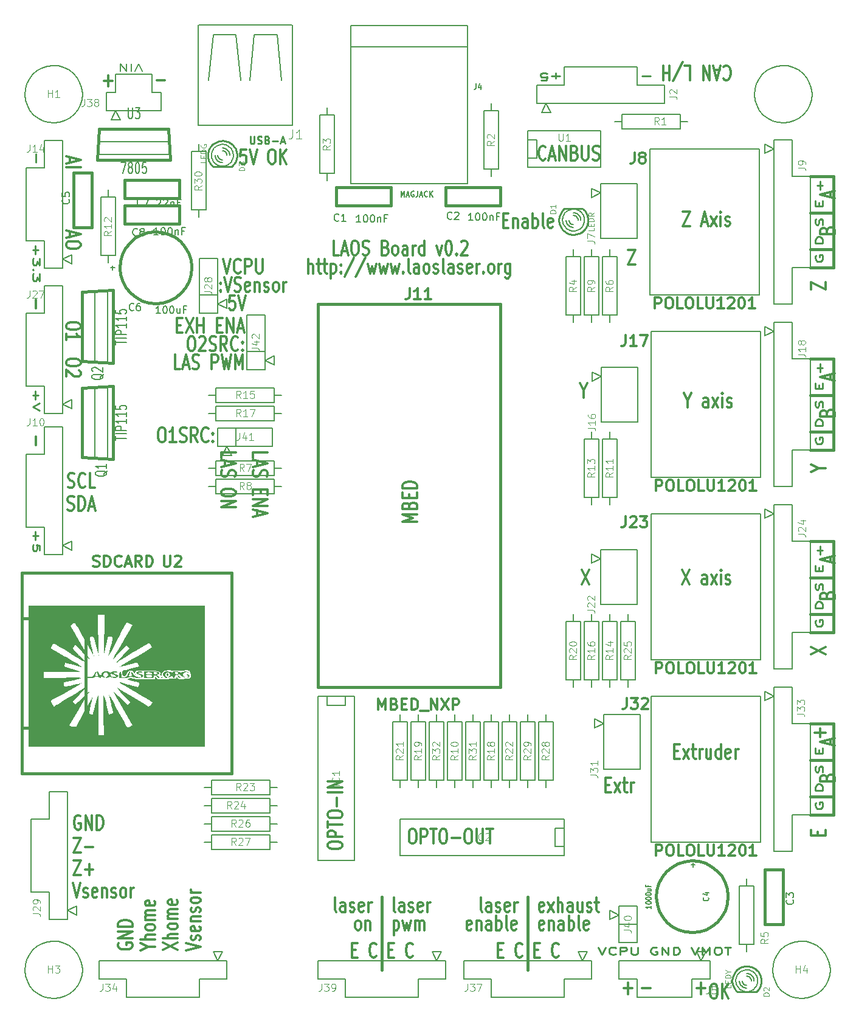
<source format=gto>
G04 (created by PCBNEW-RS274X (2011-10-18 BZR 3179)-testing) date Mon 31 Oct 2011 11:48:22 PM CET*
G01*
G70*
G90*
%MOIN*%
G04 Gerber Fmt 3.4, Leading zero omitted, Abs format*
%FSLAX34Y34*%
G04 APERTURE LIST*
%ADD10C,0.006000*%
%ADD11C,0.012000*%
%ADD12C,0.015000*%
%ADD13C,0.009900*%
%ADD14C,0.010200*%
%ADD15C,0.008100*%
%ADD16C,0.005000*%
%ADD17C,0.007500*%
%ADD18C,0.007000*%
%ADD19C,0.010000*%
%ADD20C,0.000100*%
%ADD21C,0.003900*%
%ADD22C,0.008000*%
%ADD23C,0.003500*%
%ADD24C,0.007900*%
G04 APERTURE END LIST*
G54D10*
G54D11*
X45272Y-65019D02*
X45729Y-65019D01*
X45500Y-65324D02*
X45500Y-64714D01*
X23929Y-27024D02*
X23643Y-27024D01*
X23614Y-27405D01*
X23643Y-27367D01*
X23700Y-27329D01*
X23843Y-27329D01*
X23900Y-27367D01*
X23929Y-27405D01*
X23957Y-27481D01*
X23957Y-27671D01*
X23929Y-27748D01*
X23900Y-27786D01*
X23843Y-27824D01*
X23700Y-27824D01*
X23643Y-27786D01*
X23614Y-27748D01*
X24128Y-27024D02*
X24328Y-27824D01*
X24528Y-27024D01*
X23307Y-25024D02*
X23507Y-25824D01*
X23707Y-25024D01*
X24250Y-25748D02*
X24221Y-25786D01*
X24135Y-25824D01*
X24078Y-25824D01*
X23993Y-25786D01*
X23935Y-25710D01*
X23907Y-25633D01*
X23878Y-25481D01*
X23878Y-25367D01*
X23907Y-25214D01*
X23935Y-25138D01*
X23993Y-25062D01*
X24078Y-25024D01*
X24135Y-25024D01*
X24221Y-25062D01*
X24250Y-25100D01*
X24507Y-25824D02*
X24507Y-25024D01*
X24735Y-25024D01*
X24793Y-25062D01*
X24821Y-25100D01*
X24850Y-25176D01*
X24850Y-25290D01*
X24821Y-25367D01*
X24793Y-25405D01*
X24735Y-25443D01*
X24507Y-25443D01*
X25107Y-25024D02*
X25107Y-25671D01*
X25135Y-25748D01*
X25164Y-25786D01*
X25221Y-25824D01*
X25335Y-25824D01*
X25393Y-25786D01*
X25421Y-25748D01*
X25450Y-25671D01*
X25450Y-25024D01*
X23143Y-26748D02*
X23171Y-26786D01*
X23143Y-26824D01*
X23114Y-26786D01*
X23143Y-26748D01*
X23143Y-26824D01*
X23143Y-26329D02*
X23171Y-26367D01*
X23143Y-26405D01*
X23114Y-26367D01*
X23143Y-26329D01*
X23143Y-26405D01*
X23343Y-26024D02*
X23543Y-26824D01*
X23743Y-26024D01*
X23914Y-26786D02*
X24000Y-26824D01*
X24143Y-26824D01*
X24200Y-26786D01*
X24229Y-26748D01*
X24257Y-26671D01*
X24257Y-26595D01*
X24229Y-26519D01*
X24200Y-26481D01*
X24143Y-26443D01*
X24029Y-26405D01*
X23971Y-26367D01*
X23943Y-26329D01*
X23914Y-26252D01*
X23914Y-26176D01*
X23943Y-26100D01*
X23971Y-26062D01*
X24029Y-26024D01*
X24171Y-26024D01*
X24257Y-26062D01*
X24742Y-26786D02*
X24685Y-26824D01*
X24571Y-26824D01*
X24514Y-26786D01*
X24485Y-26710D01*
X24485Y-26405D01*
X24514Y-26329D01*
X24571Y-26290D01*
X24685Y-26290D01*
X24742Y-26329D01*
X24771Y-26405D01*
X24771Y-26481D01*
X24485Y-26557D01*
X25028Y-26290D02*
X25028Y-26824D01*
X25028Y-26367D02*
X25056Y-26329D01*
X25114Y-26290D01*
X25199Y-26290D01*
X25256Y-26329D01*
X25285Y-26405D01*
X25285Y-26824D01*
X25542Y-26786D02*
X25599Y-26824D01*
X25714Y-26824D01*
X25771Y-26786D01*
X25799Y-26710D01*
X25799Y-26671D01*
X25771Y-26595D01*
X25714Y-26557D01*
X25628Y-26557D01*
X25571Y-26519D01*
X25542Y-26443D01*
X25542Y-26405D01*
X25571Y-26329D01*
X25628Y-26290D01*
X25714Y-26290D01*
X25771Y-26329D01*
X26143Y-26824D02*
X26085Y-26786D01*
X26057Y-26748D01*
X26028Y-26671D01*
X26028Y-26443D01*
X26057Y-26367D01*
X26085Y-26329D01*
X26143Y-26290D01*
X26228Y-26290D01*
X26285Y-26329D01*
X26314Y-26367D01*
X26343Y-26443D01*
X26343Y-26671D01*
X26314Y-26748D01*
X26285Y-26786D01*
X26228Y-26824D01*
X26143Y-26824D01*
X26600Y-26824D02*
X26600Y-26290D01*
X26600Y-26443D02*
X26628Y-26367D01*
X26657Y-26329D01*
X26714Y-26290D01*
X26771Y-26290D01*
X24926Y-35929D02*
X24926Y-35643D01*
X25726Y-35643D01*
X25155Y-36100D02*
X25155Y-36386D01*
X24926Y-36043D02*
X25726Y-36243D01*
X24926Y-36443D01*
X24964Y-36614D02*
X24926Y-36700D01*
X24926Y-36843D01*
X24964Y-36900D01*
X25002Y-36929D01*
X25079Y-36957D01*
X25155Y-36957D01*
X25231Y-36929D01*
X25269Y-36900D01*
X25307Y-36843D01*
X25345Y-36729D01*
X25383Y-36671D01*
X25421Y-36643D01*
X25498Y-36614D01*
X25574Y-36614D01*
X25650Y-36643D01*
X25688Y-36671D01*
X25726Y-36729D01*
X25726Y-36871D01*
X25688Y-36957D01*
X25345Y-37671D02*
X25345Y-37871D01*
X24926Y-37957D02*
X24926Y-37671D01*
X25726Y-37671D01*
X25726Y-37957D01*
X24926Y-38214D02*
X25726Y-38214D01*
X24926Y-38557D01*
X25726Y-38557D01*
X25155Y-38814D02*
X25155Y-39100D01*
X24926Y-38757D02*
X25726Y-38957D01*
X24926Y-39157D01*
X23176Y-35929D02*
X23176Y-35643D01*
X23976Y-35643D01*
X23405Y-36100D02*
X23405Y-36386D01*
X23176Y-36043D02*
X23976Y-36243D01*
X23176Y-36443D01*
X23214Y-36614D02*
X23176Y-36700D01*
X23176Y-36843D01*
X23214Y-36900D01*
X23252Y-36929D01*
X23329Y-36957D01*
X23405Y-36957D01*
X23481Y-36929D01*
X23519Y-36900D01*
X23557Y-36843D01*
X23595Y-36729D01*
X23633Y-36671D01*
X23671Y-36643D01*
X23748Y-36614D01*
X23824Y-36614D01*
X23900Y-36643D01*
X23938Y-36671D01*
X23976Y-36729D01*
X23976Y-36871D01*
X23938Y-36957D01*
X23976Y-37785D02*
X23976Y-37899D01*
X23938Y-37957D01*
X23862Y-38014D01*
X23710Y-38042D01*
X23443Y-38042D01*
X23290Y-38014D01*
X23214Y-37957D01*
X23176Y-37899D01*
X23176Y-37785D01*
X23214Y-37728D01*
X23290Y-37671D01*
X23443Y-37642D01*
X23710Y-37642D01*
X23862Y-37671D01*
X23938Y-37728D01*
X23976Y-37785D01*
X23176Y-38300D02*
X23976Y-38300D01*
X23176Y-38643D01*
X23976Y-38643D01*
X19879Y-34274D02*
X19993Y-34274D01*
X20051Y-34312D01*
X20108Y-34388D01*
X20136Y-34540D01*
X20136Y-34807D01*
X20108Y-34960D01*
X20051Y-35036D01*
X19993Y-35074D01*
X19879Y-35074D01*
X19822Y-35036D01*
X19765Y-34960D01*
X19736Y-34807D01*
X19736Y-34540D01*
X19765Y-34388D01*
X19822Y-34312D01*
X19879Y-34274D01*
X20708Y-35074D02*
X20365Y-35074D01*
X20537Y-35074D02*
X20537Y-34274D01*
X20480Y-34388D01*
X20422Y-34464D01*
X20365Y-34502D01*
X20936Y-35036D02*
X21022Y-35074D01*
X21165Y-35074D01*
X21222Y-35036D01*
X21251Y-34998D01*
X21279Y-34921D01*
X21279Y-34845D01*
X21251Y-34769D01*
X21222Y-34731D01*
X21165Y-34693D01*
X21051Y-34655D01*
X20993Y-34617D01*
X20965Y-34579D01*
X20936Y-34502D01*
X20936Y-34426D01*
X20965Y-34350D01*
X20993Y-34312D01*
X21051Y-34274D01*
X21193Y-34274D01*
X21279Y-34312D01*
X21879Y-35074D02*
X21679Y-34693D01*
X21536Y-35074D02*
X21536Y-34274D01*
X21764Y-34274D01*
X21822Y-34312D01*
X21850Y-34350D01*
X21879Y-34426D01*
X21879Y-34540D01*
X21850Y-34617D01*
X21822Y-34655D01*
X21764Y-34693D01*
X21536Y-34693D01*
X22479Y-34998D02*
X22450Y-35036D01*
X22364Y-35074D01*
X22307Y-35074D01*
X22222Y-35036D01*
X22164Y-34960D01*
X22136Y-34883D01*
X22107Y-34731D01*
X22107Y-34617D01*
X22136Y-34464D01*
X22164Y-34388D01*
X22222Y-34312D01*
X22307Y-34274D01*
X22364Y-34274D01*
X22450Y-34312D01*
X22479Y-34350D01*
X22736Y-34998D02*
X22764Y-35036D01*
X22736Y-35074D01*
X22707Y-35036D01*
X22736Y-34998D01*
X22736Y-35074D01*
X22736Y-34579D02*
X22764Y-34617D01*
X22736Y-34655D01*
X22707Y-34617D01*
X22736Y-34579D01*
X22736Y-34655D01*
X20929Y-31074D02*
X20643Y-31074D01*
X20643Y-30274D01*
X21100Y-30845D02*
X21386Y-30845D01*
X21043Y-31074D02*
X21243Y-30274D01*
X21443Y-31074D01*
X21614Y-31036D02*
X21700Y-31074D01*
X21843Y-31074D01*
X21900Y-31036D01*
X21929Y-30998D01*
X21957Y-30921D01*
X21957Y-30845D01*
X21929Y-30769D01*
X21900Y-30731D01*
X21843Y-30693D01*
X21729Y-30655D01*
X21671Y-30617D01*
X21643Y-30579D01*
X21614Y-30502D01*
X21614Y-30426D01*
X21643Y-30350D01*
X21671Y-30312D01*
X21729Y-30274D01*
X21871Y-30274D01*
X21957Y-30312D01*
X22671Y-31074D02*
X22671Y-30274D01*
X22899Y-30274D01*
X22957Y-30312D01*
X22985Y-30350D01*
X23014Y-30426D01*
X23014Y-30540D01*
X22985Y-30617D01*
X22957Y-30655D01*
X22899Y-30693D01*
X22671Y-30693D01*
X23214Y-30274D02*
X23357Y-31074D01*
X23471Y-30502D01*
X23585Y-31074D01*
X23728Y-30274D01*
X23957Y-31074D02*
X23957Y-30274D01*
X24157Y-30845D01*
X24357Y-30274D01*
X24357Y-31074D01*
X21500Y-29274D02*
X21614Y-29274D01*
X21672Y-29312D01*
X21729Y-29388D01*
X21757Y-29540D01*
X21757Y-29807D01*
X21729Y-29960D01*
X21672Y-30036D01*
X21614Y-30074D01*
X21500Y-30074D01*
X21443Y-30036D01*
X21386Y-29960D01*
X21357Y-29807D01*
X21357Y-29540D01*
X21386Y-29388D01*
X21443Y-29312D01*
X21500Y-29274D01*
X21986Y-29350D02*
X22015Y-29312D01*
X22072Y-29274D01*
X22215Y-29274D01*
X22272Y-29312D01*
X22301Y-29350D01*
X22329Y-29426D01*
X22329Y-29502D01*
X22301Y-29617D01*
X21958Y-30074D01*
X22329Y-30074D01*
X22557Y-30036D02*
X22643Y-30074D01*
X22786Y-30074D01*
X22843Y-30036D01*
X22872Y-29998D01*
X22900Y-29921D01*
X22900Y-29845D01*
X22872Y-29769D01*
X22843Y-29731D01*
X22786Y-29693D01*
X22672Y-29655D01*
X22614Y-29617D01*
X22586Y-29579D01*
X22557Y-29502D01*
X22557Y-29426D01*
X22586Y-29350D01*
X22614Y-29312D01*
X22672Y-29274D01*
X22814Y-29274D01*
X22900Y-29312D01*
X23500Y-30074D02*
X23300Y-29693D01*
X23157Y-30074D02*
X23157Y-29274D01*
X23385Y-29274D01*
X23443Y-29312D01*
X23471Y-29350D01*
X23500Y-29426D01*
X23500Y-29540D01*
X23471Y-29617D01*
X23443Y-29655D01*
X23385Y-29693D01*
X23157Y-29693D01*
X24100Y-29998D02*
X24071Y-30036D01*
X23985Y-30074D01*
X23928Y-30074D01*
X23843Y-30036D01*
X23785Y-29960D01*
X23757Y-29883D01*
X23728Y-29731D01*
X23728Y-29617D01*
X23757Y-29464D01*
X23785Y-29388D01*
X23843Y-29312D01*
X23928Y-29274D01*
X23985Y-29274D01*
X24071Y-29312D01*
X24100Y-29350D01*
X24357Y-29998D02*
X24385Y-30036D01*
X24357Y-30074D01*
X24328Y-30036D01*
X24357Y-29998D01*
X24357Y-30074D01*
X24357Y-29579D02*
X24385Y-29617D01*
X24357Y-29655D01*
X24328Y-29617D01*
X24357Y-29579D01*
X24357Y-29655D01*
X20757Y-28655D02*
X20957Y-28655D01*
X21043Y-29074D02*
X20757Y-29074D01*
X20757Y-28274D01*
X21043Y-28274D01*
X21243Y-28274D02*
X21643Y-29074D01*
X21643Y-28274D02*
X21243Y-29074D01*
X21871Y-29074D02*
X21871Y-28274D01*
X21871Y-28655D02*
X22214Y-28655D01*
X22214Y-29074D02*
X22214Y-28274D01*
X22957Y-28655D02*
X23157Y-28655D01*
X23243Y-29074D02*
X22957Y-29074D01*
X22957Y-28274D01*
X23243Y-28274D01*
X23500Y-29074D02*
X23500Y-28274D01*
X23843Y-29074D01*
X23843Y-28274D01*
X24100Y-28845D02*
X24386Y-28845D01*
X24043Y-29074D02*
X24243Y-28274D01*
X24443Y-29074D01*
X50143Y-64774D02*
X50257Y-64774D01*
X50315Y-64812D01*
X50372Y-64888D01*
X50400Y-65040D01*
X50400Y-65307D01*
X50372Y-65460D01*
X50315Y-65536D01*
X50257Y-65574D01*
X50143Y-65574D01*
X50086Y-65536D01*
X50029Y-65460D01*
X50000Y-65307D01*
X50000Y-65040D01*
X50029Y-64888D01*
X50086Y-64812D01*
X50143Y-64774D01*
X50658Y-65574D02*
X50658Y-64774D01*
X51001Y-65574D02*
X50744Y-65117D01*
X51001Y-64774D02*
X50658Y-65231D01*
X15476Y-30657D02*
X15476Y-30771D01*
X15438Y-30829D01*
X15362Y-30886D01*
X15210Y-30914D01*
X14943Y-30914D01*
X14790Y-30886D01*
X14714Y-30829D01*
X14676Y-30771D01*
X14676Y-30657D01*
X14714Y-30600D01*
X14790Y-30543D01*
X14943Y-30514D01*
X15210Y-30514D01*
X15362Y-30543D01*
X15438Y-30600D01*
X15476Y-30657D01*
X15400Y-31143D02*
X15438Y-31172D01*
X15476Y-31229D01*
X15476Y-31372D01*
X15438Y-31429D01*
X15400Y-31458D01*
X15324Y-31486D01*
X15248Y-31486D01*
X15133Y-31458D01*
X14676Y-31115D01*
X14676Y-31486D01*
X15476Y-28657D02*
X15476Y-28771D01*
X15438Y-28829D01*
X15362Y-28886D01*
X15210Y-28914D01*
X14943Y-28914D01*
X14790Y-28886D01*
X14714Y-28829D01*
X14676Y-28771D01*
X14676Y-28657D01*
X14714Y-28600D01*
X14790Y-28543D01*
X14943Y-28514D01*
X15210Y-28514D01*
X15362Y-28543D01*
X15438Y-28600D01*
X15476Y-28657D01*
X14676Y-29486D02*
X14676Y-29143D01*
X14676Y-29315D02*
X15476Y-29315D01*
X15362Y-29258D01*
X15286Y-29200D01*
X15248Y-29143D01*
G54D12*
X56750Y-25500D02*
X56750Y-24500D01*
X55500Y-25500D02*
X56750Y-25500D01*
X55500Y-34500D02*
X56750Y-34500D01*
X55500Y-54500D02*
X56750Y-54500D01*
X56750Y-55500D02*
X56750Y-54500D01*
X55500Y-55500D02*
X56750Y-55500D01*
X56750Y-44500D02*
X56500Y-44500D01*
X56750Y-45500D02*
X56750Y-44500D01*
X55500Y-45500D02*
X56750Y-45500D01*
X56750Y-35500D02*
X55500Y-35500D01*
X56750Y-34500D02*
X56750Y-35500D01*
X55500Y-52500D02*
X56750Y-52500D01*
X56750Y-50500D02*
X56750Y-54500D01*
X55500Y-50500D02*
X56750Y-50500D01*
X55500Y-42500D02*
X56750Y-42500D01*
X56750Y-44500D02*
X55500Y-44500D01*
X56750Y-40500D02*
X56750Y-44500D01*
X55500Y-40500D02*
X56750Y-40500D01*
X56750Y-32500D02*
X56750Y-32750D01*
X55500Y-32500D02*
X56750Y-32500D01*
X56750Y-30500D02*
X56750Y-34500D01*
X55500Y-30500D02*
X56750Y-30500D01*
X56750Y-20500D02*
X56750Y-20750D01*
X55500Y-20500D02*
X56750Y-20500D01*
X56750Y-24500D02*
X56750Y-20750D01*
X55500Y-24500D02*
X56750Y-24500D01*
X55500Y-22500D02*
X56750Y-22500D01*
G54D11*
X14905Y-19464D02*
X14905Y-19750D01*
X14676Y-19407D02*
X15476Y-19607D01*
X14676Y-19807D01*
X14676Y-20007D02*
X15476Y-20007D01*
X14905Y-23543D02*
X14905Y-23829D01*
X14676Y-23486D02*
X15476Y-23686D01*
X14676Y-23886D01*
X15476Y-24200D02*
X15476Y-24314D01*
X15438Y-24372D01*
X15362Y-24429D01*
X15210Y-24457D01*
X14943Y-24457D01*
X14790Y-24429D01*
X14714Y-24372D01*
X14676Y-24314D01*
X14676Y-24200D01*
X14714Y-24143D01*
X14790Y-24086D01*
X14943Y-24057D01*
X15210Y-24057D01*
X15362Y-24086D01*
X15438Y-24143D01*
X15476Y-24200D01*
G54D13*
X13009Y-19728D02*
X13009Y-19271D01*
X12991Y-24308D02*
X12991Y-24765D01*
X12841Y-24536D02*
X13141Y-24536D01*
X13235Y-24994D02*
X13235Y-25365D01*
X13084Y-25165D01*
X13084Y-25251D01*
X13066Y-25308D01*
X13047Y-25337D01*
X13009Y-25365D01*
X12916Y-25365D01*
X12878Y-25337D01*
X12859Y-25308D01*
X12841Y-25251D01*
X12841Y-25079D01*
X12859Y-25022D01*
X12878Y-24994D01*
X12878Y-25622D02*
X12859Y-25650D01*
X12841Y-25622D01*
X12859Y-25593D01*
X12878Y-25622D01*
X12841Y-25622D01*
X13235Y-25851D02*
X13235Y-26222D01*
X13084Y-26022D01*
X13084Y-26108D01*
X13066Y-26165D01*
X13047Y-26194D01*
X13009Y-26222D01*
X12916Y-26222D01*
X12878Y-26194D01*
X12859Y-26165D01*
X12841Y-26108D01*
X12841Y-25936D01*
X12859Y-25879D01*
X12878Y-25851D01*
G54D11*
X13019Y-27728D02*
X13019Y-27271D01*
X13019Y-35228D02*
X13019Y-34771D01*
X24544Y-19024D02*
X24258Y-19024D01*
X24229Y-19405D01*
X24258Y-19367D01*
X24315Y-19329D01*
X24458Y-19329D01*
X24515Y-19367D01*
X24544Y-19405D01*
X24572Y-19481D01*
X24572Y-19671D01*
X24544Y-19748D01*
X24515Y-19786D01*
X24458Y-19824D01*
X24315Y-19824D01*
X24258Y-19786D01*
X24229Y-19748D01*
X24743Y-19024D02*
X24943Y-19824D01*
X25143Y-19024D01*
X25914Y-19024D02*
X26028Y-19024D01*
X26086Y-19062D01*
X26143Y-19138D01*
X26171Y-19290D01*
X26171Y-19557D01*
X26143Y-19710D01*
X26086Y-19786D01*
X26028Y-19824D01*
X25914Y-19824D01*
X25857Y-19786D01*
X25800Y-19710D01*
X25771Y-19557D01*
X25771Y-19290D01*
X25800Y-19138D01*
X25857Y-19062D01*
X25914Y-19024D01*
X26429Y-19824D02*
X26429Y-19024D01*
X26772Y-19824D02*
X26515Y-19367D01*
X26772Y-19024D02*
X26429Y-19481D01*
X38643Y-22905D02*
X38843Y-22905D01*
X38929Y-23324D02*
X38643Y-23324D01*
X38643Y-22524D01*
X38929Y-22524D01*
X39186Y-22790D02*
X39186Y-23324D01*
X39186Y-22867D02*
X39214Y-22829D01*
X39272Y-22790D01*
X39357Y-22790D01*
X39414Y-22829D01*
X39443Y-22905D01*
X39443Y-23324D01*
X39986Y-23324D02*
X39986Y-22905D01*
X39957Y-22829D01*
X39900Y-22790D01*
X39786Y-22790D01*
X39729Y-22829D01*
X39986Y-23286D02*
X39929Y-23324D01*
X39786Y-23324D01*
X39729Y-23286D01*
X39700Y-23210D01*
X39700Y-23133D01*
X39729Y-23057D01*
X39786Y-23019D01*
X39929Y-23019D01*
X39986Y-22981D01*
X40272Y-23324D02*
X40272Y-22524D01*
X40272Y-22829D02*
X40329Y-22790D01*
X40443Y-22790D01*
X40500Y-22829D01*
X40529Y-22867D01*
X40558Y-22943D01*
X40558Y-23171D01*
X40529Y-23248D01*
X40500Y-23286D01*
X40443Y-23324D01*
X40329Y-23324D01*
X40272Y-23286D01*
X40901Y-23324D02*
X40843Y-23286D01*
X40815Y-23210D01*
X40815Y-22524D01*
X41357Y-23286D02*
X41300Y-23324D01*
X41186Y-23324D01*
X41129Y-23286D01*
X41100Y-23210D01*
X41100Y-22905D01*
X41129Y-22829D01*
X41186Y-22790D01*
X41300Y-22790D01*
X41357Y-22829D01*
X41386Y-22905D01*
X41386Y-22981D01*
X41100Y-23057D01*
X16772Y-15269D02*
X17229Y-15269D01*
X17000Y-15574D02*
X17000Y-14964D01*
X14772Y-38786D02*
X14858Y-38824D01*
X15001Y-38824D01*
X15058Y-38786D01*
X15087Y-38748D01*
X15115Y-38671D01*
X15115Y-38595D01*
X15087Y-38519D01*
X15058Y-38481D01*
X15001Y-38443D01*
X14887Y-38405D01*
X14829Y-38367D01*
X14801Y-38329D01*
X14772Y-38252D01*
X14772Y-38176D01*
X14801Y-38100D01*
X14829Y-38062D01*
X14887Y-38024D01*
X15029Y-38024D01*
X15115Y-38062D01*
X15372Y-38824D02*
X15372Y-38024D01*
X15515Y-38024D01*
X15600Y-38062D01*
X15658Y-38138D01*
X15686Y-38214D01*
X15715Y-38367D01*
X15715Y-38481D01*
X15686Y-38633D01*
X15658Y-38710D01*
X15600Y-38786D01*
X15515Y-38824D01*
X15372Y-38824D01*
X15943Y-38595D02*
X16229Y-38595D01*
X15886Y-38824D02*
X16086Y-38024D01*
X16286Y-38824D01*
X14786Y-37536D02*
X14872Y-37574D01*
X15015Y-37574D01*
X15072Y-37536D01*
X15101Y-37498D01*
X15129Y-37421D01*
X15129Y-37345D01*
X15101Y-37269D01*
X15072Y-37231D01*
X15015Y-37193D01*
X14901Y-37155D01*
X14843Y-37117D01*
X14815Y-37079D01*
X14786Y-37002D01*
X14786Y-36926D01*
X14815Y-36850D01*
X14843Y-36812D01*
X14901Y-36774D01*
X15043Y-36774D01*
X15129Y-36812D01*
X15729Y-37498D02*
X15700Y-37536D01*
X15614Y-37574D01*
X15557Y-37574D01*
X15472Y-37536D01*
X15414Y-37460D01*
X15386Y-37383D01*
X15357Y-37231D01*
X15357Y-37117D01*
X15386Y-36964D01*
X15414Y-36888D01*
X15472Y-36812D01*
X15557Y-36774D01*
X15614Y-36774D01*
X15700Y-36812D01*
X15729Y-36850D01*
X16272Y-37574D02*
X15986Y-37574D01*
X15986Y-36774D01*
G54D12*
X40000Y-64000D02*
X40000Y-60000D01*
X32000Y-64000D02*
X32000Y-60000D01*
G54D11*
X32729Y-60824D02*
X32671Y-60786D01*
X32643Y-60710D01*
X32643Y-60024D01*
X33214Y-60824D02*
X33214Y-60405D01*
X33185Y-60329D01*
X33128Y-60290D01*
X33014Y-60290D01*
X32957Y-60329D01*
X33214Y-60786D02*
X33157Y-60824D01*
X33014Y-60824D01*
X32957Y-60786D01*
X32928Y-60710D01*
X32928Y-60633D01*
X32957Y-60557D01*
X33014Y-60519D01*
X33157Y-60519D01*
X33214Y-60481D01*
X33471Y-60786D02*
X33528Y-60824D01*
X33643Y-60824D01*
X33700Y-60786D01*
X33728Y-60710D01*
X33728Y-60671D01*
X33700Y-60595D01*
X33643Y-60557D01*
X33557Y-60557D01*
X33500Y-60519D01*
X33471Y-60443D01*
X33471Y-60405D01*
X33500Y-60329D01*
X33557Y-60290D01*
X33643Y-60290D01*
X33700Y-60329D01*
X34214Y-60786D02*
X34157Y-60824D01*
X34043Y-60824D01*
X33986Y-60786D01*
X33957Y-60710D01*
X33957Y-60405D01*
X33986Y-60329D01*
X34043Y-60290D01*
X34157Y-60290D01*
X34214Y-60329D01*
X34243Y-60405D01*
X34243Y-60481D01*
X33957Y-60557D01*
X34500Y-60824D02*
X34500Y-60290D01*
X34500Y-60443D02*
X34528Y-60367D01*
X34557Y-60329D01*
X34614Y-60290D01*
X34671Y-60290D01*
X38372Y-62905D02*
X38572Y-62905D01*
X38658Y-63324D02*
X38372Y-63324D01*
X38372Y-62524D01*
X38658Y-62524D01*
X41686Y-63248D02*
X41657Y-63286D01*
X41571Y-63324D01*
X41514Y-63324D01*
X41429Y-63286D01*
X41371Y-63210D01*
X41343Y-63133D01*
X41314Y-62981D01*
X41314Y-62867D01*
X41343Y-62714D01*
X41371Y-62638D01*
X41429Y-62562D01*
X41514Y-62524D01*
X41571Y-62524D01*
X41657Y-62562D01*
X41686Y-62600D01*
X40372Y-62905D02*
X40572Y-62905D01*
X40658Y-63324D02*
X40372Y-63324D01*
X40372Y-62524D01*
X40658Y-62524D01*
X39686Y-63248D02*
X39657Y-63286D01*
X39571Y-63324D01*
X39514Y-63324D01*
X39429Y-63286D01*
X39371Y-63210D01*
X39343Y-63133D01*
X39314Y-62981D01*
X39314Y-62867D01*
X39343Y-62714D01*
X39371Y-62638D01*
X39429Y-62562D01*
X39514Y-62524D01*
X39571Y-62524D01*
X39657Y-62562D01*
X39686Y-62600D01*
X30372Y-62905D02*
X30572Y-62905D01*
X30658Y-63324D02*
X30372Y-63324D01*
X30372Y-62524D01*
X30658Y-62524D01*
X33686Y-63248D02*
X33657Y-63286D01*
X33571Y-63324D01*
X33514Y-63324D01*
X33429Y-63286D01*
X33371Y-63210D01*
X33343Y-63133D01*
X33314Y-62981D01*
X33314Y-62867D01*
X33343Y-62714D01*
X33371Y-62638D01*
X33429Y-62562D01*
X33514Y-62524D01*
X33571Y-62524D01*
X33657Y-62562D01*
X33686Y-62600D01*
X32372Y-62905D02*
X32572Y-62905D01*
X32658Y-63324D02*
X32372Y-63324D01*
X32372Y-62524D01*
X32658Y-62524D01*
X31686Y-63248D02*
X31657Y-63286D01*
X31571Y-63324D01*
X31514Y-63324D01*
X31429Y-63286D01*
X31371Y-63210D01*
X31343Y-63133D01*
X31314Y-62981D01*
X31314Y-62867D01*
X31343Y-62714D01*
X31371Y-62638D01*
X31429Y-62562D01*
X31514Y-62524D01*
X31571Y-62524D01*
X31657Y-62562D01*
X31686Y-62600D01*
G54D13*
X12991Y-39986D02*
X12991Y-40443D01*
X12841Y-40214D02*
X13141Y-40214D01*
X13235Y-41015D02*
X13235Y-40729D01*
X13047Y-40700D01*
X13066Y-40729D01*
X13084Y-40786D01*
X13084Y-40929D01*
X13066Y-40986D01*
X13047Y-41015D01*
X13009Y-41043D01*
X12916Y-41043D01*
X12878Y-41015D01*
X12859Y-40986D01*
X12841Y-40929D01*
X12841Y-40786D01*
X12859Y-40729D01*
X12878Y-40700D01*
G54D14*
X43871Y-62758D02*
X44071Y-63164D01*
X44271Y-62758D01*
X44814Y-63126D02*
X44785Y-63145D01*
X44699Y-63164D01*
X44642Y-63164D01*
X44557Y-63145D01*
X44499Y-63106D01*
X44471Y-63068D01*
X44442Y-62990D01*
X44442Y-62932D01*
X44471Y-62855D01*
X44499Y-62816D01*
X44557Y-62778D01*
X44642Y-62758D01*
X44699Y-62758D01*
X44785Y-62778D01*
X44814Y-62797D01*
X45071Y-63164D02*
X45071Y-62758D01*
X45299Y-62758D01*
X45357Y-62778D01*
X45385Y-62797D01*
X45414Y-62836D01*
X45414Y-62894D01*
X45385Y-62932D01*
X45357Y-62952D01*
X45299Y-62971D01*
X45071Y-62971D01*
X45671Y-62758D02*
X45671Y-63087D01*
X45699Y-63126D01*
X45728Y-63145D01*
X45785Y-63164D01*
X45899Y-63164D01*
X45957Y-63145D01*
X45985Y-63126D01*
X46014Y-63087D01*
X46014Y-62758D01*
X47071Y-62778D02*
X47014Y-62758D01*
X46928Y-62758D01*
X46843Y-62778D01*
X46785Y-62816D01*
X46757Y-62855D01*
X46728Y-62932D01*
X46728Y-62990D01*
X46757Y-63068D01*
X46785Y-63106D01*
X46843Y-63145D01*
X46928Y-63164D01*
X46985Y-63164D01*
X47071Y-63145D01*
X47100Y-63126D01*
X47100Y-62990D01*
X46985Y-62990D01*
X47357Y-63164D02*
X47357Y-62758D01*
X47700Y-63164D01*
X47700Y-62758D01*
X47986Y-63164D02*
X47986Y-62758D01*
X48129Y-62758D01*
X48214Y-62778D01*
X48272Y-62816D01*
X48300Y-62855D01*
X48329Y-62932D01*
X48329Y-62990D01*
X48300Y-63068D01*
X48272Y-63106D01*
X48214Y-63145D01*
X48129Y-63164D01*
X47986Y-63164D01*
X48957Y-62758D02*
X49157Y-63164D01*
X49357Y-62758D01*
X49557Y-63164D02*
X49557Y-62758D01*
X49757Y-63048D01*
X49957Y-62758D01*
X49957Y-63164D01*
X50357Y-62758D02*
X50471Y-62758D01*
X50529Y-62778D01*
X50586Y-62816D01*
X50614Y-62894D01*
X50614Y-63029D01*
X50586Y-63106D01*
X50529Y-63145D01*
X50471Y-63164D01*
X50357Y-63164D01*
X50300Y-63145D01*
X50243Y-63106D01*
X50214Y-63029D01*
X50214Y-62894D01*
X50243Y-62816D01*
X50300Y-62778D01*
X50357Y-62758D01*
X50786Y-62758D02*
X51129Y-62758D01*
X50958Y-63164D02*
X50958Y-62758D01*
G54D11*
X56405Y-53457D02*
X56443Y-53371D01*
X56481Y-53343D01*
X56557Y-53314D01*
X56671Y-53314D01*
X56748Y-53343D01*
X56786Y-53371D01*
X56824Y-53429D01*
X56824Y-53657D01*
X56024Y-53657D01*
X56024Y-53457D01*
X56062Y-53400D01*
X56100Y-53371D01*
X56176Y-53343D01*
X56252Y-53343D01*
X56329Y-53371D01*
X56367Y-53400D01*
X56405Y-53457D01*
X56405Y-53657D01*
X56595Y-51643D02*
X56595Y-51357D01*
X56824Y-51700D02*
X56024Y-51500D01*
X56824Y-51300D01*
X56405Y-43457D02*
X56443Y-43371D01*
X56481Y-43343D01*
X56557Y-43314D01*
X56671Y-43314D01*
X56748Y-43343D01*
X56786Y-43371D01*
X56824Y-43429D01*
X56824Y-43657D01*
X56024Y-43657D01*
X56024Y-43457D01*
X56062Y-43400D01*
X56100Y-43371D01*
X56176Y-43343D01*
X56252Y-43343D01*
X56329Y-43371D01*
X56367Y-43400D01*
X56405Y-43457D01*
X56405Y-43657D01*
X56595Y-41643D02*
X56595Y-41357D01*
X56824Y-41700D02*
X56024Y-41500D01*
X56824Y-41300D01*
X56405Y-33457D02*
X56443Y-33371D01*
X56481Y-33343D01*
X56557Y-33314D01*
X56671Y-33314D01*
X56748Y-33343D01*
X56786Y-33371D01*
X56824Y-33429D01*
X56824Y-33657D01*
X56024Y-33657D01*
X56024Y-33457D01*
X56062Y-33400D01*
X56100Y-33371D01*
X56176Y-33343D01*
X56252Y-33343D01*
X56329Y-33371D01*
X56367Y-33400D01*
X56405Y-33457D01*
X56405Y-33657D01*
X56595Y-31643D02*
X56595Y-31357D01*
X56824Y-31700D02*
X56024Y-31500D01*
X56824Y-31300D01*
X56405Y-23457D02*
X56443Y-23371D01*
X56481Y-23343D01*
X56557Y-23314D01*
X56671Y-23314D01*
X56748Y-23343D01*
X56786Y-23371D01*
X56824Y-23429D01*
X56824Y-23657D01*
X56024Y-23657D01*
X56024Y-23457D01*
X56062Y-23400D01*
X56100Y-23371D01*
X56176Y-23343D01*
X56252Y-23343D01*
X56329Y-23371D01*
X56367Y-23400D01*
X56405Y-23457D01*
X56405Y-23657D01*
X56595Y-21643D02*
X56595Y-21357D01*
X56824Y-21700D02*
X56024Y-21500D01*
X56824Y-21300D01*
X55905Y-56628D02*
X55905Y-56428D01*
X56324Y-56342D02*
X56324Y-56628D01*
X55524Y-56628D01*
X55524Y-56342D01*
X56019Y-51228D02*
X56019Y-50771D01*
X56324Y-51000D02*
X55714Y-51000D01*
G54D13*
X55953Y-52128D02*
X55953Y-51928D01*
X56159Y-51842D02*
X56159Y-52128D01*
X55765Y-52128D01*
X55765Y-51842D01*
X56141Y-53171D02*
X56159Y-53085D01*
X56159Y-52942D01*
X56141Y-52885D01*
X56122Y-52856D01*
X56084Y-52828D01*
X56047Y-52828D01*
X56009Y-52856D01*
X55991Y-52885D01*
X55972Y-52942D01*
X55953Y-53056D01*
X55934Y-53114D01*
X55916Y-53142D01*
X55878Y-53171D01*
X55841Y-53171D01*
X55803Y-53142D01*
X55784Y-53114D01*
X55765Y-53056D01*
X55765Y-52914D01*
X55784Y-52828D01*
X56159Y-54157D02*
X55765Y-54157D01*
X55765Y-54014D01*
X55784Y-53929D01*
X55822Y-53871D01*
X55859Y-53843D01*
X55934Y-53814D01*
X55991Y-53814D01*
X56066Y-53843D01*
X56103Y-53871D01*
X56141Y-53929D01*
X56159Y-54014D01*
X56159Y-54157D01*
X55784Y-54843D02*
X55765Y-54900D01*
X55765Y-54986D01*
X55784Y-55071D01*
X55822Y-55129D01*
X55859Y-55157D01*
X55934Y-55186D01*
X55991Y-55186D01*
X56066Y-55157D01*
X56103Y-55129D01*
X56141Y-55071D01*
X56159Y-54986D01*
X56159Y-54929D01*
X56141Y-54843D01*
X56122Y-54814D01*
X55991Y-54814D01*
X55991Y-54929D01*
X55784Y-44843D02*
X55765Y-44900D01*
X55765Y-44986D01*
X55784Y-45071D01*
X55822Y-45129D01*
X55859Y-45157D01*
X55934Y-45186D01*
X55991Y-45186D01*
X56066Y-45157D01*
X56103Y-45129D01*
X56141Y-45071D01*
X56159Y-44986D01*
X56159Y-44929D01*
X56141Y-44843D01*
X56122Y-44814D01*
X55991Y-44814D01*
X55991Y-44929D01*
X56159Y-44157D02*
X55765Y-44157D01*
X55765Y-44014D01*
X55784Y-43929D01*
X55822Y-43871D01*
X55859Y-43843D01*
X55934Y-43814D01*
X55991Y-43814D01*
X56066Y-43843D01*
X56103Y-43871D01*
X56141Y-43929D01*
X56159Y-44014D01*
X56159Y-44157D01*
X56141Y-43171D02*
X56159Y-43085D01*
X56159Y-42942D01*
X56141Y-42885D01*
X56122Y-42856D01*
X56084Y-42828D01*
X56047Y-42828D01*
X56009Y-42856D01*
X55991Y-42885D01*
X55972Y-42942D01*
X55953Y-43056D01*
X55934Y-43114D01*
X55916Y-43142D01*
X55878Y-43171D01*
X55841Y-43171D01*
X55803Y-43142D01*
X55784Y-43114D01*
X55765Y-43056D01*
X55765Y-42914D01*
X55784Y-42828D01*
X55953Y-42128D02*
X55953Y-41928D01*
X56159Y-41842D02*
X56159Y-42128D01*
X55765Y-42128D01*
X55765Y-41842D01*
X56009Y-41228D02*
X56009Y-40771D01*
X56159Y-41000D02*
X55859Y-41000D01*
G54D11*
X55524Y-46699D02*
X56324Y-46299D01*
X55524Y-46299D02*
X56324Y-46699D01*
X55943Y-36500D02*
X56324Y-36500D01*
X55524Y-36700D02*
X55943Y-36500D01*
X55524Y-36300D01*
G54D13*
X56009Y-31228D02*
X56009Y-30771D01*
X56159Y-31000D02*
X55859Y-31000D01*
X55953Y-32128D02*
X55953Y-31928D01*
X56159Y-31842D02*
X56159Y-32128D01*
X55765Y-32128D01*
X55765Y-31842D01*
X56141Y-33171D02*
X56159Y-33085D01*
X56159Y-32942D01*
X56141Y-32885D01*
X56122Y-32856D01*
X56084Y-32828D01*
X56047Y-32828D01*
X56009Y-32856D01*
X55991Y-32885D01*
X55972Y-32942D01*
X55953Y-33056D01*
X55934Y-33114D01*
X55916Y-33142D01*
X55878Y-33171D01*
X55841Y-33171D01*
X55803Y-33142D01*
X55784Y-33114D01*
X55765Y-33056D01*
X55765Y-32914D01*
X55784Y-32828D01*
X56159Y-34157D02*
X55765Y-34157D01*
X55765Y-34014D01*
X55784Y-33929D01*
X55822Y-33871D01*
X55859Y-33843D01*
X55934Y-33814D01*
X55991Y-33814D01*
X56066Y-33843D01*
X56103Y-33871D01*
X56141Y-33929D01*
X56159Y-34014D01*
X56159Y-34157D01*
X55784Y-34843D02*
X55765Y-34900D01*
X55765Y-34986D01*
X55784Y-35071D01*
X55822Y-35129D01*
X55859Y-35157D01*
X55934Y-35186D01*
X55991Y-35186D01*
X56066Y-35157D01*
X56103Y-35129D01*
X56141Y-35071D01*
X56159Y-34986D01*
X56159Y-34929D01*
X56141Y-34843D01*
X56122Y-34814D01*
X55991Y-34814D01*
X55991Y-34929D01*
X55784Y-24843D02*
X55765Y-24900D01*
X55765Y-24986D01*
X55784Y-25071D01*
X55822Y-25129D01*
X55859Y-25157D01*
X55934Y-25186D01*
X55991Y-25186D01*
X56066Y-25157D01*
X56103Y-25129D01*
X56141Y-25071D01*
X56159Y-24986D01*
X56159Y-24929D01*
X56141Y-24843D01*
X56122Y-24814D01*
X55991Y-24814D01*
X55991Y-24929D01*
X56159Y-24157D02*
X55765Y-24157D01*
X55765Y-24014D01*
X55784Y-23929D01*
X55822Y-23871D01*
X55859Y-23843D01*
X55934Y-23814D01*
X55991Y-23814D01*
X56066Y-23843D01*
X56103Y-23871D01*
X56141Y-23929D01*
X56159Y-24014D01*
X56159Y-24157D01*
X56141Y-23171D02*
X56159Y-23085D01*
X56159Y-22942D01*
X56141Y-22885D01*
X56122Y-22856D01*
X56084Y-22828D01*
X56047Y-22828D01*
X56009Y-22856D01*
X55991Y-22885D01*
X55972Y-22942D01*
X55953Y-23056D01*
X55934Y-23114D01*
X55916Y-23142D01*
X55878Y-23171D01*
X55841Y-23171D01*
X55803Y-23142D01*
X55784Y-23114D01*
X55765Y-23056D01*
X55765Y-22914D01*
X55784Y-22828D01*
X55953Y-22128D02*
X55953Y-21928D01*
X56159Y-21842D02*
X56159Y-22128D01*
X55765Y-22128D01*
X55765Y-21842D01*
G54D14*
X56010Y-21228D02*
X56010Y-20771D01*
X56164Y-21000D02*
X55855Y-21000D01*
G54D11*
X55524Y-26699D02*
X55524Y-26299D01*
X56324Y-26699D01*
X56324Y-26299D01*
X50736Y-14502D02*
X50765Y-14464D01*
X50851Y-14426D01*
X50908Y-14426D01*
X50993Y-14464D01*
X51051Y-14540D01*
X51079Y-14617D01*
X51108Y-14769D01*
X51108Y-14883D01*
X51079Y-15036D01*
X51051Y-15112D01*
X50993Y-15188D01*
X50908Y-15226D01*
X50851Y-15226D01*
X50765Y-15188D01*
X50736Y-15150D01*
X50508Y-14655D02*
X50222Y-14655D01*
X50565Y-14426D02*
X50365Y-15226D01*
X50165Y-14426D01*
X49965Y-14426D02*
X49965Y-15226D01*
X49622Y-14426D01*
X49622Y-15226D01*
X48593Y-14426D02*
X48879Y-14426D01*
X48879Y-15226D01*
X47965Y-15264D02*
X48479Y-14236D01*
X47764Y-14426D02*
X47764Y-15226D01*
X47764Y-14845D02*
X47421Y-14845D01*
X47421Y-14426D02*
X47421Y-15226D01*
G54D13*
X46728Y-14991D02*
X46271Y-14991D01*
X41764Y-14991D02*
X41307Y-14991D01*
X41536Y-14841D02*
X41536Y-15141D01*
X40735Y-15235D02*
X41021Y-15235D01*
X41050Y-15047D01*
X41021Y-15066D01*
X40964Y-15084D01*
X40821Y-15084D01*
X40764Y-15066D01*
X40735Y-15047D01*
X40707Y-15009D01*
X40707Y-14916D01*
X40735Y-14878D01*
X40764Y-14859D01*
X40821Y-14841D01*
X40964Y-14841D01*
X41021Y-14859D01*
X41050Y-14878D01*
X12991Y-32265D02*
X12991Y-32722D01*
X12841Y-32493D02*
X13141Y-32493D01*
X13235Y-32922D02*
X12841Y-33122D01*
X13235Y-33322D01*
G54D11*
X20100Y-15231D02*
X19643Y-15231D01*
G54D15*
X18872Y-14742D02*
X18672Y-14336D01*
X18472Y-14742D01*
X18272Y-14336D02*
X18272Y-14742D01*
X17986Y-14336D02*
X17986Y-14742D01*
X17643Y-14336D01*
X17643Y-14742D01*
G54D11*
X46272Y-65019D02*
X46729Y-65019D01*
X49272Y-65019D02*
X49729Y-65019D01*
X49500Y-65324D02*
X49500Y-64714D01*
X29024Y-57229D02*
X29024Y-57115D01*
X29062Y-57057D01*
X29138Y-57000D01*
X29290Y-56972D01*
X29557Y-56972D01*
X29710Y-57000D01*
X29786Y-57057D01*
X29824Y-57115D01*
X29824Y-57229D01*
X29786Y-57286D01*
X29710Y-57343D01*
X29557Y-57372D01*
X29290Y-57372D01*
X29138Y-57343D01*
X29062Y-57286D01*
X29024Y-57229D01*
X29824Y-56714D02*
X29024Y-56714D01*
X29024Y-56486D01*
X29062Y-56428D01*
X29100Y-56400D01*
X29176Y-56371D01*
X29290Y-56371D01*
X29367Y-56400D01*
X29405Y-56428D01*
X29443Y-56486D01*
X29443Y-56714D01*
X29024Y-56200D02*
X29024Y-55857D01*
X29824Y-56028D02*
X29024Y-56028D01*
X29024Y-55543D02*
X29024Y-55429D01*
X29062Y-55371D01*
X29138Y-55314D01*
X29290Y-55286D01*
X29557Y-55286D01*
X29710Y-55314D01*
X29786Y-55371D01*
X29824Y-55429D01*
X29824Y-55543D01*
X29786Y-55600D01*
X29710Y-55657D01*
X29557Y-55686D01*
X29290Y-55686D01*
X29138Y-55657D01*
X29062Y-55600D01*
X29024Y-55543D01*
X29519Y-55028D02*
X29519Y-54571D01*
X29824Y-54285D02*
X29024Y-54285D01*
X29824Y-53999D02*
X29024Y-53999D01*
X29824Y-53656D01*
X29024Y-53656D01*
X33621Y-56274D02*
X33735Y-56274D01*
X33793Y-56312D01*
X33850Y-56388D01*
X33878Y-56540D01*
X33878Y-56807D01*
X33850Y-56960D01*
X33793Y-57036D01*
X33735Y-57074D01*
X33621Y-57074D01*
X33564Y-57036D01*
X33507Y-56960D01*
X33478Y-56807D01*
X33478Y-56540D01*
X33507Y-56388D01*
X33564Y-56312D01*
X33621Y-56274D01*
X34136Y-57074D02*
X34136Y-56274D01*
X34364Y-56274D01*
X34422Y-56312D01*
X34450Y-56350D01*
X34479Y-56426D01*
X34479Y-56540D01*
X34450Y-56617D01*
X34422Y-56655D01*
X34364Y-56693D01*
X34136Y-56693D01*
X34650Y-56274D02*
X34993Y-56274D01*
X34822Y-57074D02*
X34822Y-56274D01*
X35307Y-56274D02*
X35421Y-56274D01*
X35479Y-56312D01*
X35536Y-56388D01*
X35564Y-56540D01*
X35564Y-56807D01*
X35536Y-56960D01*
X35479Y-57036D01*
X35421Y-57074D01*
X35307Y-57074D01*
X35250Y-57036D01*
X35193Y-56960D01*
X35164Y-56807D01*
X35164Y-56540D01*
X35193Y-56388D01*
X35250Y-56312D01*
X35307Y-56274D01*
X35822Y-56769D02*
X36279Y-56769D01*
X36679Y-56274D02*
X36793Y-56274D01*
X36851Y-56312D01*
X36908Y-56388D01*
X36936Y-56540D01*
X36936Y-56807D01*
X36908Y-56960D01*
X36851Y-57036D01*
X36793Y-57074D01*
X36679Y-57074D01*
X36622Y-57036D01*
X36565Y-56960D01*
X36536Y-56807D01*
X36536Y-56540D01*
X36565Y-56388D01*
X36622Y-56312D01*
X36679Y-56274D01*
X37194Y-56274D02*
X37194Y-56921D01*
X37222Y-56998D01*
X37251Y-57036D01*
X37308Y-57074D01*
X37422Y-57074D01*
X37480Y-57036D01*
X37508Y-56998D01*
X37537Y-56921D01*
X37537Y-56274D01*
X37737Y-56274D02*
X38080Y-56274D01*
X37909Y-57074D02*
X37909Y-56274D01*
X33924Y-39421D02*
X33124Y-39421D01*
X33695Y-39221D01*
X33124Y-39021D01*
X33924Y-39021D01*
X33505Y-38535D02*
X33543Y-38449D01*
X33581Y-38421D01*
X33657Y-38392D01*
X33771Y-38392D01*
X33848Y-38421D01*
X33886Y-38449D01*
X33924Y-38507D01*
X33924Y-38735D01*
X33124Y-38735D01*
X33124Y-38535D01*
X33162Y-38478D01*
X33200Y-38449D01*
X33276Y-38421D01*
X33352Y-38421D01*
X33429Y-38449D01*
X33467Y-38478D01*
X33505Y-38535D01*
X33505Y-38735D01*
X33505Y-38135D02*
X33505Y-37935D01*
X33924Y-37849D02*
X33924Y-38135D01*
X33124Y-38135D01*
X33124Y-37849D01*
X33924Y-37592D02*
X33124Y-37592D01*
X33124Y-37449D01*
X33162Y-37364D01*
X33238Y-37306D01*
X33314Y-37278D01*
X33467Y-37249D01*
X33581Y-37249D01*
X33733Y-37278D01*
X33810Y-37306D01*
X33886Y-37364D01*
X33924Y-37449D01*
X33924Y-37592D01*
X44272Y-53855D02*
X44472Y-53855D01*
X44558Y-54274D02*
X44272Y-54274D01*
X44272Y-53474D01*
X44558Y-53474D01*
X44758Y-54274D02*
X45072Y-53740D01*
X44758Y-53740D02*
X45072Y-54274D01*
X45215Y-53740D02*
X45444Y-53740D01*
X45301Y-53474D02*
X45301Y-54160D01*
X45329Y-54236D01*
X45387Y-54274D01*
X45444Y-54274D01*
X45644Y-54274D02*
X45644Y-53740D01*
X45644Y-53893D02*
X45672Y-53817D01*
X45701Y-53779D01*
X45758Y-53740D01*
X45815Y-53740D01*
X45501Y-24524D02*
X45901Y-24524D01*
X45501Y-25324D01*
X45901Y-25324D01*
X43050Y-32243D02*
X43050Y-32624D01*
X42850Y-31824D02*
X43050Y-32243D01*
X43250Y-31824D01*
X42951Y-42074D02*
X43351Y-42874D01*
X43351Y-42074D02*
X42951Y-42874D01*
X48036Y-52005D02*
X48236Y-52005D01*
X48322Y-52424D02*
X48036Y-52424D01*
X48036Y-51624D01*
X48322Y-51624D01*
X48522Y-52424D02*
X48836Y-51890D01*
X48522Y-51890D02*
X48836Y-52424D01*
X48979Y-51890D02*
X49208Y-51890D01*
X49065Y-51624D02*
X49065Y-52310D01*
X49093Y-52386D01*
X49151Y-52424D01*
X49208Y-52424D01*
X49408Y-52424D02*
X49408Y-51890D01*
X49408Y-52043D02*
X49436Y-51967D01*
X49465Y-51929D01*
X49522Y-51890D01*
X49579Y-51890D01*
X50036Y-51890D02*
X50036Y-52424D01*
X49779Y-51890D02*
X49779Y-52310D01*
X49807Y-52386D01*
X49865Y-52424D01*
X49950Y-52424D01*
X50007Y-52386D01*
X50036Y-52348D01*
X50579Y-52424D02*
X50579Y-51624D01*
X50579Y-52386D02*
X50522Y-52424D01*
X50408Y-52424D01*
X50350Y-52386D01*
X50322Y-52348D01*
X50293Y-52271D01*
X50293Y-52043D01*
X50322Y-51967D01*
X50350Y-51929D01*
X50408Y-51890D01*
X50522Y-51890D01*
X50579Y-51929D01*
X51093Y-52386D02*
X51036Y-52424D01*
X50922Y-52424D01*
X50865Y-52386D01*
X50836Y-52310D01*
X50836Y-52005D01*
X50865Y-51929D01*
X50922Y-51890D01*
X51036Y-51890D01*
X51093Y-51929D01*
X51122Y-52005D01*
X51122Y-52081D01*
X50836Y-52157D01*
X51379Y-52424D02*
X51379Y-51890D01*
X51379Y-52043D02*
X51407Y-51967D01*
X51436Y-51929D01*
X51493Y-51890D01*
X51550Y-51890D01*
X48486Y-22424D02*
X48886Y-22424D01*
X48486Y-23224D01*
X48886Y-23224D01*
X49542Y-22995D02*
X49828Y-22995D01*
X49485Y-23224D02*
X49685Y-22424D01*
X49885Y-23224D01*
X50028Y-23224D02*
X50342Y-22690D01*
X50028Y-22690D02*
X50342Y-23224D01*
X50571Y-23224D02*
X50571Y-22690D01*
X50571Y-22424D02*
X50542Y-22462D01*
X50571Y-22500D01*
X50599Y-22462D01*
X50571Y-22424D01*
X50571Y-22500D01*
X50828Y-23186D02*
X50885Y-23224D01*
X51000Y-23224D01*
X51057Y-23186D01*
X51085Y-23110D01*
X51085Y-23071D01*
X51057Y-22995D01*
X51000Y-22957D01*
X50914Y-22957D01*
X50857Y-22919D01*
X50828Y-22843D01*
X50828Y-22805D01*
X50857Y-22729D01*
X50914Y-22690D01*
X51000Y-22690D01*
X51057Y-22729D01*
X48472Y-42074D02*
X48872Y-42874D01*
X48872Y-42074D02*
X48472Y-42874D01*
X49814Y-42874D02*
X49814Y-42455D01*
X49785Y-42379D01*
X49728Y-42340D01*
X49614Y-42340D01*
X49557Y-42379D01*
X49814Y-42836D02*
X49757Y-42874D01*
X49614Y-42874D01*
X49557Y-42836D01*
X49528Y-42760D01*
X49528Y-42683D01*
X49557Y-42607D01*
X49614Y-42569D01*
X49757Y-42569D01*
X49814Y-42531D01*
X50043Y-42874D02*
X50357Y-42340D01*
X50043Y-42340D02*
X50357Y-42874D01*
X50586Y-42874D02*
X50586Y-42340D01*
X50586Y-42074D02*
X50557Y-42112D01*
X50586Y-42150D01*
X50614Y-42112D01*
X50586Y-42074D01*
X50586Y-42150D01*
X50843Y-42836D02*
X50900Y-42874D01*
X51015Y-42874D01*
X51072Y-42836D01*
X51100Y-42760D01*
X51100Y-42721D01*
X51072Y-42645D01*
X51015Y-42607D01*
X50929Y-42607D01*
X50872Y-42569D01*
X50843Y-42493D01*
X50843Y-42455D01*
X50872Y-42379D01*
X50929Y-42340D01*
X51015Y-42340D01*
X51072Y-42379D01*
X48771Y-32793D02*
X48771Y-33174D01*
X48571Y-32374D02*
X48771Y-32793D01*
X48971Y-32374D01*
X49885Y-33174D02*
X49885Y-32755D01*
X49856Y-32679D01*
X49799Y-32640D01*
X49685Y-32640D01*
X49628Y-32679D01*
X49885Y-33136D02*
X49828Y-33174D01*
X49685Y-33174D01*
X49628Y-33136D01*
X49599Y-33060D01*
X49599Y-32983D01*
X49628Y-32907D01*
X49685Y-32869D01*
X49828Y-32869D01*
X49885Y-32831D01*
X50114Y-33174D02*
X50428Y-32640D01*
X50114Y-32640D02*
X50428Y-33174D01*
X50657Y-33174D02*
X50657Y-32640D01*
X50657Y-32374D02*
X50628Y-32412D01*
X50657Y-32450D01*
X50685Y-32412D01*
X50657Y-32374D01*
X50657Y-32450D01*
X50914Y-33136D02*
X50971Y-33174D01*
X51086Y-33174D01*
X51143Y-33136D01*
X51171Y-33060D01*
X51171Y-33021D01*
X51143Y-32945D01*
X51086Y-32907D01*
X51000Y-32907D01*
X50943Y-32869D01*
X50914Y-32793D01*
X50914Y-32755D01*
X50943Y-32679D01*
X51000Y-32640D01*
X51086Y-32640D01*
X51143Y-32679D01*
X40871Y-60786D02*
X40814Y-60824D01*
X40700Y-60824D01*
X40643Y-60786D01*
X40614Y-60710D01*
X40614Y-60405D01*
X40643Y-60329D01*
X40700Y-60290D01*
X40814Y-60290D01*
X40871Y-60329D01*
X40900Y-60405D01*
X40900Y-60481D01*
X40614Y-60557D01*
X41100Y-60824D02*
X41414Y-60290D01*
X41100Y-60290D02*
X41414Y-60824D01*
X41643Y-60824D02*
X41643Y-60024D01*
X41900Y-60824D02*
X41900Y-60405D01*
X41871Y-60329D01*
X41814Y-60290D01*
X41729Y-60290D01*
X41671Y-60329D01*
X41643Y-60367D01*
X42443Y-60824D02*
X42443Y-60405D01*
X42414Y-60329D01*
X42357Y-60290D01*
X42243Y-60290D01*
X42186Y-60329D01*
X42443Y-60786D02*
X42386Y-60824D01*
X42243Y-60824D01*
X42186Y-60786D01*
X42157Y-60710D01*
X42157Y-60633D01*
X42186Y-60557D01*
X42243Y-60519D01*
X42386Y-60519D01*
X42443Y-60481D01*
X42986Y-60290D02*
X42986Y-60824D01*
X42729Y-60290D02*
X42729Y-60710D01*
X42757Y-60786D01*
X42815Y-60824D01*
X42900Y-60824D01*
X42957Y-60786D01*
X42986Y-60748D01*
X43243Y-60786D02*
X43300Y-60824D01*
X43415Y-60824D01*
X43472Y-60786D01*
X43500Y-60710D01*
X43500Y-60671D01*
X43472Y-60595D01*
X43415Y-60557D01*
X43329Y-60557D01*
X43272Y-60519D01*
X43243Y-60443D01*
X43243Y-60405D01*
X43272Y-60329D01*
X43329Y-60290D01*
X43415Y-60290D01*
X43472Y-60329D01*
X43672Y-60290D02*
X43901Y-60290D01*
X43758Y-60024D02*
X43758Y-60710D01*
X43786Y-60786D01*
X43844Y-60824D01*
X43901Y-60824D01*
X40871Y-61786D02*
X40814Y-61824D01*
X40700Y-61824D01*
X40643Y-61786D01*
X40614Y-61710D01*
X40614Y-61405D01*
X40643Y-61329D01*
X40700Y-61290D01*
X40814Y-61290D01*
X40871Y-61329D01*
X40900Y-61405D01*
X40900Y-61481D01*
X40614Y-61557D01*
X41157Y-61290D02*
X41157Y-61824D01*
X41157Y-61367D02*
X41185Y-61329D01*
X41243Y-61290D01*
X41328Y-61290D01*
X41385Y-61329D01*
X41414Y-61405D01*
X41414Y-61824D01*
X41957Y-61824D02*
X41957Y-61405D01*
X41928Y-61329D01*
X41871Y-61290D01*
X41757Y-61290D01*
X41700Y-61329D01*
X41957Y-61786D02*
X41900Y-61824D01*
X41757Y-61824D01*
X41700Y-61786D01*
X41671Y-61710D01*
X41671Y-61633D01*
X41700Y-61557D01*
X41757Y-61519D01*
X41900Y-61519D01*
X41957Y-61481D01*
X42243Y-61824D02*
X42243Y-61024D01*
X42243Y-61329D02*
X42300Y-61290D01*
X42414Y-61290D01*
X42471Y-61329D01*
X42500Y-61367D01*
X42529Y-61443D01*
X42529Y-61671D01*
X42500Y-61748D01*
X42471Y-61786D01*
X42414Y-61824D01*
X42300Y-61824D01*
X42243Y-61786D01*
X42872Y-61824D02*
X42814Y-61786D01*
X42786Y-61710D01*
X42786Y-61024D01*
X43328Y-61786D02*
X43271Y-61824D01*
X43157Y-61824D01*
X43100Y-61786D01*
X43071Y-61710D01*
X43071Y-61405D01*
X43100Y-61329D01*
X43157Y-61290D01*
X43271Y-61290D01*
X43328Y-61329D01*
X43357Y-61405D01*
X43357Y-61481D01*
X43071Y-61557D01*
X37501Y-60824D02*
X37443Y-60786D01*
X37415Y-60710D01*
X37415Y-60024D01*
X37986Y-60824D02*
X37986Y-60405D01*
X37957Y-60329D01*
X37900Y-60290D01*
X37786Y-60290D01*
X37729Y-60329D01*
X37986Y-60786D02*
X37929Y-60824D01*
X37786Y-60824D01*
X37729Y-60786D01*
X37700Y-60710D01*
X37700Y-60633D01*
X37729Y-60557D01*
X37786Y-60519D01*
X37929Y-60519D01*
X37986Y-60481D01*
X38243Y-60786D02*
X38300Y-60824D01*
X38415Y-60824D01*
X38472Y-60786D01*
X38500Y-60710D01*
X38500Y-60671D01*
X38472Y-60595D01*
X38415Y-60557D01*
X38329Y-60557D01*
X38272Y-60519D01*
X38243Y-60443D01*
X38243Y-60405D01*
X38272Y-60329D01*
X38329Y-60290D01*
X38415Y-60290D01*
X38472Y-60329D01*
X38986Y-60786D02*
X38929Y-60824D01*
X38815Y-60824D01*
X38758Y-60786D01*
X38729Y-60710D01*
X38729Y-60405D01*
X38758Y-60329D01*
X38815Y-60290D01*
X38929Y-60290D01*
X38986Y-60329D01*
X39015Y-60405D01*
X39015Y-60481D01*
X38729Y-60557D01*
X39272Y-60824D02*
X39272Y-60290D01*
X39272Y-60443D02*
X39300Y-60367D01*
X39329Y-60329D01*
X39386Y-60290D01*
X39443Y-60290D01*
X36900Y-61786D02*
X36843Y-61824D01*
X36729Y-61824D01*
X36672Y-61786D01*
X36643Y-61710D01*
X36643Y-61405D01*
X36672Y-61329D01*
X36729Y-61290D01*
X36843Y-61290D01*
X36900Y-61329D01*
X36929Y-61405D01*
X36929Y-61481D01*
X36643Y-61557D01*
X37186Y-61290D02*
X37186Y-61824D01*
X37186Y-61367D02*
X37214Y-61329D01*
X37272Y-61290D01*
X37357Y-61290D01*
X37414Y-61329D01*
X37443Y-61405D01*
X37443Y-61824D01*
X37986Y-61824D02*
X37986Y-61405D01*
X37957Y-61329D01*
X37900Y-61290D01*
X37786Y-61290D01*
X37729Y-61329D01*
X37986Y-61786D02*
X37929Y-61824D01*
X37786Y-61824D01*
X37729Y-61786D01*
X37700Y-61710D01*
X37700Y-61633D01*
X37729Y-61557D01*
X37786Y-61519D01*
X37929Y-61519D01*
X37986Y-61481D01*
X38272Y-61824D02*
X38272Y-61024D01*
X38272Y-61329D02*
X38329Y-61290D01*
X38443Y-61290D01*
X38500Y-61329D01*
X38529Y-61367D01*
X38558Y-61443D01*
X38558Y-61671D01*
X38529Y-61748D01*
X38500Y-61786D01*
X38443Y-61824D01*
X38329Y-61824D01*
X38272Y-61786D01*
X38901Y-61824D02*
X38843Y-61786D01*
X38815Y-61710D01*
X38815Y-61024D01*
X39357Y-61786D02*
X39300Y-61824D01*
X39186Y-61824D01*
X39129Y-61786D01*
X39100Y-61710D01*
X39100Y-61405D01*
X39129Y-61329D01*
X39186Y-61290D01*
X39300Y-61290D01*
X39357Y-61329D01*
X39386Y-61405D01*
X39386Y-61481D01*
X39100Y-61557D01*
X29501Y-60824D02*
X29443Y-60786D01*
X29415Y-60710D01*
X29415Y-60024D01*
X29986Y-60824D02*
X29986Y-60405D01*
X29957Y-60329D01*
X29900Y-60290D01*
X29786Y-60290D01*
X29729Y-60329D01*
X29986Y-60786D02*
X29929Y-60824D01*
X29786Y-60824D01*
X29729Y-60786D01*
X29700Y-60710D01*
X29700Y-60633D01*
X29729Y-60557D01*
X29786Y-60519D01*
X29929Y-60519D01*
X29986Y-60481D01*
X30243Y-60786D02*
X30300Y-60824D01*
X30415Y-60824D01*
X30472Y-60786D01*
X30500Y-60710D01*
X30500Y-60671D01*
X30472Y-60595D01*
X30415Y-60557D01*
X30329Y-60557D01*
X30272Y-60519D01*
X30243Y-60443D01*
X30243Y-60405D01*
X30272Y-60329D01*
X30329Y-60290D01*
X30415Y-60290D01*
X30472Y-60329D01*
X30986Y-60786D02*
X30929Y-60824D01*
X30815Y-60824D01*
X30758Y-60786D01*
X30729Y-60710D01*
X30729Y-60405D01*
X30758Y-60329D01*
X30815Y-60290D01*
X30929Y-60290D01*
X30986Y-60329D01*
X31015Y-60405D01*
X31015Y-60481D01*
X30729Y-60557D01*
X31272Y-60824D02*
X31272Y-60290D01*
X31272Y-60443D02*
X31300Y-60367D01*
X31329Y-60329D01*
X31386Y-60290D01*
X31443Y-60290D01*
X30643Y-61824D02*
X30585Y-61786D01*
X30557Y-61748D01*
X30528Y-61671D01*
X30528Y-61443D01*
X30557Y-61367D01*
X30585Y-61329D01*
X30643Y-61290D01*
X30728Y-61290D01*
X30785Y-61329D01*
X30814Y-61367D01*
X30843Y-61443D01*
X30843Y-61671D01*
X30814Y-61748D01*
X30785Y-61786D01*
X30728Y-61824D01*
X30643Y-61824D01*
X31100Y-61290D02*
X31100Y-61824D01*
X31100Y-61367D02*
X31128Y-61329D01*
X31186Y-61290D01*
X31271Y-61290D01*
X31328Y-61329D01*
X31357Y-61405D01*
X31357Y-61824D01*
X32643Y-61290D02*
X32643Y-62090D01*
X32643Y-61329D02*
X32700Y-61290D01*
X32814Y-61290D01*
X32871Y-61329D01*
X32900Y-61367D01*
X32929Y-61443D01*
X32929Y-61671D01*
X32900Y-61748D01*
X32871Y-61786D01*
X32814Y-61824D01*
X32700Y-61824D01*
X32643Y-61786D01*
X33129Y-61290D02*
X33243Y-61824D01*
X33357Y-61443D01*
X33472Y-61824D01*
X33586Y-61290D01*
X33815Y-61824D02*
X33815Y-61290D01*
X33815Y-61367D02*
X33843Y-61329D01*
X33901Y-61290D01*
X33986Y-61290D01*
X34043Y-61329D01*
X34072Y-61405D01*
X34072Y-61824D01*
X34072Y-61405D02*
X34101Y-61329D01*
X34158Y-61290D01*
X34243Y-61290D01*
X34301Y-61329D01*
X34329Y-61405D01*
X34329Y-61824D01*
X15457Y-55562D02*
X15400Y-55524D01*
X15314Y-55524D01*
X15229Y-55562D01*
X15171Y-55638D01*
X15143Y-55714D01*
X15114Y-55867D01*
X15114Y-55981D01*
X15143Y-56133D01*
X15171Y-56210D01*
X15229Y-56286D01*
X15314Y-56324D01*
X15371Y-56324D01*
X15457Y-56286D01*
X15486Y-56248D01*
X15486Y-55981D01*
X15371Y-55981D01*
X15743Y-56324D02*
X15743Y-55524D01*
X16086Y-56324D01*
X16086Y-55524D01*
X16372Y-56324D02*
X16372Y-55524D01*
X16515Y-55524D01*
X16600Y-55562D01*
X16658Y-55638D01*
X16686Y-55714D01*
X16715Y-55867D01*
X16715Y-55981D01*
X16686Y-56133D01*
X16658Y-56210D01*
X16600Y-56286D01*
X16515Y-56324D01*
X16372Y-56324D01*
X15086Y-56764D02*
X15486Y-56764D01*
X15086Y-57564D01*
X15486Y-57564D01*
X15714Y-57259D02*
X16171Y-57259D01*
X15086Y-58004D02*
X15486Y-58004D01*
X15086Y-58804D01*
X15486Y-58804D01*
X15714Y-58499D02*
X16171Y-58499D01*
X15942Y-58804D02*
X15942Y-58194D01*
X15057Y-59244D02*
X15257Y-60044D01*
X15457Y-59244D01*
X15628Y-60006D02*
X15685Y-60044D01*
X15800Y-60044D01*
X15857Y-60006D01*
X15885Y-59930D01*
X15885Y-59891D01*
X15857Y-59815D01*
X15800Y-59777D01*
X15714Y-59777D01*
X15657Y-59739D01*
X15628Y-59663D01*
X15628Y-59625D01*
X15657Y-59549D01*
X15714Y-59510D01*
X15800Y-59510D01*
X15857Y-59549D01*
X16371Y-60006D02*
X16314Y-60044D01*
X16200Y-60044D01*
X16143Y-60006D01*
X16114Y-59930D01*
X16114Y-59625D01*
X16143Y-59549D01*
X16200Y-59510D01*
X16314Y-59510D01*
X16371Y-59549D01*
X16400Y-59625D01*
X16400Y-59701D01*
X16114Y-59777D01*
X16657Y-59510D02*
X16657Y-60044D01*
X16657Y-59587D02*
X16685Y-59549D01*
X16743Y-59510D01*
X16828Y-59510D01*
X16885Y-59549D01*
X16914Y-59625D01*
X16914Y-60044D01*
X17171Y-60006D02*
X17228Y-60044D01*
X17343Y-60044D01*
X17400Y-60006D01*
X17428Y-59930D01*
X17428Y-59891D01*
X17400Y-59815D01*
X17343Y-59777D01*
X17257Y-59777D01*
X17200Y-59739D01*
X17171Y-59663D01*
X17171Y-59625D01*
X17200Y-59549D01*
X17257Y-59510D01*
X17343Y-59510D01*
X17400Y-59549D01*
X17772Y-60044D02*
X17714Y-60006D01*
X17686Y-59968D01*
X17657Y-59891D01*
X17657Y-59663D01*
X17686Y-59587D01*
X17714Y-59549D01*
X17772Y-59510D01*
X17857Y-59510D01*
X17914Y-59549D01*
X17943Y-59587D01*
X17972Y-59663D01*
X17972Y-59891D01*
X17943Y-59968D01*
X17914Y-60006D01*
X17857Y-60044D01*
X17772Y-60044D01*
X18229Y-60044D02*
X18229Y-59510D01*
X18229Y-59663D02*
X18257Y-59587D01*
X18286Y-59549D01*
X18343Y-59510D01*
X18400Y-59510D01*
X17562Y-62543D02*
X17524Y-62600D01*
X17524Y-62686D01*
X17562Y-62771D01*
X17638Y-62829D01*
X17714Y-62857D01*
X17867Y-62886D01*
X17981Y-62886D01*
X18133Y-62857D01*
X18210Y-62829D01*
X18286Y-62771D01*
X18324Y-62686D01*
X18324Y-62629D01*
X18286Y-62543D01*
X18248Y-62514D01*
X17981Y-62514D01*
X17981Y-62629D01*
X18324Y-62257D02*
X17524Y-62257D01*
X18324Y-61914D01*
X17524Y-61914D01*
X18324Y-61628D02*
X17524Y-61628D01*
X17524Y-61485D01*
X17562Y-61400D01*
X17638Y-61342D01*
X17714Y-61314D01*
X17867Y-61285D01*
X17981Y-61285D01*
X18133Y-61314D01*
X18210Y-61342D01*
X18286Y-61400D01*
X18324Y-61485D01*
X18324Y-61628D01*
X19183Y-62743D02*
X19564Y-62743D01*
X18764Y-62943D02*
X19183Y-62743D01*
X18764Y-62543D01*
X19564Y-62343D02*
X18764Y-62343D01*
X19564Y-62086D02*
X19145Y-62086D01*
X19069Y-62115D01*
X19030Y-62172D01*
X19030Y-62257D01*
X19069Y-62315D01*
X19107Y-62343D01*
X19564Y-61714D02*
X19526Y-61772D01*
X19488Y-61800D01*
X19411Y-61829D01*
X19183Y-61829D01*
X19107Y-61800D01*
X19069Y-61772D01*
X19030Y-61714D01*
X19030Y-61629D01*
X19069Y-61572D01*
X19107Y-61543D01*
X19183Y-61514D01*
X19411Y-61514D01*
X19488Y-61543D01*
X19526Y-61572D01*
X19564Y-61629D01*
X19564Y-61714D01*
X19564Y-61257D02*
X19030Y-61257D01*
X19107Y-61257D02*
X19069Y-61229D01*
X19030Y-61171D01*
X19030Y-61086D01*
X19069Y-61029D01*
X19145Y-61000D01*
X19564Y-61000D01*
X19145Y-61000D02*
X19069Y-60971D01*
X19030Y-60914D01*
X19030Y-60829D01*
X19069Y-60771D01*
X19145Y-60743D01*
X19564Y-60743D01*
X19526Y-60229D02*
X19564Y-60286D01*
X19564Y-60400D01*
X19526Y-60457D01*
X19450Y-60486D01*
X19145Y-60486D01*
X19069Y-60457D01*
X19030Y-60400D01*
X19030Y-60286D01*
X19069Y-60229D01*
X19145Y-60200D01*
X19221Y-60200D01*
X19297Y-60486D01*
X20004Y-62914D02*
X20804Y-62514D01*
X20004Y-62514D02*
X20804Y-62914D01*
X20804Y-62286D02*
X20004Y-62286D01*
X20804Y-62029D02*
X20385Y-62029D01*
X20309Y-62058D01*
X20270Y-62115D01*
X20270Y-62200D01*
X20309Y-62258D01*
X20347Y-62286D01*
X20804Y-61657D02*
X20766Y-61715D01*
X20728Y-61743D01*
X20651Y-61772D01*
X20423Y-61772D01*
X20347Y-61743D01*
X20309Y-61715D01*
X20270Y-61657D01*
X20270Y-61572D01*
X20309Y-61515D01*
X20347Y-61486D01*
X20423Y-61457D01*
X20651Y-61457D01*
X20728Y-61486D01*
X20766Y-61515D01*
X20804Y-61572D01*
X20804Y-61657D01*
X20804Y-61200D02*
X20270Y-61200D01*
X20347Y-61200D02*
X20309Y-61172D01*
X20270Y-61114D01*
X20270Y-61029D01*
X20309Y-60972D01*
X20385Y-60943D01*
X20804Y-60943D01*
X20385Y-60943D02*
X20309Y-60914D01*
X20270Y-60857D01*
X20270Y-60772D01*
X20309Y-60714D01*
X20385Y-60686D01*
X20804Y-60686D01*
X20766Y-60172D02*
X20804Y-60229D01*
X20804Y-60343D01*
X20766Y-60400D01*
X20690Y-60429D01*
X20385Y-60429D01*
X20309Y-60400D01*
X20270Y-60343D01*
X20270Y-60229D01*
X20309Y-60172D01*
X20385Y-60143D01*
X20461Y-60143D01*
X20537Y-60429D01*
X21244Y-62943D02*
X22044Y-62743D01*
X21244Y-62543D01*
X22006Y-62372D02*
X22044Y-62315D01*
X22044Y-62200D01*
X22006Y-62143D01*
X21930Y-62115D01*
X21891Y-62115D01*
X21815Y-62143D01*
X21777Y-62200D01*
X21777Y-62286D01*
X21739Y-62343D01*
X21663Y-62372D01*
X21625Y-62372D01*
X21549Y-62343D01*
X21510Y-62286D01*
X21510Y-62200D01*
X21549Y-62143D01*
X22006Y-61629D02*
X22044Y-61686D01*
X22044Y-61800D01*
X22006Y-61857D01*
X21930Y-61886D01*
X21625Y-61886D01*
X21549Y-61857D01*
X21510Y-61800D01*
X21510Y-61686D01*
X21549Y-61629D01*
X21625Y-61600D01*
X21701Y-61600D01*
X21777Y-61886D01*
X21510Y-61343D02*
X22044Y-61343D01*
X21587Y-61343D02*
X21549Y-61315D01*
X21510Y-61257D01*
X21510Y-61172D01*
X21549Y-61115D01*
X21625Y-61086D01*
X22044Y-61086D01*
X22006Y-60829D02*
X22044Y-60772D01*
X22044Y-60657D01*
X22006Y-60600D01*
X21930Y-60572D01*
X21891Y-60572D01*
X21815Y-60600D01*
X21777Y-60657D01*
X21777Y-60743D01*
X21739Y-60800D01*
X21663Y-60829D01*
X21625Y-60829D01*
X21549Y-60800D01*
X21510Y-60743D01*
X21510Y-60657D01*
X21549Y-60600D01*
X22044Y-60228D02*
X22006Y-60286D01*
X21968Y-60314D01*
X21891Y-60343D01*
X21663Y-60343D01*
X21587Y-60314D01*
X21549Y-60286D01*
X21510Y-60228D01*
X21510Y-60143D01*
X21549Y-60086D01*
X21587Y-60057D01*
X21663Y-60028D01*
X21891Y-60028D01*
X21968Y-60057D01*
X22006Y-60086D01*
X22044Y-60143D01*
X22044Y-60228D01*
X22044Y-59771D02*
X21510Y-59771D01*
X21663Y-59771D02*
X21587Y-59743D01*
X21549Y-59714D01*
X21510Y-59657D01*
X21510Y-59600D01*
X40965Y-19548D02*
X40936Y-19586D01*
X40850Y-19624D01*
X40793Y-19624D01*
X40708Y-19586D01*
X40650Y-19510D01*
X40622Y-19433D01*
X40593Y-19281D01*
X40593Y-19167D01*
X40622Y-19014D01*
X40650Y-18938D01*
X40708Y-18862D01*
X40793Y-18824D01*
X40850Y-18824D01*
X40936Y-18862D01*
X40965Y-18900D01*
X41193Y-19395D02*
X41479Y-19395D01*
X41136Y-19624D02*
X41336Y-18824D01*
X41536Y-19624D01*
X41736Y-19624D02*
X41736Y-18824D01*
X42079Y-19624D01*
X42079Y-18824D01*
X42565Y-19205D02*
X42651Y-19243D01*
X42679Y-19281D01*
X42708Y-19357D01*
X42708Y-19471D01*
X42679Y-19548D01*
X42651Y-19586D01*
X42593Y-19624D01*
X42365Y-19624D01*
X42365Y-18824D01*
X42565Y-18824D01*
X42622Y-18862D01*
X42651Y-18900D01*
X42679Y-18976D01*
X42679Y-19052D01*
X42651Y-19129D01*
X42622Y-19167D01*
X42565Y-19205D01*
X42365Y-19205D01*
X42965Y-18824D02*
X42965Y-19471D01*
X42993Y-19548D01*
X43022Y-19586D01*
X43079Y-19624D01*
X43193Y-19624D01*
X43251Y-19586D01*
X43279Y-19548D01*
X43308Y-19471D01*
X43308Y-18824D01*
X43565Y-19586D02*
X43651Y-19624D01*
X43794Y-19624D01*
X43851Y-19586D01*
X43880Y-19548D01*
X43908Y-19471D01*
X43908Y-19395D01*
X43880Y-19319D01*
X43851Y-19281D01*
X43794Y-19243D01*
X43680Y-19205D01*
X43622Y-19167D01*
X43594Y-19129D01*
X43565Y-19052D01*
X43565Y-18976D01*
X43594Y-18900D01*
X43622Y-18862D01*
X43680Y-18824D01*
X43822Y-18824D01*
X43908Y-18862D01*
X29630Y-24824D02*
X29344Y-24824D01*
X29344Y-24024D01*
X29801Y-24595D02*
X30087Y-24595D01*
X29744Y-24824D02*
X29944Y-24024D01*
X30144Y-24824D01*
X30458Y-24024D02*
X30572Y-24024D01*
X30630Y-24062D01*
X30687Y-24138D01*
X30715Y-24290D01*
X30715Y-24557D01*
X30687Y-24710D01*
X30630Y-24786D01*
X30572Y-24824D01*
X30458Y-24824D01*
X30401Y-24786D01*
X30344Y-24710D01*
X30315Y-24557D01*
X30315Y-24290D01*
X30344Y-24138D01*
X30401Y-24062D01*
X30458Y-24024D01*
X30944Y-24786D02*
X31030Y-24824D01*
X31173Y-24824D01*
X31230Y-24786D01*
X31259Y-24748D01*
X31287Y-24671D01*
X31287Y-24595D01*
X31259Y-24519D01*
X31230Y-24481D01*
X31173Y-24443D01*
X31059Y-24405D01*
X31001Y-24367D01*
X30973Y-24329D01*
X30944Y-24252D01*
X30944Y-24176D01*
X30973Y-24100D01*
X31001Y-24062D01*
X31059Y-24024D01*
X31201Y-24024D01*
X31287Y-24062D01*
X32201Y-24405D02*
X32287Y-24443D01*
X32315Y-24481D01*
X32344Y-24557D01*
X32344Y-24671D01*
X32315Y-24748D01*
X32287Y-24786D01*
X32229Y-24824D01*
X32001Y-24824D01*
X32001Y-24024D01*
X32201Y-24024D01*
X32258Y-24062D01*
X32287Y-24100D01*
X32315Y-24176D01*
X32315Y-24252D01*
X32287Y-24329D01*
X32258Y-24367D01*
X32201Y-24405D01*
X32001Y-24405D01*
X32687Y-24824D02*
X32629Y-24786D01*
X32601Y-24748D01*
X32572Y-24671D01*
X32572Y-24443D01*
X32601Y-24367D01*
X32629Y-24329D01*
X32687Y-24290D01*
X32772Y-24290D01*
X32829Y-24329D01*
X32858Y-24367D01*
X32887Y-24443D01*
X32887Y-24671D01*
X32858Y-24748D01*
X32829Y-24786D01*
X32772Y-24824D01*
X32687Y-24824D01*
X33401Y-24824D02*
X33401Y-24405D01*
X33372Y-24329D01*
X33315Y-24290D01*
X33201Y-24290D01*
X33144Y-24329D01*
X33401Y-24786D02*
X33344Y-24824D01*
X33201Y-24824D01*
X33144Y-24786D01*
X33115Y-24710D01*
X33115Y-24633D01*
X33144Y-24557D01*
X33201Y-24519D01*
X33344Y-24519D01*
X33401Y-24481D01*
X33687Y-24824D02*
X33687Y-24290D01*
X33687Y-24443D02*
X33715Y-24367D01*
X33744Y-24329D01*
X33801Y-24290D01*
X33858Y-24290D01*
X34315Y-24824D02*
X34315Y-24024D01*
X34315Y-24786D02*
X34258Y-24824D01*
X34144Y-24824D01*
X34086Y-24786D01*
X34058Y-24748D01*
X34029Y-24671D01*
X34029Y-24443D01*
X34058Y-24367D01*
X34086Y-24329D01*
X34144Y-24290D01*
X34258Y-24290D01*
X34315Y-24329D01*
X35001Y-24290D02*
X35144Y-24824D01*
X35286Y-24290D01*
X35629Y-24024D02*
X35686Y-24024D01*
X35743Y-24062D01*
X35772Y-24100D01*
X35801Y-24176D01*
X35829Y-24329D01*
X35829Y-24519D01*
X35801Y-24671D01*
X35772Y-24748D01*
X35743Y-24786D01*
X35686Y-24824D01*
X35629Y-24824D01*
X35572Y-24786D01*
X35543Y-24748D01*
X35515Y-24671D01*
X35486Y-24519D01*
X35486Y-24329D01*
X35515Y-24176D01*
X35543Y-24100D01*
X35572Y-24062D01*
X35629Y-24024D01*
X36086Y-24748D02*
X36114Y-24786D01*
X36086Y-24824D01*
X36057Y-24786D01*
X36086Y-24748D01*
X36086Y-24824D01*
X36343Y-24100D02*
X36372Y-24062D01*
X36429Y-24024D01*
X36572Y-24024D01*
X36629Y-24062D01*
X36658Y-24100D01*
X36686Y-24176D01*
X36686Y-24252D01*
X36658Y-24367D01*
X36315Y-24824D01*
X36686Y-24824D01*
X27970Y-25824D02*
X27970Y-25024D01*
X28227Y-25824D02*
X28227Y-25405D01*
X28198Y-25329D01*
X28141Y-25290D01*
X28056Y-25290D01*
X27998Y-25329D01*
X27970Y-25367D01*
X28427Y-25290D02*
X28656Y-25290D01*
X28513Y-25024D02*
X28513Y-25710D01*
X28541Y-25786D01*
X28599Y-25824D01*
X28656Y-25824D01*
X28770Y-25290D02*
X28999Y-25290D01*
X28856Y-25024D02*
X28856Y-25710D01*
X28884Y-25786D01*
X28942Y-25824D01*
X28999Y-25824D01*
X29199Y-25290D02*
X29199Y-26090D01*
X29199Y-25329D02*
X29256Y-25290D01*
X29370Y-25290D01*
X29427Y-25329D01*
X29456Y-25367D01*
X29485Y-25443D01*
X29485Y-25671D01*
X29456Y-25748D01*
X29427Y-25786D01*
X29370Y-25824D01*
X29256Y-25824D01*
X29199Y-25786D01*
X29742Y-25748D02*
X29770Y-25786D01*
X29742Y-25824D01*
X29713Y-25786D01*
X29742Y-25748D01*
X29742Y-25824D01*
X29742Y-25329D02*
X29770Y-25367D01*
X29742Y-25405D01*
X29713Y-25367D01*
X29742Y-25329D01*
X29742Y-25405D01*
X30456Y-24986D02*
X29942Y-26014D01*
X31085Y-24986D02*
X30571Y-26014D01*
X31229Y-25290D02*
X31343Y-25824D01*
X31457Y-25443D01*
X31572Y-25824D01*
X31686Y-25290D01*
X31858Y-25290D02*
X31972Y-25824D01*
X32086Y-25443D01*
X32201Y-25824D01*
X32315Y-25290D01*
X32487Y-25290D02*
X32601Y-25824D01*
X32715Y-25443D01*
X32830Y-25824D01*
X32944Y-25290D01*
X33173Y-25748D02*
X33201Y-25786D01*
X33173Y-25824D01*
X33144Y-25786D01*
X33173Y-25748D01*
X33173Y-25824D01*
X33545Y-25824D02*
X33487Y-25786D01*
X33459Y-25710D01*
X33459Y-25024D01*
X34030Y-25824D02*
X34030Y-25405D01*
X34001Y-25329D01*
X33944Y-25290D01*
X33830Y-25290D01*
X33773Y-25329D01*
X34030Y-25786D02*
X33973Y-25824D01*
X33830Y-25824D01*
X33773Y-25786D01*
X33744Y-25710D01*
X33744Y-25633D01*
X33773Y-25557D01*
X33830Y-25519D01*
X33973Y-25519D01*
X34030Y-25481D01*
X34402Y-25824D02*
X34344Y-25786D01*
X34316Y-25748D01*
X34287Y-25671D01*
X34287Y-25443D01*
X34316Y-25367D01*
X34344Y-25329D01*
X34402Y-25290D01*
X34487Y-25290D01*
X34544Y-25329D01*
X34573Y-25367D01*
X34602Y-25443D01*
X34602Y-25671D01*
X34573Y-25748D01*
X34544Y-25786D01*
X34487Y-25824D01*
X34402Y-25824D01*
X34830Y-25786D02*
X34887Y-25824D01*
X35002Y-25824D01*
X35059Y-25786D01*
X35087Y-25710D01*
X35087Y-25671D01*
X35059Y-25595D01*
X35002Y-25557D01*
X34916Y-25557D01*
X34859Y-25519D01*
X34830Y-25443D01*
X34830Y-25405D01*
X34859Y-25329D01*
X34916Y-25290D01*
X35002Y-25290D01*
X35059Y-25329D01*
X35431Y-25824D02*
X35373Y-25786D01*
X35345Y-25710D01*
X35345Y-25024D01*
X35916Y-25824D02*
X35916Y-25405D01*
X35887Y-25329D01*
X35830Y-25290D01*
X35716Y-25290D01*
X35659Y-25329D01*
X35916Y-25786D02*
X35859Y-25824D01*
X35716Y-25824D01*
X35659Y-25786D01*
X35630Y-25710D01*
X35630Y-25633D01*
X35659Y-25557D01*
X35716Y-25519D01*
X35859Y-25519D01*
X35916Y-25481D01*
X36173Y-25786D02*
X36230Y-25824D01*
X36345Y-25824D01*
X36402Y-25786D01*
X36430Y-25710D01*
X36430Y-25671D01*
X36402Y-25595D01*
X36345Y-25557D01*
X36259Y-25557D01*
X36202Y-25519D01*
X36173Y-25443D01*
X36173Y-25405D01*
X36202Y-25329D01*
X36259Y-25290D01*
X36345Y-25290D01*
X36402Y-25329D01*
X36916Y-25786D02*
X36859Y-25824D01*
X36745Y-25824D01*
X36688Y-25786D01*
X36659Y-25710D01*
X36659Y-25405D01*
X36688Y-25329D01*
X36745Y-25290D01*
X36859Y-25290D01*
X36916Y-25329D01*
X36945Y-25405D01*
X36945Y-25481D01*
X36659Y-25557D01*
X37202Y-25824D02*
X37202Y-25290D01*
X37202Y-25443D02*
X37230Y-25367D01*
X37259Y-25329D01*
X37316Y-25290D01*
X37373Y-25290D01*
X37573Y-25748D02*
X37601Y-25786D01*
X37573Y-25824D01*
X37544Y-25786D01*
X37573Y-25748D01*
X37573Y-25824D01*
X37945Y-25824D02*
X37887Y-25786D01*
X37859Y-25748D01*
X37830Y-25671D01*
X37830Y-25443D01*
X37859Y-25367D01*
X37887Y-25329D01*
X37945Y-25290D01*
X38030Y-25290D01*
X38087Y-25329D01*
X38116Y-25367D01*
X38145Y-25443D01*
X38145Y-25671D01*
X38116Y-25748D01*
X38087Y-25786D01*
X38030Y-25824D01*
X37945Y-25824D01*
X38402Y-25824D02*
X38402Y-25290D01*
X38402Y-25443D02*
X38430Y-25367D01*
X38459Y-25329D01*
X38516Y-25290D01*
X38573Y-25290D01*
X39030Y-25290D02*
X39030Y-25938D01*
X39001Y-26014D01*
X38973Y-26052D01*
X38916Y-26090D01*
X38830Y-26090D01*
X38773Y-26052D01*
X39030Y-25786D02*
X38973Y-25824D01*
X38859Y-25824D01*
X38801Y-25786D01*
X38773Y-25748D01*
X38744Y-25671D01*
X38744Y-25443D01*
X38773Y-25367D01*
X38801Y-25329D01*
X38859Y-25290D01*
X38973Y-25290D01*
X39030Y-25329D01*
G54D16*
X50000Y-64500D02*
X49000Y-64500D01*
X46000Y-64500D02*
X45000Y-64500D01*
X49000Y-65500D02*
X46000Y-65500D01*
X50000Y-63500D02*
X45000Y-63500D01*
X46000Y-64500D02*
X46000Y-65500D01*
X49000Y-65500D02*
X49000Y-64500D01*
X45000Y-64500D02*
X45000Y-63500D01*
X50000Y-64500D02*
X50000Y-63500D01*
X49500Y-63500D02*
X49750Y-63000D01*
X49750Y-63000D02*
X49250Y-63000D01*
X49250Y-63000D02*
X49500Y-63500D01*
G54D10*
X40000Y-18500D02*
X40500Y-18500D01*
X40500Y-18500D02*
X40500Y-19500D01*
X40500Y-19500D02*
X40000Y-19500D01*
X40000Y-18000D02*
X44000Y-18000D01*
X44000Y-18000D02*
X44000Y-20000D01*
X44000Y-20000D02*
X40000Y-20000D01*
X40000Y-20000D02*
X40000Y-18000D01*
X15575Y-16000D02*
X15545Y-16305D01*
X15456Y-16600D01*
X15311Y-16871D01*
X15117Y-17109D01*
X14880Y-17305D01*
X14610Y-17451D01*
X14316Y-17542D01*
X14010Y-17574D01*
X13705Y-17547D01*
X13410Y-17460D01*
X13138Y-17317D01*
X12899Y-17125D01*
X12701Y-16889D01*
X12553Y-16620D01*
X12460Y-16327D01*
X12426Y-16021D01*
X12451Y-15716D01*
X12536Y-15421D01*
X12677Y-15147D01*
X12868Y-14906D01*
X13102Y-14707D01*
X13370Y-14557D01*
X13662Y-14462D01*
X13968Y-14426D01*
X14273Y-14449D01*
X14569Y-14532D01*
X14843Y-14671D01*
X15086Y-14860D01*
X15287Y-15093D01*
X15438Y-15360D01*
X15535Y-15652D01*
X15574Y-15957D01*
X15575Y-16000D01*
X55575Y-16000D02*
X55545Y-16305D01*
X55456Y-16600D01*
X55311Y-16871D01*
X55117Y-17109D01*
X54880Y-17305D01*
X54610Y-17451D01*
X54316Y-17542D01*
X54010Y-17574D01*
X53705Y-17547D01*
X53410Y-17460D01*
X53138Y-17317D01*
X52899Y-17125D01*
X52701Y-16889D01*
X52553Y-16620D01*
X52460Y-16327D01*
X52426Y-16021D01*
X52451Y-15716D01*
X52536Y-15421D01*
X52677Y-15147D01*
X52868Y-14906D01*
X53102Y-14707D01*
X53370Y-14557D01*
X53662Y-14462D01*
X53968Y-14426D01*
X54273Y-14449D01*
X54569Y-14532D01*
X54843Y-14671D01*
X55086Y-14860D01*
X55287Y-15093D01*
X55438Y-15360D01*
X55535Y-15652D01*
X55574Y-15957D01*
X55575Y-16000D01*
X15575Y-64000D02*
X15545Y-64305D01*
X15456Y-64600D01*
X15311Y-64871D01*
X15117Y-65109D01*
X14880Y-65305D01*
X14610Y-65451D01*
X14316Y-65542D01*
X14010Y-65574D01*
X13705Y-65547D01*
X13410Y-65460D01*
X13138Y-65317D01*
X12899Y-65125D01*
X12701Y-64889D01*
X12553Y-64620D01*
X12460Y-64327D01*
X12426Y-64021D01*
X12451Y-63716D01*
X12536Y-63421D01*
X12677Y-63147D01*
X12868Y-62906D01*
X13102Y-62707D01*
X13370Y-62557D01*
X13662Y-62462D01*
X13968Y-62426D01*
X14273Y-62449D01*
X14569Y-62532D01*
X14843Y-62671D01*
X15086Y-62860D01*
X15287Y-63093D01*
X15438Y-63360D01*
X15535Y-63652D01*
X15574Y-63957D01*
X15575Y-64000D01*
X56575Y-64000D02*
X56545Y-64305D01*
X56456Y-64600D01*
X56311Y-64871D01*
X56117Y-65109D01*
X55880Y-65305D01*
X55610Y-65451D01*
X55316Y-65542D01*
X55010Y-65574D01*
X54705Y-65547D01*
X54410Y-65460D01*
X54138Y-65317D01*
X53899Y-65125D01*
X53701Y-64889D01*
X53553Y-64620D01*
X53460Y-64327D01*
X53426Y-64021D01*
X53451Y-63716D01*
X53536Y-63421D01*
X53677Y-63147D01*
X53868Y-62906D01*
X54102Y-62707D01*
X54370Y-62557D01*
X54662Y-62462D01*
X54968Y-62426D01*
X55273Y-62449D01*
X55569Y-62532D01*
X55843Y-62671D01*
X56086Y-62860D01*
X56287Y-63093D01*
X56438Y-63360D01*
X56535Y-63652D01*
X56574Y-63957D01*
X56575Y-64000D01*
X26250Y-57000D02*
X25850Y-57000D01*
X25850Y-57000D02*
X25850Y-57400D01*
X25850Y-57400D02*
X22650Y-57400D01*
X22650Y-57400D02*
X22650Y-56600D01*
X22650Y-56600D02*
X25850Y-56600D01*
X25850Y-56600D02*
X25850Y-57000D01*
X22250Y-57000D02*
X22650Y-57000D01*
X41000Y-54000D02*
X41000Y-53600D01*
X41000Y-53600D02*
X40600Y-53600D01*
X40600Y-53600D02*
X40600Y-50400D01*
X40600Y-50400D02*
X41400Y-50400D01*
X41400Y-50400D02*
X41400Y-53600D01*
X41400Y-53600D02*
X41000Y-53600D01*
X41000Y-50000D02*
X41000Y-50400D01*
X40000Y-54000D02*
X40000Y-53600D01*
X40000Y-53600D02*
X39600Y-53600D01*
X39600Y-53600D02*
X39600Y-50400D01*
X39600Y-50400D02*
X40400Y-50400D01*
X40400Y-50400D02*
X40400Y-53600D01*
X40400Y-53600D02*
X40000Y-53600D01*
X40000Y-50000D02*
X40000Y-50400D01*
X21950Y-22750D02*
X21950Y-22350D01*
X21950Y-22350D02*
X21550Y-22350D01*
X21550Y-22350D02*
X21550Y-19150D01*
X21550Y-19150D02*
X22350Y-19150D01*
X22350Y-19150D02*
X22350Y-22350D01*
X22350Y-22350D02*
X21950Y-22350D01*
X21950Y-18750D02*
X21950Y-19150D01*
X26250Y-56000D02*
X25850Y-56000D01*
X25850Y-56000D02*
X25850Y-56400D01*
X25850Y-56400D02*
X22650Y-56400D01*
X22650Y-56400D02*
X22650Y-55600D01*
X22650Y-55600D02*
X25850Y-55600D01*
X25850Y-55600D02*
X25850Y-56000D01*
X22250Y-56000D02*
X22650Y-56000D01*
X37000Y-54000D02*
X37000Y-53600D01*
X37000Y-53600D02*
X36600Y-53600D01*
X36600Y-53600D02*
X36600Y-50400D01*
X36600Y-50400D02*
X37400Y-50400D01*
X37400Y-50400D02*
X37400Y-53600D01*
X37400Y-53600D02*
X37000Y-53600D01*
X37000Y-50000D02*
X37000Y-50400D01*
X45500Y-44500D02*
X45500Y-44900D01*
X45500Y-44900D02*
X45900Y-44900D01*
X45900Y-44900D02*
X45900Y-48100D01*
X45900Y-48100D02*
X45100Y-48100D01*
X45100Y-48100D02*
X45100Y-44900D01*
X45100Y-44900D02*
X45500Y-44900D01*
X45500Y-48500D02*
X45500Y-48100D01*
X35000Y-54000D02*
X35000Y-53600D01*
X35000Y-53600D02*
X34600Y-53600D01*
X34600Y-53600D02*
X34600Y-50400D01*
X34600Y-50400D02*
X35400Y-50400D01*
X35400Y-50400D02*
X35400Y-53600D01*
X35400Y-53600D02*
X35000Y-53600D01*
X35000Y-50000D02*
X35000Y-50400D01*
X33000Y-54000D02*
X33000Y-53600D01*
X33000Y-53600D02*
X32600Y-53600D01*
X32600Y-53600D02*
X32600Y-50400D01*
X32600Y-50400D02*
X33400Y-50400D01*
X33400Y-50400D02*
X33400Y-53600D01*
X33400Y-53600D02*
X33000Y-53600D01*
X33000Y-50000D02*
X33000Y-50400D01*
X42500Y-48500D02*
X42500Y-48100D01*
X42500Y-48100D02*
X42100Y-48100D01*
X42100Y-48100D02*
X42100Y-44900D01*
X42100Y-44900D02*
X42900Y-44900D01*
X42900Y-44900D02*
X42900Y-48100D01*
X42900Y-48100D02*
X42500Y-48100D01*
X42500Y-44500D02*
X42500Y-44900D01*
X34000Y-54000D02*
X34000Y-53600D01*
X34000Y-53600D02*
X33600Y-53600D01*
X33600Y-53600D02*
X33600Y-50400D01*
X33600Y-50400D02*
X34400Y-50400D01*
X34400Y-50400D02*
X34400Y-53600D01*
X34400Y-53600D02*
X34000Y-53600D01*
X34000Y-50000D02*
X34000Y-50400D01*
X38000Y-54000D02*
X38000Y-53600D01*
X38000Y-53600D02*
X37600Y-53600D01*
X37600Y-53600D02*
X37600Y-50400D01*
X37600Y-50400D02*
X38400Y-50400D01*
X38400Y-50400D02*
X38400Y-53600D01*
X38400Y-53600D02*
X38000Y-53600D01*
X38000Y-50000D02*
X38000Y-50400D01*
X26500Y-33500D02*
X26100Y-33500D01*
X26100Y-33500D02*
X26100Y-33900D01*
X26100Y-33900D02*
X22900Y-33900D01*
X22900Y-33900D02*
X22900Y-33100D01*
X22900Y-33100D02*
X26100Y-33100D01*
X26100Y-33100D02*
X26100Y-33500D01*
X22500Y-33500D02*
X22900Y-33500D01*
X43500Y-48500D02*
X43500Y-48100D01*
X43500Y-48100D02*
X43100Y-48100D01*
X43100Y-48100D02*
X43100Y-44900D01*
X43100Y-44900D02*
X43900Y-44900D01*
X43900Y-44900D02*
X43900Y-48100D01*
X43900Y-48100D02*
X43500Y-48100D01*
X43500Y-44500D02*
X43500Y-44900D01*
X26500Y-32500D02*
X26100Y-32500D01*
X26100Y-32500D02*
X26100Y-32900D01*
X26100Y-32900D02*
X22900Y-32900D01*
X22900Y-32900D02*
X22900Y-32100D01*
X22900Y-32100D02*
X26100Y-32100D01*
X26100Y-32100D02*
X26100Y-32500D01*
X22500Y-32500D02*
X22900Y-32500D01*
X44500Y-44500D02*
X44500Y-44900D01*
X44500Y-44900D02*
X44900Y-44900D01*
X44900Y-44900D02*
X44900Y-48100D01*
X44900Y-48100D02*
X44100Y-48100D01*
X44100Y-48100D02*
X44100Y-44900D01*
X44100Y-44900D02*
X44500Y-44900D01*
X44500Y-48500D02*
X44500Y-48100D01*
X43500Y-38500D02*
X43500Y-38100D01*
X43500Y-38100D02*
X43100Y-38100D01*
X43100Y-38100D02*
X43100Y-34900D01*
X43100Y-34900D02*
X43900Y-34900D01*
X43900Y-34900D02*
X43900Y-38100D01*
X43900Y-38100D02*
X43500Y-38100D01*
X43500Y-34500D02*
X43500Y-34900D01*
X17000Y-25250D02*
X17000Y-24850D01*
X17000Y-24850D02*
X16600Y-24850D01*
X16600Y-24850D02*
X16600Y-21650D01*
X16600Y-21650D02*
X17400Y-21650D01*
X17400Y-21650D02*
X17400Y-24850D01*
X17400Y-24850D02*
X17000Y-24850D01*
X17000Y-21250D02*
X17000Y-21650D01*
X44500Y-34500D02*
X44500Y-34900D01*
X44500Y-34900D02*
X44900Y-34900D01*
X44900Y-34900D02*
X44900Y-38100D01*
X44900Y-38100D02*
X44100Y-38100D01*
X44100Y-38100D02*
X44100Y-34900D01*
X44100Y-34900D02*
X44500Y-34900D01*
X44500Y-38500D02*
X44500Y-38100D01*
X36000Y-50000D02*
X36000Y-50400D01*
X36000Y-50400D02*
X36400Y-50400D01*
X36400Y-50400D02*
X36400Y-53600D01*
X36400Y-53600D02*
X35600Y-53600D01*
X35600Y-53600D02*
X35600Y-50400D01*
X35600Y-50400D02*
X36000Y-50400D01*
X36000Y-54000D02*
X36000Y-53600D01*
X43500Y-28500D02*
X43500Y-28100D01*
X43500Y-28100D02*
X43100Y-28100D01*
X43100Y-28100D02*
X43100Y-24900D01*
X43100Y-24900D02*
X43900Y-24900D01*
X43900Y-24900D02*
X43900Y-28100D01*
X43900Y-28100D02*
X43500Y-28100D01*
X43500Y-24500D02*
X43500Y-24900D01*
X26500Y-37500D02*
X26100Y-37500D01*
X26100Y-37500D02*
X26100Y-37900D01*
X26100Y-37900D02*
X22900Y-37900D01*
X22900Y-37900D02*
X22900Y-37100D01*
X22900Y-37100D02*
X26100Y-37100D01*
X26100Y-37100D02*
X26100Y-37500D01*
X22500Y-37500D02*
X22900Y-37500D01*
X26500Y-36500D02*
X26100Y-36500D01*
X26100Y-36500D02*
X26100Y-36900D01*
X26100Y-36900D02*
X22900Y-36900D01*
X22900Y-36900D02*
X22900Y-36100D01*
X22900Y-36100D02*
X26100Y-36100D01*
X26100Y-36100D02*
X26100Y-36500D01*
X22500Y-36500D02*
X22900Y-36500D01*
X44500Y-24500D02*
X44500Y-24900D01*
X44500Y-24900D02*
X44900Y-24900D01*
X44900Y-24900D02*
X44900Y-28100D01*
X44900Y-28100D02*
X44100Y-28100D01*
X44100Y-28100D02*
X44100Y-24900D01*
X44100Y-24900D02*
X44500Y-24900D01*
X44500Y-28500D02*
X44500Y-28100D01*
X52000Y-63000D02*
X52000Y-62600D01*
X52000Y-62600D02*
X51600Y-62600D01*
X51600Y-62600D02*
X51600Y-59400D01*
X51600Y-59400D02*
X52400Y-59400D01*
X52400Y-59400D02*
X52400Y-62600D01*
X52400Y-62600D02*
X52000Y-62600D01*
X52000Y-59000D02*
X52000Y-59400D01*
X42500Y-24500D02*
X42500Y-24900D01*
X42500Y-24900D02*
X42900Y-24900D01*
X42900Y-24900D02*
X42900Y-28100D01*
X42900Y-28100D02*
X42100Y-28100D01*
X42100Y-28100D02*
X42100Y-24900D01*
X42100Y-24900D02*
X42500Y-24900D01*
X42500Y-28500D02*
X42500Y-28100D01*
X29000Y-20750D02*
X29000Y-20350D01*
X29000Y-20350D02*
X28600Y-20350D01*
X28600Y-20350D02*
X28600Y-17150D01*
X28600Y-17150D02*
X29400Y-17150D01*
X29400Y-17150D02*
X29400Y-20350D01*
X29400Y-20350D02*
X29000Y-20350D01*
X29000Y-16750D02*
X29000Y-17150D01*
X38000Y-20500D02*
X38000Y-20100D01*
X38000Y-20100D02*
X37600Y-20100D01*
X37600Y-20100D02*
X37600Y-16900D01*
X37600Y-16900D02*
X38400Y-16900D01*
X38400Y-16900D02*
X38400Y-20100D01*
X38400Y-20100D02*
X38000Y-20100D01*
X38000Y-16500D02*
X38000Y-16900D01*
X48750Y-17500D02*
X48350Y-17500D01*
X48350Y-17500D02*
X48350Y-17900D01*
X48350Y-17900D02*
X45150Y-17900D01*
X45150Y-17900D02*
X45150Y-17100D01*
X45150Y-17100D02*
X48350Y-17100D01*
X48350Y-17100D02*
X48350Y-17500D01*
X44750Y-17500D02*
X45150Y-17500D01*
X39000Y-54000D02*
X39000Y-53600D01*
X39000Y-53600D02*
X38600Y-53600D01*
X38600Y-53600D02*
X38600Y-50400D01*
X38600Y-50400D02*
X39400Y-50400D01*
X39400Y-50400D02*
X39400Y-53600D01*
X39400Y-53600D02*
X39000Y-53600D01*
X39000Y-50000D02*
X39000Y-50400D01*
X26250Y-54000D02*
X25850Y-54000D01*
X25850Y-54000D02*
X25850Y-54400D01*
X25850Y-54400D02*
X22650Y-54400D01*
X22650Y-54400D02*
X22650Y-53600D01*
X22650Y-53600D02*
X25850Y-53600D01*
X25850Y-53600D02*
X25850Y-54000D01*
X22250Y-54000D02*
X22650Y-54000D01*
X26250Y-55000D02*
X25850Y-55000D01*
X25850Y-55000D02*
X25850Y-55400D01*
X25850Y-55400D02*
X22650Y-55400D01*
X22650Y-55400D02*
X22650Y-54600D01*
X22650Y-54600D02*
X25850Y-54600D01*
X25850Y-54600D02*
X25850Y-55000D01*
X22250Y-55000D02*
X22650Y-55000D01*
G54D17*
X20400Y-19300D02*
X16400Y-19300D01*
X20300Y-18600D02*
X16500Y-18600D01*
G54D12*
X20400Y-19600D02*
X20300Y-17900D01*
X20300Y-17900D02*
X16500Y-17900D01*
X16500Y-17900D02*
X16400Y-19600D01*
X20400Y-19600D02*
X16400Y-19600D01*
G54D16*
X13500Y-20050D02*
X13500Y-18550D01*
X13500Y-25550D02*
X13500Y-24050D01*
X13500Y-20050D02*
X12500Y-20050D01*
X12500Y-20050D02*
X12500Y-24050D01*
X12500Y-24050D02*
X13500Y-24050D01*
X14500Y-25550D02*
X14500Y-18550D01*
X13500Y-18550D02*
X14500Y-18550D01*
X13500Y-25550D02*
X14500Y-25550D01*
G54D10*
X14500Y-25050D02*
X15000Y-25300D01*
X15000Y-25300D02*
X15000Y-24800D01*
X15000Y-24800D02*
X14500Y-25050D01*
G54D16*
X46750Y-29000D02*
X52750Y-29000D01*
X52750Y-29000D02*
X52750Y-37000D01*
X52750Y-37000D02*
X46750Y-37000D01*
X46750Y-37000D02*
X46750Y-29000D01*
X46750Y-39000D02*
X52750Y-39000D01*
X52750Y-39000D02*
X52750Y-47000D01*
X52750Y-47000D02*
X46750Y-47000D01*
X46750Y-47000D02*
X46750Y-39000D01*
X46000Y-15500D02*
X47500Y-15500D01*
X40500Y-15500D02*
X42000Y-15500D01*
X46000Y-15500D02*
X46000Y-14500D01*
X46000Y-14500D02*
X42000Y-14500D01*
X42000Y-14500D02*
X42000Y-15500D01*
X40500Y-16500D02*
X47500Y-16500D01*
X47500Y-15500D02*
X47500Y-16500D01*
X40500Y-15500D02*
X40500Y-16500D01*
G54D10*
X41000Y-16500D02*
X40750Y-17000D01*
X40750Y-17000D02*
X41250Y-17000D01*
X41250Y-17000D02*
X41000Y-16500D01*
X42000Y-57250D02*
X42000Y-57250D01*
X42000Y-57250D02*
X41500Y-57250D01*
X41500Y-57250D02*
X41500Y-56250D01*
X41500Y-56250D02*
X42000Y-56250D01*
X42000Y-57750D02*
X33000Y-57750D01*
X33000Y-57750D02*
X33000Y-55750D01*
X33000Y-55750D02*
X42000Y-55750D01*
X42000Y-55750D02*
X42000Y-57750D01*
X30000Y-49000D02*
X30000Y-49000D01*
X30000Y-49000D02*
X30000Y-49500D01*
X30000Y-49500D02*
X29000Y-49500D01*
X29000Y-49500D02*
X29000Y-49000D01*
X30500Y-49000D02*
X30500Y-58000D01*
X30500Y-58000D02*
X28500Y-58000D01*
X28500Y-58000D02*
X28500Y-49000D01*
X28500Y-49000D02*
X30500Y-49000D01*
G54D16*
X16900Y-16900D02*
X19900Y-16900D01*
X19900Y-16900D02*
X19900Y-15900D01*
X19900Y-15900D02*
X19400Y-15900D01*
X19400Y-15900D02*
X19400Y-14900D01*
X19400Y-14900D02*
X17400Y-14900D01*
X17400Y-14900D02*
X17400Y-15900D01*
X17400Y-15900D02*
X16900Y-15900D01*
X16900Y-15900D02*
X16900Y-16900D01*
G54D10*
X17400Y-16900D02*
X17150Y-17400D01*
X17150Y-17400D02*
X17650Y-17400D01*
X17650Y-17400D02*
X17400Y-16900D01*
G54D16*
X13500Y-28000D02*
X13500Y-26500D01*
X13500Y-33500D02*
X13500Y-32000D01*
X13500Y-28000D02*
X12500Y-28000D01*
X12500Y-28000D02*
X12500Y-32000D01*
X12500Y-32000D02*
X13500Y-32000D01*
X14500Y-33500D02*
X14500Y-26500D01*
X13500Y-26500D02*
X14500Y-26500D01*
X13500Y-33500D02*
X14500Y-33500D01*
G54D10*
X14500Y-33000D02*
X15000Y-33250D01*
X15000Y-33250D02*
X15000Y-32750D01*
X15000Y-32750D02*
X14500Y-33000D01*
G54D16*
X13750Y-55750D02*
X13750Y-54250D01*
X13750Y-61250D02*
X13750Y-59750D01*
X13750Y-55750D02*
X12750Y-55750D01*
X12750Y-55750D02*
X12750Y-59750D01*
X12750Y-59750D02*
X13750Y-59750D01*
X14750Y-61250D02*
X14750Y-54250D01*
X13750Y-54250D02*
X14750Y-54250D01*
X13750Y-61250D02*
X14750Y-61250D01*
G54D10*
X14750Y-60750D02*
X15250Y-61000D01*
X15250Y-61000D02*
X15250Y-60500D01*
X15250Y-60500D02*
X14750Y-60750D01*
G54D16*
X18000Y-64500D02*
X16500Y-64500D01*
X23500Y-64500D02*
X22000Y-64500D01*
X18000Y-64500D02*
X18000Y-65500D01*
X18000Y-65500D02*
X22000Y-65500D01*
X22000Y-65500D02*
X22000Y-64500D01*
X23500Y-63500D02*
X16500Y-63500D01*
X16500Y-64500D02*
X16500Y-63500D01*
X23500Y-64500D02*
X23500Y-63500D01*
G54D10*
X23000Y-63500D02*
X23250Y-63000D01*
X23250Y-63000D02*
X22750Y-63000D01*
X22750Y-63000D02*
X23000Y-63500D01*
G54D16*
X38000Y-64500D02*
X36500Y-64500D01*
X43500Y-64500D02*
X42000Y-64500D01*
X38000Y-64500D02*
X38000Y-65500D01*
X38000Y-65500D02*
X42000Y-65500D01*
X42000Y-65500D02*
X42000Y-64500D01*
X43500Y-63500D02*
X36500Y-63500D01*
X36500Y-64500D02*
X36500Y-63500D01*
X43500Y-64500D02*
X43500Y-63500D01*
G54D10*
X43000Y-63500D02*
X43250Y-63000D01*
X43250Y-63000D02*
X42750Y-63000D01*
X42750Y-63000D02*
X43000Y-63500D01*
G54D16*
X13500Y-35750D02*
X13500Y-34250D01*
X13500Y-41250D02*
X13500Y-39750D01*
X13500Y-35750D02*
X12500Y-35750D01*
X12500Y-35750D02*
X12500Y-39750D01*
X12500Y-39750D02*
X13500Y-39750D01*
X14500Y-41250D02*
X14500Y-34250D01*
X13500Y-34250D02*
X14500Y-34250D01*
X13500Y-41250D02*
X14500Y-41250D01*
G54D10*
X14500Y-40750D02*
X15000Y-41000D01*
X15000Y-41000D02*
X15000Y-40500D01*
X15000Y-40500D02*
X14500Y-40750D01*
G54D16*
X30000Y-64500D02*
X28500Y-64500D01*
X35500Y-64500D02*
X34000Y-64500D01*
X30000Y-64500D02*
X30000Y-65500D01*
X30000Y-65500D02*
X34000Y-65500D01*
X34000Y-65500D02*
X34000Y-64500D01*
X35500Y-63500D02*
X28500Y-63500D01*
X28500Y-64500D02*
X28500Y-63500D01*
X35500Y-64500D02*
X35500Y-63500D01*
G54D10*
X35000Y-63500D02*
X35250Y-63000D01*
X35250Y-63000D02*
X34750Y-63000D01*
X34750Y-63000D02*
X35000Y-63500D01*
G54D16*
X54500Y-57500D02*
X54500Y-55500D01*
X54500Y-55500D02*
X55500Y-55500D01*
X55500Y-55500D02*
X55500Y-50500D01*
X55500Y-50500D02*
X54500Y-50500D01*
X54500Y-50500D02*
X54500Y-48500D01*
X53500Y-55500D02*
X53500Y-57500D01*
X53500Y-48500D02*
X53500Y-55500D01*
X54500Y-57500D02*
X53500Y-57500D01*
X54500Y-48500D02*
X53500Y-48500D01*
G54D10*
X53500Y-49000D02*
X53000Y-48750D01*
X53000Y-48750D02*
X53000Y-49250D01*
X53000Y-49250D02*
X53500Y-49000D01*
G54D16*
X54500Y-47500D02*
X54500Y-45500D01*
X54500Y-45500D02*
X55500Y-45500D01*
X55500Y-45500D02*
X55500Y-40500D01*
X55500Y-40500D02*
X54500Y-40500D01*
X54500Y-40500D02*
X54500Y-38500D01*
X53500Y-45500D02*
X53500Y-47500D01*
X53500Y-38500D02*
X53500Y-45500D01*
X54500Y-47500D02*
X53500Y-47500D01*
X54500Y-38500D02*
X53500Y-38500D01*
G54D10*
X53500Y-39000D02*
X53000Y-38750D01*
X53000Y-38750D02*
X53000Y-39250D01*
X53000Y-39250D02*
X53500Y-39000D01*
G54D16*
X54500Y-27500D02*
X54500Y-25500D01*
X54500Y-25500D02*
X55500Y-25500D01*
X55500Y-25500D02*
X55500Y-20500D01*
X55500Y-20500D02*
X54500Y-20500D01*
X54500Y-20500D02*
X54500Y-18500D01*
X53500Y-25500D02*
X53500Y-27500D01*
X53500Y-18500D02*
X53500Y-25500D01*
X54500Y-27500D02*
X53500Y-27500D01*
X54500Y-18500D02*
X53500Y-18500D01*
G54D10*
X53500Y-19000D02*
X53000Y-18750D01*
X53000Y-18750D02*
X53000Y-19250D01*
X53000Y-19250D02*
X53500Y-19000D01*
G54D16*
X54500Y-37500D02*
X54500Y-35500D01*
X54500Y-35500D02*
X55500Y-35500D01*
X55500Y-35500D02*
X55500Y-30500D01*
X55500Y-30500D02*
X54500Y-30500D01*
X54500Y-30500D02*
X54500Y-28500D01*
X53500Y-35500D02*
X53500Y-37500D01*
X53500Y-28500D02*
X53500Y-35500D01*
X54500Y-37500D02*
X53500Y-37500D01*
X54500Y-28500D02*
X53500Y-28500D01*
G54D10*
X53500Y-29000D02*
X53000Y-28750D01*
X53000Y-28750D02*
X53000Y-29250D01*
X53000Y-29250D02*
X53500Y-29000D01*
G54D12*
X28500Y-48500D02*
X38500Y-48500D01*
X28500Y-27500D02*
X38500Y-27500D01*
X38500Y-27500D02*
X38500Y-48500D01*
X28500Y-48500D02*
X28500Y-27500D01*
G54D10*
X46160Y-50000D02*
X44160Y-50000D01*
X44160Y-50000D02*
X44160Y-53000D01*
X44160Y-53000D02*
X46160Y-53000D01*
X46160Y-53000D02*
X46160Y-50000D01*
X44160Y-50500D02*
X43660Y-50250D01*
X43660Y-50250D02*
X43660Y-50750D01*
X43660Y-50750D02*
X44160Y-50500D01*
X46000Y-20920D02*
X44000Y-20920D01*
X44000Y-20920D02*
X44000Y-23920D01*
X44000Y-23920D02*
X46000Y-23920D01*
X46000Y-23920D02*
X46000Y-20920D01*
X44000Y-21420D02*
X43500Y-21170D01*
X43500Y-21170D02*
X43500Y-21670D01*
X43500Y-21670D02*
X44000Y-21420D01*
X46000Y-40960D02*
X44000Y-40960D01*
X44000Y-40960D02*
X44000Y-43960D01*
X44000Y-43960D02*
X46000Y-43960D01*
X46000Y-43960D02*
X46000Y-40960D01*
X44000Y-41460D02*
X43500Y-41210D01*
X43500Y-41210D02*
X43500Y-41710D01*
X43500Y-41710D02*
X44000Y-41460D01*
X46040Y-30980D02*
X44040Y-30980D01*
X44040Y-30980D02*
X44040Y-33980D01*
X44040Y-33980D02*
X46040Y-33980D01*
X46040Y-33980D02*
X46040Y-30980D01*
X44040Y-31480D02*
X43540Y-31230D01*
X43540Y-31230D02*
X43540Y-31730D01*
X43540Y-31730D02*
X44040Y-31480D01*
G54D16*
X46700Y-19000D02*
X52700Y-19000D01*
X52700Y-19000D02*
X52700Y-27000D01*
X52700Y-27000D02*
X46700Y-27000D01*
X46700Y-27000D02*
X46700Y-19000D01*
X46750Y-49000D02*
X52750Y-49000D01*
X52750Y-49000D02*
X52750Y-57000D01*
X52750Y-57000D02*
X46750Y-57000D01*
X46750Y-57000D02*
X46750Y-49000D01*
G54D10*
X23000Y-27500D02*
X23500Y-27750D01*
X23500Y-27750D02*
X23500Y-27250D01*
X23500Y-27250D02*
X23000Y-27500D01*
X23000Y-28000D02*
X22000Y-28000D01*
X22000Y-28000D02*
X22000Y-25000D01*
X22000Y-25000D02*
X23000Y-25000D01*
X23000Y-25000D02*
X23000Y-28000D01*
X22000Y-27000D02*
X23000Y-27000D01*
G54D18*
X30300Y-13400D02*
X36700Y-13400D01*
X36700Y-20900D02*
X36700Y-12250D01*
X30300Y-20900D02*
X30300Y-12250D01*
X30300Y-20900D02*
X36700Y-20900D01*
X36700Y-12250D02*
X30300Y-12250D01*
G54D12*
X54000Y-61500D02*
X54000Y-58500D01*
X54000Y-58500D02*
X53000Y-58500D01*
X54000Y-61500D02*
X53000Y-61500D01*
X53000Y-58500D02*
X53000Y-61500D01*
X15100Y-20300D02*
X15100Y-23300D01*
X15100Y-23300D02*
X16100Y-23300D01*
X15100Y-20300D02*
X16100Y-20300D01*
X16100Y-23300D02*
X16100Y-20300D01*
X35500Y-22100D02*
X38500Y-22100D01*
X38500Y-22100D02*
X38500Y-21100D01*
X35500Y-22100D02*
X35500Y-21100D01*
X38500Y-21100D02*
X35500Y-21100D01*
X32500Y-21100D02*
X29500Y-21100D01*
X29500Y-21100D02*
X29500Y-22100D01*
X32500Y-21100D02*
X32500Y-22100D01*
X29500Y-22100D02*
X32500Y-22100D01*
X17900Y-21700D02*
X20900Y-21700D01*
X20900Y-21700D02*
X20900Y-20700D01*
X17900Y-21700D02*
X17900Y-20700D01*
X20900Y-20700D02*
X17900Y-20700D01*
X17900Y-23100D02*
X20900Y-23100D01*
X20900Y-23100D02*
X20900Y-22100D01*
X17900Y-23100D02*
X17900Y-22100D01*
X20900Y-22100D02*
X17900Y-22100D01*
G54D19*
X43000Y-22280D02*
X42000Y-22280D01*
G54D10*
X42116Y-23360D02*
X42158Y-23392D01*
X42202Y-23420D01*
X42249Y-23444D01*
X42297Y-23464D01*
X42347Y-23480D01*
X42398Y-23491D01*
X42450Y-23497D01*
X42500Y-23500D01*
X42500Y-23499D02*
X42552Y-23496D01*
X42604Y-23489D01*
X42655Y-23478D01*
X42704Y-23462D01*
X42753Y-23442D01*
X42799Y-23418D01*
X42843Y-23390D01*
X42885Y-23358D01*
X42897Y-23347D01*
X42500Y-22301D02*
X42448Y-22304D01*
X42396Y-22311D01*
X42345Y-22322D01*
X42296Y-22338D01*
X42247Y-22358D01*
X42201Y-22382D01*
X42157Y-22410D01*
X42115Y-22442D01*
X42111Y-22446D01*
X42884Y-22440D02*
X42842Y-22408D01*
X42798Y-22380D01*
X42751Y-22356D01*
X42703Y-22336D01*
X42653Y-22320D01*
X42602Y-22309D01*
X42550Y-22303D01*
X42500Y-22300D01*
X42151Y-22413D02*
X42110Y-22445D01*
X42072Y-22481D01*
X42037Y-22520D01*
X42005Y-22562D01*
X41978Y-22606D01*
X41954Y-22653D01*
X41935Y-22701D01*
X41919Y-22751D01*
X41909Y-22803D01*
X41902Y-22854D01*
X41900Y-22900D01*
X41900Y-22900D02*
X41903Y-22952D01*
X41910Y-23004D01*
X41921Y-23055D01*
X41937Y-23105D01*
X41957Y-23153D01*
X41981Y-23199D01*
X42009Y-23244D01*
X42041Y-23285D01*
X42076Y-23324D01*
X42115Y-23359D01*
X42140Y-23379D01*
X43099Y-22900D02*
X43096Y-22848D01*
X43089Y-22796D01*
X43078Y-22745D01*
X43062Y-22696D01*
X43042Y-22647D01*
X43018Y-22601D01*
X42990Y-22557D01*
X42958Y-22515D01*
X42923Y-22477D01*
X42885Y-22442D01*
X42867Y-22428D01*
X42868Y-23373D02*
X42908Y-23339D01*
X42945Y-23302D01*
X42978Y-23261D01*
X43008Y-23218D01*
X43034Y-23173D01*
X43055Y-23125D01*
X43073Y-23076D01*
X43086Y-23025D01*
X43095Y-22974D01*
X43099Y-22921D01*
X43100Y-22900D01*
X42250Y-22900D02*
X42251Y-22921D01*
X42254Y-22943D01*
X42259Y-22964D01*
X42266Y-22985D01*
X42274Y-23005D01*
X42284Y-23024D01*
X42296Y-23043D01*
X42309Y-23060D01*
X42324Y-23076D01*
X42340Y-23091D01*
X42357Y-23104D01*
X42376Y-23116D01*
X42395Y-23126D01*
X42415Y-23134D01*
X42436Y-23141D01*
X42457Y-23146D01*
X42479Y-23149D01*
X42500Y-23150D01*
X42100Y-22900D02*
X42102Y-22934D01*
X42107Y-22969D01*
X42114Y-23003D01*
X42125Y-23036D01*
X42138Y-23069D01*
X42154Y-23099D01*
X42173Y-23129D01*
X42194Y-23157D01*
X42218Y-23182D01*
X42243Y-23206D01*
X42271Y-23227D01*
X42301Y-23246D01*
X42331Y-23262D01*
X42364Y-23275D01*
X42397Y-23286D01*
X42431Y-23293D01*
X42466Y-23298D01*
X42500Y-23300D01*
X42750Y-22900D02*
X42749Y-22879D01*
X42746Y-22857D01*
X42741Y-22836D01*
X42734Y-22815D01*
X42726Y-22795D01*
X42716Y-22776D01*
X42704Y-22757D01*
X42691Y-22740D01*
X42676Y-22724D01*
X42660Y-22709D01*
X42643Y-22696D01*
X42625Y-22684D01*
X42605Y-22674D01*
X42585Y-22666D01*
X42564Y-22659D01*
X42543Y-22654D01*
X42521Y-22651D01*
X42500Y-22650D01*
X42900Y-22900D02*
X42898Y-22866D01*
X42893Y-22831D01*
X42886Y-22797D01*
X42875Y-22764D01*
X42862Y-22731D01*
X42846Y-22701D01*
X42827Y-22671D01*
X42806Y-22643D01*
X42782Y-22618D01*
X42757Y-22594D01*
X42729Y-22573D01*
X42700Y-22554D01*
X42669Y-22538D01*
X42636Y-22525D01*
X42603Y-22514D01*
X42569Y-22507D01*
X42534Y-22502D01*
X42500Y-22500D01*
G54D19*
X41987Y-22287D02*
X41936Y-22334D01*
X41889Y-22385D01*
X41846Y-22440D01*
X41808Y-22499D01*
X41776Y-22561D01*
X41749Y-22626D01*
X41728Y-22692D01*
X41713Y-22760D01*
X41704Y-22829D01*
X41701Y-22899D01*
X41700Y-22900D01*
X41701Y-22900D02*
X41705Y-22969D01*
X41714Y-23038D01*
X41729Y-23106D01*
X41750Y-23173D01*
X41776Y-23237D01*
X41809Y-23299D01*
X41846Y-23358D01*
X41888Y-23413D01*
X41936Y-23464D01*
X41987Y-23512D01*
X42042Y-23554D01*
X42101Y-23591D01*
X42124Y-23604D01*
X43297Y-22899D02*
X43294Y-22830D01*
X43285Y-22761D01*
X43270Y-22693D01*
X43249Y-22626D01*
X43222Y-22562D01*
X43190Y-22500D01*
X43152Y-22442D01*
X43110Y-22386D01*
X43063Y-22335D01*
X43015Y-22291D01*
X42897Y-23594D02*
X42956Y-23556D01*
X43012Y-23514D01*
X43063Y-23467D01*
X43111Y-23416D01*
X43153Y-23361D01*
X43191Y-23302D01*
X43223Y-23240D01*
X43250Y-23176D01*
X43272Y-23109D01*
X43287Y-23041D01*
X43296Y-22972D01*
X43299Y-22902D01*
X43300Y-22900D01*
X42121Y-23604D02*
X42184Y-23634D01*
X42249Y-23659D01*
X42316Y-23678D01*
X42385Y-23691D01*
X42454Y-23698D01*
X42500Y-23700D01*
X42500Y-23699D02*
X42569Y-23695D01*
X42638Y-23686D01*
X42706Y-23671D01*
X42773Y-23650D01*
X42837Y-23624D01*
X42899Y-23591D01*
X42918Y-23580D01*
X22750Y-19970D02*
X23750Y-19970D01*
G54D10*
X23634Y-18890D02*
X23592Y-18858D01*
X23548Y-18830D01*
X23501Y-18806D01*
X23453Y-18786D01*
X23403Y-18770D01*
X23352Y-18759D01*
X23300Y-18753D01*
X23250Y-18750D01*
X23250Y-18751D02*
X23198Y-18754D01*
X23146Y-18761D01*
X23095Y-18772D01*
X23046Y-18788D01*
X22997Y-18808D01*
X22951Y-18832D01*
X22907Y-18860D01*
X22865Y-18892D01*
X22853Y-18903D01*
X23250Y-19949D02*
X23302Y-19946D01*
X23354Y-19939D01*
X23405Y-19928D01*
X23454Y-19912D01*
X23503Y-19892D01*
X23549Y-19868D01*
X23593Y-19840D01*
X23635Y-19808D01*
X23639Y-19804D01*
X22866Y-19810D02*
X22908Y-19842D01*
X22952Y-19870D01*
X22999Y-19894D01*
X23047Y-19914D01*
X23097Y-19930D01*
X23148Y-19941D01*
X23200Y-19947D01*
X23250Y-19950D01*
X23599Y-19837D02*
X23640Y-19805D01*
X23678Y-19769D01*
X23713Y-19730D01*
X23745Y-19688D01*
X23772Y-19644D01*
X23796Y-19597D01*
X23815Y-19549D01*
X23831Y-19499D01*
X23841Y-19447D01*
X23848Y-19396D01*
X23850Y-19350D01*
X23850Y-19350D02*
X23847Y-19298D01*
X23840Y-19246D01*
X23829Y-19195D01*
X23813Y-19145D01*
X23793Y-19097D01*
X23769Y-19051D01*
X23741Y-19006D01*
X23709Y-18965D01*
X23674Y-18926D01*
X23635Y-18891D01*
X23610Y-18871D01*
X22651Y-19350D02*
X22654Y-19402D01*
X22661Y-19454D01*
X22672Y-19505D01*
X22688Y-19554D01*
X22708Y-19603D01*
X22732Y-19649D01*
X22760Y-19693D01*
X22792Y-19735D01*
X22827Y-19773D01*
X22865Y-19808D01*
X22883Y-19822D01*
X22882Y-18877D02*
X22842Y-18911D01*
X22805Y-18948D01*
X22772Y-18989D01*
X22742Y-19032D01*
X22716Y-19077D01*
X22695Y-19125D01*
X22677Y-19174D01*
X22664Y-19225D01*
X22655Y-19276D01*
X22651Y-19329D01*
X22650Y-19350D01*
X23500Y-19350D02*
X23499Y-19329D01*
X23496Y-19307D01*
X23491Y-19286D01*
X23484Y-19265D01*
X23476Y-19245D01*
X23466Y-19226D01*
X23454Y-19207D01*
X23441Y-19190D01*
X23426Y-19174D01*
X23410Y-19159D01*
X23393Y-19146D01*
X23375Y-19134D01*
X23355Y-19124D01*
X23335Y-19116D01*
X23314Y-19109D01*
X23293Y-19104D01*
X23271Y-19101D01*
X23250Y-19100D01*
X23650Y-19350D02*
X23648Y-19316D01*
X23643Y-19281D01*
X23636Y-19247D01*
X23625Y-19214D01*
X23612Y-19181D01*
X23596Y-19151D01*
X23577Y-19121D01*
X23556Y-19093D01*
X23532Y-19068D01*
X23507Y-19044D01*
X23479Y-19023D01*
X23450Y-19004D01*
X23419Y-18988D01*
X23386Y-18975D01*
X23353Y-18964D01*
X23319Y-18957D01*
X23284Y-18952D01*
X23250Y-18950D01*
X23000Y-19350D02*
X23001Y-19371D01*
X23004Y-19393D01*
X23009Y-19414D01*
X23016Y-19435D01*
X23024Y-19455D01*
X23034Y-19474D01*
X23046Y-19493D01*
X23059Y-19510D01*
X23074Y-19526D01*
X23090Y-19541D01*
X23107Y-19554D01*
X23126Y-19566D01*
X23145Y-19576D01*
X23165Y-19584D01*
X23186Y-19591D01*
X23207Y-19596D01*
X23229Y-19599D01*
X23250Y-19600D01*
X22850Y-19350D02*
X22852Y-19384D01*
X22857Y-19419D01*
X22864Y-19453D01*
X22875Y-19486D01*
X22888Y-19519D01*
X22904Y-19549D01*
X22923Y-19579D01*
X22944Y-19607D01*
X22968Y-19632D01*
X22993Y-19656D01*
X23021Y-19677D01*
X23051Y-19696D01*
X23081Y-19712D01*
X23114Y-19725D01*
X23147Y-19736D01*
X23181Y-19743D01*
X23216Y-19748D01*
X23250Y-19750D01*
G54D19*
X23763Y-19963D02*
X23814Y-19916D01*
X23861Y-19865D01*
X23904Y-19810D01*
X23942Y-19751D01*
X23974Y-19689D01*
X24001Y-19624D01*
X24022Y-19558D01*
X24037Y-19490D01*
X24046Y-19421D01*
X24049Y-19351D01*
X24050Y-19350D01*
X24049Y-19350D02*
X24045Y-19281D01*
X24036Y-19212D01*
X24021Y-19144D01*
X24000Y-19077D01*
X23974Y-19013D01*
X23941Y-18951D01*
X23904Y-18892D01*
X23862Y-18837D01*
X23814Y-18786D01*
X23763Y-18738D01*
X23708Y-18696D01*
X23649Y-18659D01*
X23626Y-18646D01*
X22453Y-19351D02*
X22456Y-19420D01*
X22465Y-19489D01*
X22480Y-19557D01*
X22501Y-19624D01*
X22528Y-19688D01*
X22560Y-19750D01*
X22598Y-19808D01*
X22640Y-19864D01*
X22687Y-19915D01*
X22735Y-19959D01*
X22853Y-18656D02*
X22794Y-18694D01*
X22738Y-18736D01*
X22687Y-18783D01*
X22639Y-18834D01*
X22597Y-18889D01*
X22559Y-18948D01*
X22527Y-19010D01*
X22500Y-19074D01*
X22478Y-19141D01*
X22463Y-19209D01*
X22454Y-19278D01*
X22451Y-19348D01*
X22450Y-19350D01*
X23629Y-18646D02*
X23566Y-18616D01*
X23501Y-18591D01*
X23434Y-18572D01*
X23365Y-18559D01*
X23296Y-18552D01*
X23250Y-18550D01*
X23250Y-18551D02*
X23181Y-18555D01*
X23112Y-18564D01*
X23044Y-18579D01*
X22977Y-18600D01*
X22913Y-18626D01*
X22851Y-18659D01*
X22832Y-18670D01*
G54D12*
X50969Y-59984D02*
X50931Y-60366D01*
X50820Y-60734D01*
X50640Y-61073D01*
X50397Y-61371D01*
X50101Y-61616D01*
X49763Y-61799D01*
X49395Y-61912D01*
X49013Y-61952D01*
X48632Y-61918D01*
X48263Y-61809D01*
X47922Y-61631D01*
X47623Y-61390D01*
X47376Y-61096D01*
X47191Y-60759D01*
X47075Y-60393D01*
X47032Y-60011D01*
X47064Y-59629D01*
X47170Y-59260D01*
X47345Y-58918D01*
X47584Y-58617D01*
X47877Y-58368D01*
X48212Y-58180D01*
X48578Y-58061D01*
X48959Y-58016D01*
X49341Y-58045D01*
X49712Y-58149D01*
X50055Y-58322D01*
X50357Y-58559D01*
X50608Y-58850D01*
X50798Y-59184D01*
X50920Y-59548D01*
X50968Y-59930D01*
X50969Y-59984D01*
X21559Y-25500D02*
X21521Y-25882D01*
X21410Y-26250D01*
X21230Y-26589D01*
X20987Y-26887D01*
X20691Y-27132D01*
X20353Y-27315D01*
X19985Y-27428D01*
X19603Y-27468D01*
X19222Y-27434D01*
X18853Y-27325D01*
X18512Y-27147D01*
X18213Y-26906D01*
X17966Y-26612D01*
X17781Y-26275D01*
X17665Y-25909D01*
X17622Y-25527D01*
X17654Y-25145D01*
X17760Y-24776D01*
X17935Y-24434D01*
X18174Y-24133D01*
X18467Y-23884D01*
X18802Y-23696D01*
X19168Y-23577D01*
X19549Y-23532D01*
X19931Y-23561D01*
X20302Y-23665D01*
X20645Y-23838D01*
X20947Y-24075D01*
X21198Y-24366D01*
X21388Y-24700D01*
X21510Y-25064D01*
X21558Y-25446D01*
X21559Y-25500D01*
G54D17*
X16950Y-32000D02*
X16950Y-36000D01*
X16250Y-32100D02*
X16250Y-35900D01*
G54D12*
X17250Y-32000D02*
X15550Y-32100D01*
X15550Y-32100D02*
X15550Y-35900D01*
X15550Y-35900D02*
X17250Y-36000D01*
X17250Y-32000D02*
X17250Y-36000D01*
G54D17*
X16950Y-26750D02*
X16950Y-30750D01*
X16250Y-26850D02*
X16250Y-30650D01*
G54D12*
X17250Y-26750D02*
X15550Y-26850D01*
X15550Y-26850D02*
X15550Y-30650D01*
X15550Y-30650D02*
X17250Y-30750D01*
X17250Y-26750D02*
X17250Y-30750D01*
G54D10*
X46000Y-61500D02*
X45000Y-61500D01*
X45000Y-61000D02*
X44500Y-60750D01*
X44500Y-60750D02*
X44500Y-61250D01*
X44500Y-61250D02*
X45000Y-61000D01*
X45000Y-60500D02*
X46000Y-60500D01*
X46000Y-60500D02*
X46000Y-62500D01*
X46000Y-62500D02*
X45000Y-62500D01*
X45000Y-62500D02*
X45000Y-60500D01*
X23500Y-35300D02*
X23250Y-35800D01*
X23250Y-35800D02*
X23750Y-35800D01*
X23750Y-35800D02*
X23500Y-35300D01*
X23000Y-35300D02*
X23000Y-34300D01*
X23000Y-34300D02*
X26000Y-34300D01*
X26000Y-34300D02*
X26000Y-35300D01*
X26000Y-35300D02*
X23000Y-35300D01*
X24000Y-34300D02*
X24000Y-35300D01*
X25600Y-30600D02*
X26100Y-30850D01*
X26100Y-30850D02*
X26100Y-30350D01*
X26100Y-30350D02*
X25600Y-30600D01*
X25600Y-31100D02*
X24600Y-31100D01*
X24600Y-31100D02*
X24600Y-28100D01*
X24600Y-28100D02*
X25600Y-28100D01*
X25600Y-28100D02*
X25600Y-31100D01*
X24600Y-30100D02*
X25600Y-30100D01*
G54D12*
X12250Y-44750D02*
X15750Y-44750D01*
X15750Y-44750D02*
X15750Y-50750D01*
X15750Y-50750D02*
X12250Y-50750D01*
X23750Y-42250D02*
X12250Y-42250D01*
X12250Y-42250D02*
X12250Y-53250D01*
X12250Y-53250D02*
X23750Y-53250D01*
X23750Y-53250D02*
X23750Y-42250D01*
G54D16*
X27085Y-17705D02*
X27085Y-12200D01*
X21915Y-17705D02*
X21915Y-12200D01*
X27050Y-12200D02*
X21950Y-12200D01*
X27060Y-17710D02*
X21940Y-17710D01*
X22500Y-15250D02*
X22750Y-12750D01*
X22750Y-12750D02*
X24000Y-12750D01*
X24000Y-12750D02*
X24250Y-15250D01*
X26500Y-15250D02*
X26250Y-12750D01*
X26250Y-12750D02*
X25000Y-12750D01*
X25000Y-12750D02*
X24750Y-15250D01*
G54D19*
X51500Y-65220D02*
X52500Y-65220D01*
G54D10*
X52384Y-64140D02*
X52342Y-64108D01*
X52298Y-64080D01*
X52251Y-64056D01*
X52203Y-64036D01*
X52153Y-64020D01*
X52102Y-64009D01*
X52050Y-64003D01*
X52000Y-64000D01*
X52000Y-64001D02*
X51948Y-64004D01*
X51896Y-64011D01*
X51845Y-64022D01*
X51796Y-64038D01*
X51747Y-64058D01*
X51701Y-64082D01*
X51657Y-64110D01*
X51615Y-64142D01*
X51603Y-64153D01*
X52000Y-65199D02*
X52052Y-65196D01*
X52104Y-65189D01*
X52155Y-65178D01*
X52204Y-65162D01*
X52253Y-65142D01*
X52299Y-65118D01*
X52343Y-65090D01*
X52385Y-65058D01*
X52389Y-65054D01*
X51616Y-65060D02*
X51658Y-65092D01*
X51702Y-65120D01*
X51749Y-65144D01*
X51797Y-65164D01*
X51847Y-65180D01*
X51898Y-65191D01*
X51950Y-65197D01*
X52000Y-65200D01*
X52349Y-65087D02*
X52390Y-65055D01*
X52428Y-65019D01*
X52463Y-64980D01*
X52495Y-64938D01*
X52522Y-64894D01*
X52546Y-64847D01*
X52565Y-64799D01*
X52581Y-64749D01*
X52591Y-64697D01*
X52598Y-64646D01*
X52600Y-64600D01*
X52600Y-64600D02*
X52597Y-64548D01*
X52590Y-64496D01*
X52579Y-64445D01*
X52563Y-64395D01*
X52543Y-64347D01*
X52519Y-64301D01*
X52491Y-64256D01*
X52459Y-64215D01*
X52424Y-64176D01*
X52385Y-64141D01*
X52360Y-64121D01*
X51401Y-64600D02*
X51404Y-64652D01*
X51411Y-64704D01*
X51422Y-64755D01*
X51438Y-64804D01*
X51458Y-64853D01*
X51482Y-64899D01*
X51510Y-64943D01*
X51542Y-64985D01*
X51577Y-65023D01*
X51615Y-65058D01*
X51633Y-65072D01*
X51632Y-64127D02*
X51592Y-64161D01*
X51555Y-64198D01*
X51522Y-64239D01*
X51492Y-64282D01*
X51466Y-64327D01*
X51445Y-64375D01*
X51427Y-64424D01*
X51414Y-64475D01*
X51405Y-64526D01*
X51401Y-64579D01*
X51400Y-64600D01*
X52250Y-64600D02*
X52249Y-64579D01*
X52246Y-64557D01*
X52241Y-64536D01*
X52234Y-64515D01*
X52226Y-64495D01*
X52216Y-64476D01*
X52204Y-64457D01*
X52191Y-64440D01*
X52176Y-64424D01*
X52160Y-64409D01*
X52143Y-64396D01*
X52125Y-64384D01*
X52105Y-64374D01*
X52085Y-64366D01*
X52064Y-64359D01*
X52043Y-64354D01*
X52021Y-64351D01*
X52000Y-64350D01*
X52400Y-64600D02*
X52398Y-64566D01*
X52393Y-64531D01*
X52386Y-64497D01*
X52375Y-64464D01*
X52362Y-64431D01*
X52346Y-64401D01*
X52327Y-64371D01*
X52306Y-64343D01*
X52282Y-64318D01*
X52257Y-64294D01*
X52229Y-64273D01*
X52200Y-64254D01*
X52169Y-64238D01*
X52136Y-64225D01*
X52103Y-64214D01*
X52069Y-64207D01*
X52034Y-64202D01*
X52000Y-64200D01*
X51750Y-64600D02*
X51751Y-64621D01*
X51754Y-64643D01*
X51759Y-64664D01*
X51766Y-64685D01*
X51774Y-64705D01*
X51784Y-64724D01*
X51796Y-64743D01*
X51809Y-64760D01*
X51824Y-64776D01*
X51840Y-64791D01*
X51857Y-64804D01*
X51876Y-64816D01*
X51895Y-64826D01*
X51915Y-64834D01*
X51936Y-64841D01*
X51957Y-64846D01*
X51979Y-64849D01*
X52000Y-64850D01*
X51600Y-64600D02*
X51602Y-64634D01*
X51607Y-64669D01*
X51614Y-64703D01*
X51625Y-64736D01*
X51638Y-64769D01*
X51654Y-64799D01*
X51673Y-64829D01*
X51694Y-64857D01*
X51718Y-64882D01*
X51743Y-64906D01*
X51771Y-64927D01*
X51801Y-64946D01*
X51831Y-64962D01*
X51864Y-64975D01*
X51897Y-64986D01*
X51931Y-64993D01*
X51966Y-64998D01*
X52000Y-65000D01*
G54D19*
X52513Y-65213D02*
X52564Y-65166D01*
X52611Y-65115D01*
X52654Y-65060D01*
X52692Y-65001D01*
X52724Y-64939D01*
X52751Y-64874D01*
X52772Y-64808D01*
X52787Y-64740D01*
X52796Y-64671D01*
X52799Y-64601D01*
X52800Y-64600D01*
X52799Y-64600D02*
X52795Y-64531D01*
X52786Y-64462D01*
X52771Y-64394D01*
X52750Y-64327D01*
X52724Y-64263D01*
X52691Y-64201D01*
X52654Y-64142D01*
X52612Y-64087D01*
X52564Y-64036D01*
X52513Y-63988D01*
X52458Y-63946D01*
X52399Y-63909D01*
X52376Y-63896D01*
X51203Y-64601D02*
X51206Y-64670D01*
X51215Y-64739D01*
X51230Y-64807D01*
X51251Y-64874D01*
X51278Y-64938D01*
X51310Y-65000D01*
X51348Y-65058D01*
X51390Y-65114D01*
X51437Y-65165D01*
X51485Y-65209D01*
X51603Y-63906D02*
X51544Y-63944D01*
X51488Y-63986D01*
X51437Y-64033D01*
X51389Y-64084D01*
X51347Y-64139D01*
X51309Y-64198D01*
X51277Y-64260D01*
X51250Y-64324D01*
X51228Y-64391D01*
X51213Y-64459D01*
X51204Y-64528D01*
X51201Y-64598D01*
X51200Y-64600D01*
X52379Y-63896D02*
X52316Y-63866D01*
X52251Y-63841D01*
X52184Y-63822D01*
X52115Y-63809D01*
X52046Y-63802D01*
X52000Y-63800D01*
X52000Y-63801D02*
X51931Y-63805D01*
X51862Y-63814D01*
X51794Y-63829D01*
X51727Y-63850D01*
X51663Y-63876D01*
X51601Y-63909D01*
X51582Y-63920D01*
G54D20*
G36*
X22283Y-51766D02*
X22283Y-44034D01*
X12617Y-44034D01*
X12617Y-51766D01*
X16606Y-51766D01*
X16606Y-51133D01*
X16507Y-51127D01*
X16448Y-51108D01*
X16448Y-51073D01*
X16448Y-50925D01*
X16448Y-50681D01*
X16449Y-50366D01*
X16450Y-50000D01*
X16451Y-49746D01*
X16450Y-49419D01*
X16447Y-49161D01*
X16442Y-48992D01*
X16436Y-48936D01*
X16423Y-48975D01*
X16382Y-49112D01*
X16326Y-49312D01*
X16265Y-49537D01*
X16208Y-49750D01*
X16167Y-49912D01*
X16150Y-49987D01*
X16147Y-49994D01*
X16079Y-49997D01*
X15985Y-49967D01*
X15974Y-49960D01*
X15950Y-49930D01*
X15951Y-49862D01*
X15978Y-49726D01*
X16037Y-49492D01*
X16094Y-49262D01*
X16134Y-49093D01*
X16149Y-49016D01*
X16140Y-49027D01*
X16081Y-49126D01*
X15974Y-49313D01*
X15832Y-49569D01*
X15665Y-49874D01*
X15179Y-50765D01*
X14853Y-50600D01*
X15389Y-49708D01*
X15496Y-49530D01*
X15668Y-49240D01*
X15808Y-49003D01*
X15904Y-48838D01*
X15942Y-48766D01*
X15934Y-48762D01*
X15859Y-48817D01*
X15730Y-48933D01*
X15674Y-48986D01*
X15492Y-49158D01*
X15342Y-49299D01*
X15183Y-49447D01*
X15039Y-49303D01*
X15383Y-48934D01*
X15417Y-48897D01*
X15572Y-48726D01*
X15677Y-48602D01*
X15713Y-48550D01*
X15701Y-48554D01*
X15603Y-48607D01*
X15421Y-48713D01*
X15174Y-48861D01*
X14883Y-49039D01*
X14767Y-49110D01*
X14487Y-49282D01*
X14255Y-49422D01*
X14095Y-49518D01*
X14027Y-49557D01*
X13986Y-49528D01*
X13918Y-49430D01*
X13863Y-49319D01*
X13853Y-49254D01*
X13865Y-49246D01*
X13967Y-49187D01*
X14155Y-49079D01*
X14410Y-48934D01*
X14709Y-48765D01*
X14840Y-48690D01*
X15120Y-48531D01*
X15343Y-48401D01*
X15490Y-48313D01*
X15541Y-48279D01*
X15540Y-48278D01*
X15465Y-48292D01*
X15298Y-48330D01*
X15071Y-48387D01*
X15049Y-48393D01*
X14826Y-48447D01*
X14663Y-48481D01*
X14595Y-48488D01*
X14586Y-48467D01*
X14572Y-48362D01*
X14567Y-48254D01*
X15042Y-48141D01*
X15077Y-48132D01*
X15300Y-48075D01*
X15457Y-48027D01*
X15517Y-47998D01*
X15501Y-47993D01*
X15379Y-47986D01*
X15154Y-47983D01*
X14849Y-47984D01*
X14484Y-47990D01*
X13450Y-48010D01*
X13450Y-47657D01*
X14492Y-47679D01*
X14657Y-47682D01*
X15012Y-47686D01*
X15278Y-47686D01*
X15440Y-47680D01*
X15484Y-47670D01*
X15403Y-47639D01*
X15231Y-47583D01*
X15006Y-47514D01*
X14578Y-47387D01*
X14598Y-47288D01*
X14608Y-47243D01*
X14634Y-47173D01*
X14644Y-47171D01*
X14743Y-47189D01*
X14908Y-47233D01*
X15201Y-47318D01*
X15402Y-47375D01*
X15517Y-47405D01*
X15571Y-47414D01*
X15583Y-47406D01*
X15570Y-47395D01*
X15465Y-47328D01*
X15275Y-47213D01*
X15019Y-47062D01*
X14717Y-46887D01*
X14564Y-46799D01*
X14282Y-46634D01*
X14056Y-46499D01*
X13905Y-46404D01*
X13850Y-46363D01*
X13852Y-46351D01*
X13888Y-46257D01*
X13945Y-46151D01*
X13988Y-46100D01*
X14007Y-46109D01*
X14120Y-46174D01*
X14316Y-46290D01*
X14574Y-46446D01*
X14874Y-46629D01*
X15033Y-46727D01*
X15312Y-46896D01*
X15538Y-47030D01*
X15690Y-47117D01*
X15748Y-47146D01*
X15748Y-47142D01*
X15695Y-47076D01*
X15574Y-46945D01*
X15406Y-46772D01*
X15372Y-46736D01*
X15209Y-46566D01*
X15094Y-46439D01*
X15052Y-46380D01*
X15060Y-46356D01*
X15123Y-46267D01*
X15192Y-46184D01*
X15571Y-46582D01*
X15632Y-46646D01*
X15797Y-46814D01*
X15914Y-46927D01*
X15963Y-46965D01*
X15955Y-46945D01*
X15894Y-46830D01*
X15782Y-46632D01*
X15629Y-46371D01*
X15449Y-46067D01*
X15346Y-45895D01*
X15177Y-45608D01*
X15042Y-45374D01*
X14952Y-45213D01*
X14919Y-45145D01*
X14920Y-45138D01*
X14981Y-45075D01*
X15082Y-45002D01*
X15160Y-44967D01*
X15172Y-44982D01*
X15238Y-45090D01*
X15351Y-45285D01*
X15498Y-45545D01*
X15669Y-45851D01*
X15761Y-46017D01*
X15920Y-46300D01*
X16049Y-46526D01*
X16136Y-46674D01*
X16171Y-46725D01*
X16171Y-46724D01*
X16158Y-46648D01*
X16118Y-46481D01*
X16060Y-46254D01*
X16014Y-46074D01*
X15974Y-45883D01*
X15976Y-45780D01*
X16022Y-45741D01*
X16115Y-45742D01*
X16134Y-45745D01*
X16174Y-45770D01*
X16211Y-45841D01*
X16257Y-45986D01*
X16324Y-46234D01*
X16450Y-46717D01*
X16418Y-44534D01*
X16787Y-44534D01*
X16752Y-46717D01*
X17003Y-45717D01*
X17102Y-45728D01*
X17145Y-45735D01*
X17227Y-45765D01*
X17230Y-45772D01*
X17219Y-45872D01*
X17180Y-46060D01*
X17120Y-46302D01*
X17102Y-46370D01*
X17044Y-46597D01*
X17005Y-46758D01*
X16993Y-46821D01*
X17005Y-46803D01*
X17068Y-46691D01*
X17176Y-46491D01*
X17318Y-46225D01*
X17483Y-45912D01*
X17580Y-45729D01*
X17738Y-45436D01*
X17869Y-45199D01*
X17962Y-45040D01*
X18005Y-44978D01*
X18058Y-44984D01*
X18181Y-45033D01*
X18320Y-45104D01*
X18255Y-45210D01*
X18147Y-45392D01*
X17985Y-45668D01*
X17813Y-45963D01*
X17644Y-46257D01*
X17492Y-46525D01*
X17369Y-46746D01*
X17288Y-46897D01*
X17261Y-46955D01*
X17289Y-46941D01*
X17368Y-46860D01*
X17425Y-46795D01*
X17560Y-46645D01*
X17723Y-46470D01*
X17988Y-46191D01*
X18164Y-46367D01*
X17999Y-46542D01*
X17961Y-46582D01*
X17792Y-46759D01*
X17617Y-46942D01*
X17548Y-47016D01*
X17451Y-47124D01*
X17424Y-47167D01*
X17448Y-47155D01*
X17566Y-47086D01*
X17767Y-46965D01*
X18030Y-46804D01*
X18335Y-46616D01*
X18523Y-46500D01*
X18802Y-46329D01*
X19026Y-46193D01*
X19176Y-46105D01*
X19232Y-46075D01*
X19247Y-46097D01*
X19310Y-46189D01*
X19350Y-46251D01*
X19383Y-46323D01*
X19365Y-46339D01*
X19253Y-46412D01*
X19056Y-46533D01*
X18794Y-46689D01*
X18486Y-46868D01*
X18304Y-46973D01*
X18022Y-47137D01*
X17798Y-47270D01*
X17650Y-47359D01*
X17599Y-47394D01*
X17607Y-47394D01*
X17702Y-47374D01*
X17875Y-47332D01*
X18086Y-47278D01*
X18297Y-47222D01*
X18470Y-47175D01*
X18565Y-47146D01*
X18592Y-47156D01*
X18639Y-47246D01*
X18675Y-47361D01*
X18304Y-47462D01*
X18145Y-47505D01*
X17952Y-47557D01*
X17839Y-47586D01*
X17812Y-47593D01*
X17759Y-47635D01*
X17756Y-47746D01*
X17758Y-47774D01*
X17783Y-47867D01*
X17857Y-47894D01*
X17888Y-47896D01*
X17955Y-47867D01*
X18022Y-47753D01*
X18058Y-47682D01*
X18121Y-47613D01*
X18222Y-47600D01*
X18324Y-47614D01*
X18397Y-47692D01*
X18438Y-47756D01*
X18448Y-47714D01*
X18461Y-47662D01*
X18520Y-47619D01*
X18647Y-47596D01*
X18864Y-47588D01*
X19193Y-47594D01*
X19244Y-47595D01*
X19544Y-47607D01*
X19734Y-47625D01*
X19835Y-47657D01*
X19866Y-47709D01*
X19849Y-47785D01*
X19834Y-47847D01*
X19886Y-47867D01*
X19904Y-47866D01*
X19934Y-47836D01*
X19929Y-47787D01*
X19983Y-47681D01*
X20079Y-47604D01*
X20111Y-47595D01*
X20289Y-47585D01*
X20583Y-47596D01*
X20781Y-47605D01*
X20973Y-47605D01*
X21077Y-47594D01*
X21087Y-47591D01*
X21280Y-47570D01*
X21442Y-47619D01*
X21443Y-47620D01*
X21502Y-47694D01*
X21516Y-47834D01*
X21514Y-47928D01*
X21485Y-47995D01*
X21391Y-48028D01*
X21238Y-48051D01*
X21042Y-48062D01*
X20912Y-48062D01*
X20823Y-48043D01*
X20779Y-47992D01*
X20743Y-47937D01*
X20716Y-47983D01*
X20709Y-47999D01*
X20677Y-48026D01*
X20599Y-48042D01*
X20446Y-48051D01*
X20189Y-48055D01*
X19684Y-48062D01*
X19549Y-47892D01*
X19549Y-48064D01*
X18933Y-48063D01*
X18804Y-48062D01*
X18550Y-48056D01*
X18379Y-48045D01*
X18316Y-48030D01*
X18289Y-48007D01*
X18201Y-48003D01*
X18133Y-48033D01*
X18119Y-48045D01*
X18022Y-48070D01*
X18012Y-48071D01*
X18018Y-48084D01*
X18116Y-48115D01*
X18318Y-48169D01*
X18638Y-48248D01*
X18650Y-48251D01*
X18694Y-48285D01*
X18674Y-48383D01*
X18650Y-48446D01*
X18608Y-48500D01*
X18605Y-48499D01*
X18520Y-48478D01*
X18344Y-48430D01*
X18114Y-48363D01*
X18089Y-48356D01*
X17861Y-48293D01*
X17690Y-48251D01*
X17612Y-48240D01*
X17627Y-48256D01*
X17734Y-48327D01*
X17926Y-48446D01*
X18186Y-48600D01*
X18495Y-48778D01*
X18696Y-48893D01*
X18982Y-49059D01*
X19210Y-49195D01*
X19361Y-49288D01*
X19416Y-49327D01*
X19407Y-49360D01*
X19346Y-49458D01*
X19264Y-49548D01*
X19206Y-49577D01*
X19191Y-49568D01*
X19082Y-49501D01*
X18890Y-49383D01*
X18340Y-49043D01*
X18214Y-48965D01*
X17934Y-48795D01*
X17703Y-48658D01*
X17543Y-48566D01*
X17475Y-48533D01*
X17477Y-48550D01*
X17543Y-48638D01*
X17667Y-48775D01*
X17736Y-48846D01*
X17910Y-49028D01*
X18049Y-49175D01*
X18197Y-49333D01*
X18049Y-49481D01*
X17645Y-49082D01*
X17564Y-49003D01*
X17403Y-48851D01*
X17296Y-48760D01*
X17263Y-48745D01*
X17276Y-48771D01*
X17345Y-48898D01*
X17463Y-49107D01*
X17619Y-49377D01*
X17800Y-49686D01*
X17898Y-49853D01*
X18063Y-50138D01*
X18196Y-50370D01*
X18284Y-50527D01*
X18316Y-50591D01*
X18294Y-50611D01*
X18200Y-50663D01*
X18090Y-50711D01*
X18032Y-50724D01*
X18020Y-50704D01*
X17957Y-50588D01*
X17847Y-50386D01*
X17702Y-50119D01*
X17533Y-49807D01*
X17434Y-49623D01*
X17277Y-49337D01*
X17150Y-49109D01*
X17065Y-48959D01*
X17031Y-48908D01*
X17031Y-48913D01*
X17048Y-49005D01*
X17090Y-49186D01*
X17149Y-49426D01*
X17165Y-49490D01*
X17218Y-49718D01*
X17250Y-49880D01*
X17255Y-49946D01*
X17235Y-49954D01*
X17133Y-49980D01*
X17031Y-50002D01*
X16901Y-49467D01*
X16879Y-49381D01*
X16818Y-49152D01*
X16769Y-48993D01*
X16742Y-48933D01*
X16735Y-48965D01*
X16730Y-49110D01*
X16728Y-49351D01*
X16730Y-49666D01*
X16737Y-50033D01*
X16761Y-51133D01*
X16606Y-51133D01*
X16606Y-51766D01*
X22283Y-51766D01*
X22283Y-51766D01*
G37*
G36*
X16552Y-47999D02*
X16573Y-47998D01*
X16597Y-47961D01*
X16591Y-47943D01*
X16654Y-47945D01*
X16767Y-47974D01*
X16845Y-47983D01*
X16845Y-47962D01*
X16775Y-47930D01*
X16719Y-47865D01*
X16730Y-47765D01*
X16806Y-47693D01*
X16917Y-47700D01*
X16953Y-47731D01*
X16981Y-47840D01*
X16919Y-47932D01*
X16915Y-47934D01*
X16845Y-47962D01*
X16845Y-47983D01*
X16905Y-47989D01*
X17010Y-47958D01*
X17091Y-47928D01*
X17168Y-47955D01*
X17226Y-47983D01*
X17316Y-47991D01*
X17316Y-47953D01*
X17192Y-47922D01*
X17167Y-47906D01*
X17117Y-47826D01*
X17117Y-47818D01*
X17125Y-47768D01*
X17143Y-47770D01*
X17262Y-47804D01*
X17380Y-47858D01*
X17434Y-47903D01*
X17414Y-47935D01*
X17316Y-47953D01*
X17316Y-47991D01*
X17367Y-47996D01*
X17494Y-47959D01*
X17549Y-47884D01*
X17522Y-47847D01*
X17404Y-47793D01*
X17285Y-47743D01*
X17281Y-47702D01*
X17400Y-47691D01*
X17485Y-47690D01*
X17483Y-47666D01*
X17456Y-47653D01*
X17305Y-47637D01*
X17166Y-47681D01*
X17117Y-47708D01*
X17036Y-47681D01*
X16959Y-47646D01*
X16805Y-47643D01*
X16673Y-47700D01*
X16617Y-47802D01*
X16613Y-47840D01*
X16570Y-47859D01*
X16502Y-47769D01*
X16445Y-47679D01*
X16397Y-47644D01*
X16395Y-47709D01*
X16403Y-47737D01*
X16437Y-47847D01*
X16441Y-47881D01*
X16367Y-47900D01*
X16348Y-47900D01*
X16298Y-47891D01*
X16297Y-47835D01*
X16340Y-47692D01*
X16344Y-47679D01*
X16340Y-47631D01*
X16291Y-47675D01*
X16217Y-47792D01*
X16164Y-47885D01*
X16098Y-47940D01*
X15984Y-47949D01*
X15834Y-47949D01*
X15824Y-47792D01*
X15809Y-47686D01*
X15765Y-47634D01*
X15763Y-47634D01*
X15727Y-47676D01*
X15717Y-47817D01*
X15717Y-47999D01*
X15965Y-47999D01*
X16005Y-47999D01*
X16160Y-47988D01*
X16234Y-47966D01*
X16260Y-47949D01*
X16369Y-47933D01*
X16429Y-47938D01*
X16484Y-47966D01*
X16486Y-47974D01*
X16552Y-47999D01*
X16552Y-47999D01*
G37*
G36*
X17829Y-47999D02*
X17871Y-47999D01*
X18026Y-47988D01*
X18099Y-47966D01*
X18107Y-47959D01*
X18190Y-47936D01*
X18297Y-47936D01*
X18349Y-47960D01*
X18351Y-47963D01*
X18426Y-47982D01*
X18579Y-47992D01*
X18641Y-47992D01*
X18827Y-47967D01*
X18910Y-47915D01*
X18880Y-47850D01*
X18727Y-47784D01*
X18634Y-47743D01*
X18642Y-47703D01*
X18766Y-47693D01*
X18855Y-47693D01*
X18849Y-47668D01*
X18820Y-47654D01*
X18679Y-47636D01*
X18553Y-47664D01*
X18526Y-47692D01*
X18544Y-47764D01*
X18656Y-47818D01*
X18778Y-47870D01*
X18795Y-47940D01*
X18772Y-47956D01*
X18675Y-47964D01*
X18599Y-47933D01*
X18590Y-47923D01*
X18502Y-47900D01*
X18463Y-47894D01*
X18383Y-47802D01*
X18361Y-47756D01*
X18291Y-47660D01*
X18253Y-47638D01*
X18257Y-47700D01*
X18262Y-47725D01*
X18299Y-47842D01*
X18303Y-47886D01*
X18221Y-47900D01*
X18120Y-47900D01*
X18170Y-47780D01*
X18194Y-47709D01*
X18197Y-47639D01*
X18161Y-47650D01*
X18137Y-47699D01*
X18073Y-47817D01*
X18054Y-47850D01*
X17978Y-47934D01*
X17859Y-47960D01*
X17720Y-47970D01*
X17710Y-47811D01*
X17693Y-47697D01*
X17649Y-47650D01*
X17609Y-47687D01*
X17589Y-47825D01*
X17579Y-47999D01*
X17829Y-47999D01*
X17829Y-47999D01*
G37*
G36*
X19762Y-47999D02*
X19795Y-47987D01*
X19783Y-47932D01*
X19707Y-47881D01*
X19700Y-47879D01*
X19661Y-47854D01*
X19729Y-47811D01*
X19770Y-47784D01*
X19807Y-47724D01*
X19800Y-47710D01*
X19727Y-47669D01*
X19565Y-47646D01*
X19291Y-47637D01*
X18949Y-47634D01*
X18949Y-47999D01*
X19216Y-47999D01*
X19238Y-47999D01*
X19238Y-47966D01*
X19184Y-47965D01*
X19076Y-47943D01*
X19049Y-47878D01*
X19078Y-47848D01*
X19216Y-47834D01*
X19216Y-47800D01*
X19161Y-47800D01*
X19069Y-47786D01*
X19056Y-47742D01*
X19092Y-47697D01*
X19216Y-47684D01*
X19332Y-47695D01*
X19376Y-47742D01*
X19378Y-47761D01*
X19343Y-47793D01*
X19216Y-47800D01*
X19216Y-47834D01*
X19273Y-47835D01*
X19363Y-47850D01*
X19383Y-47900D01*
X19383Y-47909D01*
X19353Y-47956D01*
X19238Y-47966D01*
X19238Y-47999D01*
X19299Y-47999D01*
X19427Y-47993D01*
X19475Y-47969D01*
X19483Y-47916D01*
X19485Y-47889D01*
X19530Y-47834D01*
X19559Y-47843D01*
X19585Y-47866D01*
X19585Y-47800D01*
X19514Y-47792D01*
X19483Y-47732D01*
X19493Y-47686D01*
X19574Y-47673D01*
X19606Y-47680D01*
X19677Y-47742D01*
X19671Y-47782D01*
X19585Y-47800D01*
X19585Y-47866D01*
X19644Y-47916D01*
X19679Y-47954D01*
X19762Y-47999D01*
X19762Y-47999D01*
G37*
G36*
X19933Y-47999D02*
X19934Y-47999D01*
X19983Y-47966D01*
X19983Y-47966D01*
X19933Y-47933D01*
X19932Y-47933D01*
X19883Y-47966D01*
X19883Y-47967D01*
X19933Y-47999D01*
X19933Y-47999D01*
G37*
G36*
X20583Y-47999D02*
X20616Y-47994D01*
X20649Y-47917D01*
X20656Y-47868D01*
X20724Y-47836D01*
X20741Y-47836D01*
X20741Y-47794D01*
X20677Y-47794D01*
X20649Y-47734D01*
X20660Y-47685D01*
X20741Y-47673D01*
X20776Y-47680D01*
X20833Y-47734D01*
X20827Y-47753D01*
X20741Y-47794D01*
X20741Y-47836D01*
X20746Y-47836D01*
X20883Y-47817D01*
X20936Y-47811D01*
X20999Y-47871D01*
X21016Y-47899D01*
X21146Y-47979D01*
X21335Y-47985D01*
X21422Y-47956D01*
X21450Y-47882D01*
X21440Y-47826D01*
X21360Y-47800D01*
X21292Y-47807D01*
X21335Y-47850D01*
X21377Y-47889D01*
X21350Y-47932D01*
X21254Y-47967D01*
X21134Y-47930D01*
X21083Y-47815D01*
X21084Y-47793D01*
X21149Y-47693D01*
X21307Y-47681D01*
X21388Y-47691D01*
X21383Y-47669D01*
X21375Y-47664D01*
X21225Y-47637D01*
X21050Y-47683D01*
X21006Y-47703D01*
X20943Y-47698D01*
X20882Y-47669D01*
X20741Y-47644D01*
X20682Y-47639D01*
X20571Y-47641D01*
X20530Y-47678D01*
X20498Y-47715D01*
X20415Y-47683D01*
X20370Y-47664D01*
X20218Y-47634D01*
X20160Y-47643D01*
X20038Y-47712D01*
X19983Y-47811D01*
X20019Y-47898D01*
X20116Y-47978D01*
X20163Y-47988D01*
X20244Y-47980D01*
X20244Y-47962D01*
X20174Y-47930D01*
X20118Y-47865D01*
X20129Y-47765D01*
X20205Y-47693D01*
X20316Y-47700D01*
X20352Y-47731D01*
X20380Y-47840D01*
X20318Y-47932D01*
X20314Y-47934D01*
X20244Y-47962D01*
X20244Y-47980D01*
X20322Y-47973D01*
X20454Y-47912D01*
X20505Y-47875D01*
X20516Y-47928D01*
X20519Y-47954D01*
X20583Y-47999D01*
X20583Y-47999D01*
G37*
G36*
X20918Y-47998D02*
X20942Y-47960D01*
X20933Y-47942D01*
X20863Y-47882D01*
X20796Y-47876D01*
X20792Y-47882D01*
X20815Y-47949D01*
X20846Y-47976D01*
X20918Y-47998D01*
X20918Y-47998D01*
G37*
G36*
X21173Y-47811D02*
X21227Y-47758D01*
X21231Y-47756D01*
X21217Y-47748D01*
X21163Y-47801D01*
X21163Y-47807D01*
X21173Y-47811D01*
X21173Y-47811D01*
G37*
G36*
X18466Y-47834D02*
X18483Y-47817D01*
X18466Y-47800D01*
X18449Y-47817D01*
X18466Y-47834D01*
X18466Y-47834D01*
G37*
G36*
X16200Y-46800D02*
X16217Y-46784D01*
X16200Y-46767D01*
X16184Y-46784D01*
X16200Y-46800D01*
X16200Y-46800D01*
G37*
G36*
X16467Y-46767D02*
X16484Y-46750D01*
X16467Y-46734D01*
X16450Y-46750D01*
X16467Y-46767D01*
X16467Y-46767D01*
G37*
G36*
X20249Y-47900D02*
X20261Y-47899D01*
X20306Y-47839D01*
X20287Y-47758D01*
X20265Y-47744D01*
X20203Y-47766D01*
X20194Y-47848D01*
X20195Y-47852D01*
X20249Y-47900D01*
X20249Y-47900D01*
G37*
G54D21*
X49919Y-64915D02*
X49919Y-65197D01*
X49901Y-65253D01*
X49863Y-65291D01*
X49807Y-65309D01*
X49769Y-65309D01*
X50294Y-64915D02*
X50107Y-64915D01*
X50088Y-65103D01*
X50107Y-65084D01*
X50144Y-65066D01*
X50238Y-65066D01*
X50276Y-65084D01*
X50294Y-65103D01*
X50313Y-65141D01*
X50313Y-65234D01*
X50294Y-65272D01*
X50276Y-65291D01*
X50238Y-65309D01*
X50144Y-65309D01*
X50107Y-65291D01*
X50088Y-65272D01*
X41700Y-18165D02*
X41700Y-18484D01*
X41719Y-18522D01*
X41737Y-18541D01*
X41775Y-18559D01*
X41850Y-18559D01*
X41887Y-18541D01*
X41906Y-18522D01*
X41925Y-18484D01*
X41925Y-18165D01*
X42319Y-18559D02*
X42094Y-18559D01*
X42207Y-18559D02*
X42207Y-18165D01*
X42169Y-18222D01*
X42132Y-18259D01*
X42094Y-18278D01*
X13700Y-16159D02*
X13700Y-15765D01*
X13700Y-15953D02*
X13925Y-15953D01*
X13925Y-16159D02*
X13925Y-15765D01*
X14319Y-16159D02*
X14094Y-16159D01*
X14207Y-16159D02*
X14207Y-15765D01*
X14169Y-15822D01*
X14132Y-15859D01*
X14094Y-15878D01*
X13700Y-64159D02*
X13700Y-63765D01*
X13700Y-63953D02*
X13925Y-63953D01*
X13925Y-64159D02*
X13925Y-63765D01*
X14075Y-63765D02*
X14319Y-63765D01*
X14188Y-63916D01*
X14244Y-63916D01*
X14282Y-63934D01*
X14300Y-63953D01*
X14319Y-63991D01*
X14319Y-64084D01*
X14300Y-64122D01*
X14282Y-64141D01*
X14244Y-64159D01*
X14132Y-64159D01*
X14094Y-64141D01*
X14075Y-64122D01*
X54700Y-64159D02*
X54700Y-63765D01*
X54700Y-63953D02*
X54925Y-63953D01*
X54925Y-64159D02*
X54925Y-63765D01*
X55282Y-63897D02*
X55282Y-64159D01*
X55188Y-63747D02*
X55094Y-64028D01*
X55338Y-64028D01*
X23997Y-57159D02*
X23866Y-56972D01*
X23772Y-57159D02*
X23772Y-56765D01*
X23922Y-56765D01*
X23959Y-56784D01*
X23978Y-56803D01*
X23997Y-56841D01*
X23997Y-56897D01*
X23978Y-56934D01*
X23959Y-56953D01*
X23922Y-56972D01*
X23772Y-56972D01*
X24147Y-56803D02*
X24166Y-56784D01*
X24203Y-56765D01*
X24297Y-56765D01*
X24335Y-56784D01*
X24353Y-56803D01*
X24372Y-56841D01*
X24372Y-56878D01*
X24353Y-56934D01*
X24128Y-57159D01*
X24372Y-57159D01*
X24503Y-56765D02*
X24766Y-56765D01*
X24597Y-57159D01*
X41159Y-52253D02*
X40972Y-52384D01*
X41159Y-52478D02*
X40765Y-52478D01*
X40765Y-52328D01*
X40784Y-52291D01*
X40803Y-52272D01*
X40841Y-52253D01*
X40897Y-52253D01*
X40934Y-52272D01*
X40953Y-52291D01*
X40972Y-52328D01*
X40972Y-52478D01*
X40803Y-52103D02*
X40784Y-52084D01*
X40765Y-52047D01*
X40765Y-51953D01*
X40784Y-51915D01*
X40803Y-51897D01*
X40841Y-51878D01*
X40878Y-51878D01*
X40934Y-51897D01*
X41159Y-52122D01*
X41159Y-51878D01*
X40934Y-51653D02*
X40916Y-51690D01*
X40897Y-51709D01*
X40859Y-51728D01*
X40841Y-51728D01*
X40803Y-51709D01*
X40784Y-51690D01*
X40765Y-51653D01*
X40765Y-51578D01*
X40784Y-51540D01*
X40803Y-51522D01*
X40841Y-51503D01*
X40859Y-51503D01*
X40897Y-51522D01*
X40916Y-51540D01*
X40934Y-51578D01*
X40934Y-51653D01*
X40953Y-51690D01*
X40972Y-51709D01*
X41009Y-51728D01*
X41084Y-51728D01*
X41122Y-51709D01*
X41141Y-51690D01*
X41159Y-51653D01*
X41159Y-51578D01*
X41141Y-51540D01*
X41122Y-51522D01*
X41084Y-51503D01*
X41009Y-51503D01*
X40972Y-51522D01*
X40953Y-51540D01*
X40934Y-51578D01*
X40159Y-52253D02*
X39972Y-52384D01*
X40159Y-52478D02*
X39765Y-52478D01*
X39765Y-52328D01*
X39784Y-52291D01*
X39803Y-52272D01*
X39841Y-52253D01*
X39897Y-52253D01*
X39934Y-52272D01*
X39953Y-52291D01*
X39972Y-52328D01*
X39972Y-52478D01*
X39803Y-52103D02*
X39784Y-52084D01*
X39765Y-52047D01*
X39765Y-51953D01*
X39784Y-51915D01*
X39803Y-51897D01*
X39841Y-51878D01*
X39878Y-51878D01*
X39934Y-51897D01*
X40159Y-52122D01*
X40159Y-51878D01*
X40159Y-51690D02*
X40159Y-51615D01*
X40141Y-51578D01*
X40122Y-51559D01*
X40066Y-51522D01*
X39991Y-51503D01*
X39841Y-51503D01*
X39803Y-51522D01*
X39784Y-51540D01*
X39765Y-51578D01*
X39765Y-51653D01*
X39784Y-51690D01*
X39803Y-51709D01*
X39841Y-51728D01*
X39934Y-51728D01*
X39972Y-51709D01*
X39991Y-51690D01*
X40009Y-51653D01*
X40009Y-51578D01*
X39991Y-51540D01*
X39972Y-51522D01*
X39934Y-51503D01*
X22109Y-21003D02*
X21922Y-21134D01*
X22109Y-21228D02*
X21715Y-21228D01*
X21715Y-21078D01*
X21734Y-21041D01*
X21753Y-21022D01*
X21791Y-21003D01*
X21847Y-21003D01*
X21884Y-21022D01*
X21903Y-21041D01*
X21922Y-21078D01*
X21922Y-21228D01*
X21715Y-20872D02*
X21715Y-20628D01*
X21866Y-20759D01*
X21866Y-20703D01*
X21884Y-20665D01*
X21903Y-20647D01*
X21941Y-20628D01*
X22034Y-20628D01*
X22072Y-20647D01*
X22091Y-20665D01*
X22109Y-20703D01*
X22109Y-20815D01*
X22091Y-20853D01*
X22072Y-20872D01*
X21715Y-20384D02*
X21715Y-20347D01*
X21734Y-20309D01*
X21753Y-20290D01*
X21791Y-20272D01*
X21866Y-20253D01*
X21959Y-20253D01*
X22034Y-20272D01*
X22072Y-20290D01*
X22091Y-20309D01*
X22109Y-20347D01*
X22109Y-20384D01*
X22091Y-20422D01*
X22072Y-20440D01*
X22034Y-20459D01*
X21959Y-20478D01*
X21866Y-20478D01*
X21791Y-20459D01*
X21753Y-20440D01*
X21734Y-20422D01*
X21715Y-20384D01*
X23997Y-56159D02*
X23866Y-55972D01*
X23772Y-56159D02*
X23772Y-55765D01*
X23922Y-55765D01*
X23959Y-55784D01*
X23978Y-55803D01*
X23997Y-55841D01*
X23997Y-55897D01*
X23978Y-55934D01*
X23959Y-55953D01*
X23922Y-55972D01*
X23772Y-55972D01*
X24147Y-55803D02*
X24166Y-55784D01*
X24203Y-55765D01*
X24297Y-55765D01*
X24335Y-55784D01*
X24353Y-55803D01*
X24372Y-55841D01*
X24372Y-55878D01*
X24353Y-55934D01*
X24128Y-56159D01*
X24372Y-56159D01*
X24710Y-55765D02*
X24635Y-55765D01*
X24597Y-55784D01*
X24578Y-55803D01*
X24541Y-55859D01*
X24522Y-55934D01*
X24522Y-56084D01*
X24541Y-56122D01*
X24560Y-56141D01*
X24597Y-56159D01*
X24672Y-56159D01*
X24710Y-56141D01*
X24728Y-56122D01*
X24747Y-56084D01*
X24747Y-55991D01*
X24728Y-55953D01*
X24710Y-55934D01*
X24672Y-55916D01*
X24597Y-55916D01*
X24560Y-55934D01*
X24541Y-55953D01*
X24522Y-55991D01*
X37159Y-52253D02*
X36972Y-52384D01*
X37159Y-52478D02*
X36765Y-52478D01*
X36765Y-52328D01*
X36784Y-52291D01*
X36803Y-52272D01*
X36841Y-52253D01*
X36897Y-52253D01*
X36934Y-52272D01*
X36953Y-52291D01*
X36972Y-52328D01*
X36972Y-52478D01*
X36765Y-52122D02*
X36765Y-51878D01*
X36916Y-52009D01*
X36916Y-51953D01*
X36934Y-51915D01*
X36953Y-51897D01*
X36991Y-51878D01*
X37084Y-51878D01*
X37122Y-51897D01*
X37141Y-51915D01*
X37159Y-51953D01*
X37159Y-52065D01*
X37141Y-52103D01*
X37122Y-52122D01*
X37159Y-51503D02*
X37159Y-51728D01*
X37159Y-51615D02*
X36765Y-51615D01*
X36822Y-51653D01*
X36859Y-51690D01*
X36878Y-51728D01*
X45659Y-46753D02*
X45472Y-46884D01*
X45659Y-46978D02*
X45265Y-46978D01*
X45265Y-46828D01*
X45284Y-46791D01*
X45303Y-46772D01*
X45341Y-46753D01*
X45397Y-46753D01*
X45434Y-46772D01*
X45453Y-46791D01*
X45472Y-46828D01*
X45472Y-46978D01*
X45303Y-46603D02*
X45284Y-46584D01*
X45265Y-46547D01*
X45265Y-46453D01*
X45284Y-46415D01*
X45303Y-46397D01*
X45341Y-46378D01*
X45378Y-46378D01*
X45434Y-46397D01*
X45659Y-46622D01*
X45659Y-46378D01*
X45265Y-46022D02*
X45265Y-46209D01*
X45453Y-46228D01*
X45434Y-46209D01*
X45416Y-46172D01*
X45416Y-46078D01*
X45434Y-46040D01*
X45453Y-46022D01*
X45491Y-46003D01*
X45584Y-46003D01*
X45622Y-46022D01*
X45641Y-46040D01*
X45659Y-46078D01*
X45659Y-46172D01*
X45641Y-46209D01*
X45622Y-46228D01*
X35159Y-52253D02*
X34972Y-52384D01*
X35159Y-52478D02*
X34765Y-52478D01*
X34765Y-52328D01*
X34784Y-52291D01*
X34803Y-52272D01*
X34841Y-52253D01*
X34897Y-52253D01*
X34934Y-52272D01*
X34953Y-52291D01*
X34972Y-52328D01*
X34972Y-52478D01*
X34765Y-52122D02*
X34765Y-51878D01*
X34916Y-52009D01*
X34916Y-51953D01*
X34934Y-51915D01*
X34953Y-51897D01*
X34991Y-51878D01*
X35084Y-51878D01*
X35122Y-51897D01*
X35141Y-51915D01*
X35159Y-51953D01*
X35159Y-52065D01*
X35141Y-52103D01*
X35122Y-52122D01*
X34803Y-51728D02*
X34784Y-51709D01*
X34765Y-51672D01*
X34765Y-51578D01*
X34784Y-51540D01*
X34803Y-51522D01*
X34841Y-51503D01*
X34878Y-51503D01*
X34934Y-51522D01*
X35159Y-51747D01*
X35159Y-51503D01*
X33159Y-52253D02*
X32972Y-52384D01*
X33159Y-52478D02*
X32765Y-52478D01*
X32765Y-52328D01*
X32784Y-52291D01*
X32803Y-52272D01*
X32841Y-52253D01*
X32897Y-52253D01*
X32934Y-52272D01*
X32953Y-52291D01*
X32972Y-52328D01*
X32972Y-52478D01*
X32803Y-52103D02*
X32784Y-52084D01*
X32765Y-52047D01*
X32765Y-51953D01*
X32784Y-51915D01*
X32803Y-51897D01*
X32841Y-51878D01*
X32878Y-51878D01*
X32934Y-51897D01*
X33159Y-52122D01*
X33159Y-51878D01*
X33159Y-51503D02*
X33159Y-51728D01*
X33159Y-51615D02*
X32765Y-51615D01*
X32822Y-51653D01*
X32859Y-51690D01*
X32878Y-51728D01*
X42659Y-46753D02*
X42472Y-46884D01*
X42659Y-46978D02*
X42265Y-46978D01*
X42265Y-46828D01*
X42284Y-46791D01*
X42303Y-46772D01*
X42341Y-46753D01*
X42397Y-46753D01*
X42434Y-46772D01*
X42453Y-46791D01*
X42472Y-46828D01*
X42472Y-46978D01*
X42303Y-46603D02*
X42284Y-46584D01*
X42265Y-46547D01*
X42265Y-46453D01*
X42284Y-46415D01*
X42303Y-46397D01*
X42341Y-46378D01*
X42378Y-46378D01*
X42434Y-46397D01*
X42659Y-46622D01*
X42659Y-46378D01*
X42265Y-46134D02*
X42265Y-46097D01*
X42284Y-46059D01*
X42303Y-46040D01*
X42341Y-46022D01*
X42416Y-46003D01*
X42509Y-46003D01*
X42584Y-46022D01*
X42622Y-46040D01*
X42641Y-46059D01*
X42659Y-46097D01*
X42659Y-46134D01*
X42641Y-46172D01*
X42622Y-46190D01*
X42584Y-46209D01*
X42509Y-46228D01*
X42416Y-46228D01*
X42341Y-46209D01*
X42303Y-46190D01*
X42284Y-46172D01*
X42265Y-46134D01*
X34159Y-52253D02*
X33972Y-52384D01*
X34159Y-52478D02*
X33765Y-52478D01*
X33765Y-52328D01*
X33784Y-52291D01*
X33803Y-52272D01*
X33841Y-52253D01*
X33897Y-52253D01*
X33934Y-52272D01*
X33953Y-52291D01*
X33972Y-52328D01*
X33972Y-52478D01*
X34159Y-51878D02*
X34159Y-52103D01*
X34159Y-51990D02*
X33765Y-51990D01*
X33822Y-52028D01*
X33859Y-52065D01*
X33878Y-52103D01*
X34159Y-51690D02*
X34159Y-51615D01*
X34141Y-51578D01*
X34122Y-51559D01*
X34066Y-51522D01*
X33991Y-51503D01*
X33841Y-51503D01*
X33803Y-51522D01*
X33784Y-51540D01*
X33765Y-51578D01*
X33765Y-51653D01*
X33784Y-51690D01*
X33803Y-51709D01*
X33841Y-51728D01*
X33934Y-51728D01*
X33972Y-51709D01*
X33991Y-51690D01*
X34009Y-51653D01*
X34009Y-51578D01*
X33991Y-51540D01*
X33972Y-51522D01*
X33934Y-51503D01*
X38159Y-52253D02*
X37972Y-52384D01*
X38159Y-52478D02*
X37765Y-52478D01*
X37765Y-52328D01*
X37784Y-52291D01*
X37803Y-52272D01*
X37841Y-52253D01*
X37897Y-52253D01*
X37934Y-52272D01*
X37953Y-52291D01*
X37972Y-52328D01*
X37972Y-52478D01*
X38159Y-51878D02*
X38159Y-52103D01*
X38159Y-51990D02*
X37765Y-51990D01*
X37822Y-52028D01*
X37859Y-52065D01*
X37878Y-52103D01*
X37934Y-51653D02*
X37916Y-51690D01*
X37897Y-51709D01*
X37859Y-51728D01*
X37841Y-51728D01*
X37803Y-51709D01*
X37784Y-51690D01*
X37765Y-51653D01*
X37765Y-51578D01*
X37784Y-51540D01*
X37803Y-51522D01*
X37841Y-51503D01*
X37859Y-51503D01*
X37897Y-51522D01*
X37916Y-51540D01*
X37934Y-51578D01*
X37934Y-51653D01*
X37953Y-51690D01*
X37972Y-51709D01*
X38009Y-51728D01*
X38084Y-51728D01*
X38122Y-51709D01*
X38141Y-51690D01*
X38159Y-51653D01*
X38159Y-51578D01*
X38141Y-51540D01*
X38122Y-51522D01*
X38084Y-51503D01*
X38009Y-51503D01*
X37972Y-51522D01*
X37953Y-51540D01*
X37934Y-51578D01*
X24247Y-33659D02*
X24116Y-33472D01*
X24022Y-33659D02*
X24022Y-33265D01*
X24172Y-33265D01*
X24209Y-33284D01*
X24228Y-33303D01*
X24247Y-33341D01*
X24247Y-33397D01*
X24228Y-33434D01*
X24209Y-33453D01*
X24172Y-33472D01*
X24022Y-33472D01*
X24622Y-33659D02*
X24397Y-33659D01*
X24510Y-33659D02*
X24510Y-33265D01*
X24472Y-33322D01*
X24435Y-33359D01*
X24397Y-33378D01*
X24753Y-33265D02*
X25016Y-33265D01*
X24847Y-33659D01*
X43659Y-46753D02*
X43472Y-46884D01*
X43659Y-46978D02*
X43265Y-46978D01*
X43265Y-46828D01*
X43284Y-46791D01*
X43303Y-46772D01*
X43341Y-46753D01*
X43397Y-46753D01*
X43434Y-46772D01*
X43453Y-46791D01*
X43472Y-46828D01*
X43472Y-46978D01*
X43659Y-46378D02*
X43659Y-46603D01*
X43659Y-46490D02*
X43265Y-46490D01*
X43322Y-46528D01*
X43359Y-46565D01*
X43378Y-46603D01*
X43265Y-46040D02*
X43265Y-46115D01*
X43284Y-46153D01*
X43303Y-46172D01*
X43359Y-46209D01*
X43434Y-46228D01*
X43584Y-46228D01*
X43622Y-46209D01*
X43641Y-46190D01*
X43659Y-46153D01*
X43659Y-46078D01*
X43641Y-46040D01*
X43622Y-46022D01*
X43584Y-46003D01*
X43491Y-46003D01*
X43453Y-46022D01*
X43434Y-46040D01*
X43416Y-46078D01*
X43416Y-46153D01*
X43434Y-46190D01*
X43453Y-46209D01*
X43491Y-46228D01*
X24247Y-32659D02*
X24116Y-32472D01*
X24022Y-32659D02*
X24022Y-32265D01*
X24172Y-32265D01*
X24209Y-32284D01*
X24228Y-32303D01*
X24247Y-32341D01*
X24247Y-32397D01*
X24228Y-32434D01*
X24209Y-32453D01*
X24172Y-32472D01*
X24022Y-32472D01*
X24622Y-32659D02*
X24397Y-32659D01*
X24510Y-32659D02*
X24510Y-32265D01*
X24472Y-32322D01*
X24435Y-32359D01*
X24397Y-32378D01*
X24978Y-32265D02*
X24791Y-32265D01*
X24772Y-32453D01*
X24791Y-32434D01*
X24828Y-32416D01*
X24922Y-32416D01*
X24960Y-32434D01*
X24978Y-32453D01*
X24997Y-32491D01*
X24997Y-32584D01*
X24978Y-32622D01*
X24960Y-32641D01*
X24922Y-32659D01*
X24828Y-32659D01*
X24791Y-32641D01*
X24772Y-32622D01*
X44659Y-46753D02*
X44472Y-46884D01*
X44659Y-46978D02*
X44265Y-46978D01*
X44265Y-46828D01*
X44284Y-46791D01*
X44303Y-46772D01*
X44341Y-46753D01*
X44397Y-46753D01*
X44434Y-46772D01*
X44453Y-46791D01*
X44472Y-46828D01*
X44472Y-46978D01*
X44659Y-46378D02*
X44659Y-46603D01*
X44659Y-46490D02*
X44265Y-46490D01*
X44322Y-46528D01*
X44359Y-46565D01*
X44378Y-46603D01*
X44397Y-46040D02*
X44659Y-46040D01*
X44247Y-46134D02*
X44528Y-46228D01*
X44528Y-45984D01*
X43659Y-36753D02*
X43472Y-36884D01*
X43659Y-36978D02*
X43265Y-36978D01*
X43265Y-36828D01*
X43284Y-36791D01*
X43303Y-36772D01*
X43341Y-36753D01*
X43397Y-36753D01*
X43434Y-36772D01*
X43453Y-36791D01*
X43472Y-36828D01*
X43472Y-36978D01*
X43659Y-36378D02*
X43659Y-36603D01*
X43659Y-36490D02*
X43265Y-36490D01*
X43322Y-36528D01*
X43359Y-36565D01*
X43378Y-36603D01*
X43265Y-36247D02*
X43265Y-36003D01*
X43416Y-36134D01*
X43416Y-36078D01*
X43434Y-36040D01*
X43453Y-36022D01*
X43491Y-36003D01*
X43584Y-36003D01*
X43622Y-36022D01*
X43641Y-36040D01*
X43659Y-36078D01*
X43659Y-36190D01*
X43641Y-36228D01*
X43622Y-36247D01*
X17159Y-23503D02*
X16972Y-23634D01*
X17159Y-23728D02*
X16765Y-23728D01*
X16765Y-23578D01*
X16784Y-23541D01*
X16803Y-23522D01*
X16841Y-23503D01*
X16897Y-23503D01*
X16934Y-23522D01*
X16953Y-23541D01*
X16972Y-23578D01*
X16972Y-23728D01*
X17159Y-23128D02*
X17159Y-23353D01*
X17159Y-23240D02*
X16765Y-23240D01*
X16822Y-23278D01*
X16859Y-23315D01*
X16878Y-23353D01*
X16803Y-22978D02*
X16784Y-22959D01*
X16765Y-22922D01*
X16765Y-22828D01*
X16784Y-22790D01*
X16803Y-22772D01*
X16841Y-22753D01*
X16878Y-22753D01*
X16934Y-22772D01*
X17159Y-22997D01*
X17159Y-22753D01*
X44659Y-36753D02*
X44472Y-36884D01*
X44659Y-36978D02*
X44265Y-36978D01*
X44265Y-36828D01*
X44284Y-36791D01*
X44303Y-36772D01*
X44341Y-36753D01*
X44397Y-36753D01*
X44434Y-36772D01*
X44453Y-36791D01*
X44472Y-36828D01*
X44472Y-36978D01*
X44659Y-36378D02*
X44659Y-36603D01*
X44659Y-36490D02*
X44265Y-36490D01*
X44322Y-36528D01*
X44359Y-36565D01*
X44378Y-36603D01*
X44659Y-36003D02*
X44659Y-36228D01*
X44659Y-36115D02*
X44265Y-36115D01*
X44322Y-36153D01*
X44359Y-36190D01*
X44378Y-36228D01*
X36159Y-52253D02*
X35972Y-52384D01*
X36159Y-52478D02*
X35765Y-52478D01*
X35765Y-52328D01*
X35784Y-52291D01*
X35803Y-52272D01*
X35841Y-52253D01*
X35897Y-52253D01*
X35934Y-52272D01*
X35953Y-52291D01*
X35972Y-52328D01*
X35972Y-52478D01*
X36159Y-51878D02*
X36159Y-52103D01*
X36159Y-51990D02*
X35765Y-51990D01*
X35822Y-52028D01*
X35859Y-52065D01*
X35878Y-52103D01*
X35765Y-51634D02*
X35765Y-51597D01*
X35784Y-51559D01*
X35803Y-51540D01*
X35841Y-51522D01*
X35916Y-51503D01*
X36009Y-51503D01*
X36084Y-51522D01*
X36122Y-51540D01*
X36141Y-51559D01*
X36159Y-51597D01*
X36159Y-51634D01*
X36141Y-51672D01*
X36122Y-51690D01*
X36084Y-51709D01*
X36009Y-51728D01*
X35916Y-51728D01*
X35841Y-51709D01*
X35803Y-51690D01*
X35784Y-51672D01*
X35765Y-51634D01*
X43659Y-26565D02*
X43472Y-26696D01*
X43659Y-26790D02*
X43265Y-26790D01*
X43265Y-26640D01*
X43284Y-26603D01*
X43303Y-26584D01*
X43341Y-26565D01*
X43397Y-26565D01*
X43434Y-26584D01*
X43453Y-26603D01*
X43472Y-26640D01*
X43472Y-26790D01*
X43659Y-26377D02*
X43659Y-26302D01*
X43641Y-26265D01*
X43622Y-26246D01*
X43566Y-26209D01*
X43491Y-26190D01*
X43341Y-26190D01*
X43303Y-26209D01*
X43284Y-26227D01*
X43265Y-26265D01*
X43265Y-26340D01*
X43284Y-26377D01*
X43303Y-26396D01*
X43341Y-26415D01*
X43434Y-26415D01*
X43472Y-26396D01*
X43491Y-26377D01*
X43509Y-26340D01*
X43509Y-26265D01*
X43491Y-26227D01*
X43472Y-26209D01*
X43434Y-26190D01*
X24435Y-37659D02*
X24304Y-37472D01*
X24210Y-37659D02*
X24210Y-37265D01*
X24360Y-37265D01*
X24397Y-37284D01*
X24416Y-37303D01*
X24435Y-37341D01*
X24435Y-37397D01*
X24416Y-37434D01*
X24397Y-37453D01*
X24360Y-37472D01*
X24210Y-37472D01*
X24660Y-37434D02*
X24623Y-37416D01*
X24604Y-37397D01*
X24585Y-37359D01*
X24585Y-37341D01*
X24604Y-37303D01*
X24623Y-37284D01*
X24660Y-37265D01*
X24735Y-37265D01*
X24773Y-37284D01*
X24791Y-37303D01*
X24810Y-37341D01*
X24810Y-37359D01*
X24791Y-37397D01*
X24773Y-37416D01*
X24735Y-37434D01*
X24660Y-37434D01*
X24623Y-37453D01*
X24604Y-37472D01*
X24585Y-37509D01*
X24585Y-37584D01*
X24604Y-37622D01*
X24623Y-37641D01*
X24660Y-37659D01*
X24735Y-37659D01*
X24773Y-37641D01*
X24791Y-37622D01*
X24810Y-37584D01*
X24810Y-37509D01*
X24791Y-37472D01*
X24773Y-37453D01*
X24735Y-37434D01*
X24435Y-36659D02*
X24304Y-36472D01*
X24210Y-36659D02*
X24210Y-36265D01*
X24360Y-36265D01*
X24397Y-36284D01*
X24416Y-36303D01*
X24435Y-36341D01*
X24435Y-36397D01*
X24416Y-36434D01*
X24397Y-36453D01*
X24360Y-36472D01*
X24210Y-36472D01*
X24566Y-36265D02*
X24829Y-36265D01*
X24660Y-36659D01*
X44659Y-26565D02*
X44472Y-26696D01*
X44659Y-26790D02*
X44265Y-26790D01*
X44265Y-26640D01*
X44284Y-26603D01*
X44303Y-26584D01*
X44341Y-26565D01*
X44397Y-26565D01*
X44434Y-26584D01*
X44453Y-26603D01*
X44472Y-26640D01*
X44472Y-26790D01*
X44265Y-26227D02*
X44265Y-26302D01*
X44284Y-26340D01*
X44303Y-26359D01*
X44359Y-26396D01*
X44434Y-26415D01*
X44584Y-26415D01*
X44622Y-26396D01*
X44641Y-26377D01*
X44659Y-26340D01*
X44659Y-26265D01*
X44641Y-26227D01*
X44622Y-26209D01*
X44584Y-26190D01*
X44491Y-26190D01*
X44453Y-26209D01*
X44434Y-26227D01*
X44416Y-26265D01*
X44416Y-26340D01*
X44434Y-26377D01*
X44453Y-26396D01*
X44491Y-26415D01*
X53159Y-62315D02*
X52972Y-62446D01*
X53159Y-62540D02*
X52765Y-62540D01*
X52765Y-62390D01*
X52784Y-62353D01*
X52803Y-62334D01*
X52841Y-62315D01*
X52897Y-62315D01*
X52934Y-62334D01*
X52953Y-62353D01*
X52972Y-62390D01*
X52972Y-62540D01*
X52765Y-61959D02*
X52765Y-62146D01*
X52953Y-62165D01*
X52934Y-62146D01*
X52916Y-62109D01*
X52916Y-62015D01*
X52934Y-61977D01*
X52953Y-61959D01*
X52991Y-61940D01*
X53084Y-61940D01*
X53122Y-61959D01*
X53141Y-61977D01*
X53159Y-62015D01*
X53159Y-62109D01*
X53141Y-62146D01*
X53122Y-62165D01*
X42659Y-26565D02*
X42472Y-26696D01*
X42659Y-26790D02*
X42265Y-26790D01*
X42265Y-26640D01*
X42284Y-26603D01*
X42303Y-26584D01*
X42341Y-26565D01*
X42397Y-26565D01*
X42434Y-26584D01*
X42453Y-26603D01*
X42472Y-26640D01*
X42472Y-26790D01*
X42397Y-26227D02*
X42659Y-26227D01*
X42247Y-26321D02*
X42528Y-26415D01*
X42528Y-26171D01*
X29159Y-18815D02*
X28972Y-18946D01*
X29159Y-19040D02*
X28765Y-19040D01*
X28765Y-18890D01*
X28784Y-18853D01*
X28803Y-18834D01*
X28841Y-18815D01*
X28897Y-18815D01*
X28934Y-18834D01*
X28953Y-18853D01*
X28972Y-18890D01*
X28972Y-19040D01*
X28765Y-18684D02*
X28765Y-18440D01*
X28916Y-18571D01*
X28916Y-18515D01*
X28934Y-18477D01*
X28953Y-18459D01*
X28991Y-18440D01*
X29084Y-18440D01*
X29122Y-18459D01*
X29141Y-18477D01*
X29159Y-18515D01*
X29159Y-18627D01*
X29141Y-18665D01*
X29122Y-18684D01*
X38159Y-18565D02*
X37972Y-18696D01*
X38159Y-18790D02*
X37765Y-18790D01*
X37765Y-18640D01*
X37784Y-18603D01*
X37803Y-18584D01*
X37841Y-18565D01*
X37897Y-18565D01*
X37934Y-18584D01*
X37953Y-18603D01*
X37972Y-18640D01*
X37972Y-18790D01*
X37803Y-18415D02*
X37784Y-18396D01*
X37765Y-18359D01*
X37765Y-18265D01*
X37784Y-18227D01*
X37803Y-18209D01*
X37841Y-18190D01*
X37878Y-18190D01*
X37934Y-18209D01*
X38159Y-18434D01*
X38159Y-18190D01*
X47185Y-17659D02*
X47054Y-17472D01*
X46960Y-17659D02*
X46960Y-17265D01*
X47110Y-17265D01*
X47147Y-17284D01*
X47166Y-17303D01*
X47185Y-17341D01*
X47185Y-17397D01*
X47166Y-17434D01*
X47147Y-17453D01*
X47110Y-17472D01*
X46960Y-17472D01*
X47560Y-17659D02*
X47335Y-17659D01*
X47448Y-17659D02*
X47448Y-17265D01*
X47410Y-17322D01*
X47373Y-17359D01*
X47335Y-17378D01*
X39159Y-52253D02*
X38972Y-52384D01*
X39159Y-52478D02*
X38765Y-52478D01*
X38765Y-52328D01*
X38784Y-52291D01*
X38803Y-52272D01*
X38841Y-52253D01*
X38897Y-52253D01*
X38934Y-52272D01*
X38953Y-52291D01*
X38972Y-52328D01*
X38972Y-52478D01*
X38803Y-52103D02*
X38784Y-52084D01*
X38765Y-52047D01*
X38765Y-51953D01*
X38784Y-51915D01*
X38803Y-51897D01*
X38841Y-51878D01*
X38878Y-51878D01*
X38934Y-51897D01*
X39159Y-52122D01*
X39159Y-51878D01*
X38803Y-51728D02*
X38784Y-51709D01*
X38765Y-51672D01*
X38765Y-51578D01*
X38784Y-51540D01*
X38803Y-51522D01*
X38841Y-51503D01*
X38878Y-51503D01*
X38934Y-51522D01*
X39159Y-51747D01*
X39159Y-51503D01*
X24247Y-54159D02*
X24116Y-53972D01*
X24022Y-54159D02*
X24022Y-53765D01*
X24172Y-53765D01*
X24209Y-53784D01*
X24228Y-53803D01*
X24247Y-53841D01*
X24247Y-53897D01*
X24228Y-53934D01*
X24209Y-53953D01*
X24172Y-53972D01*
X24022Y-53972D01*
X24397Y-53803D02*
X24416Y-53784D01*
X24453Y-53765D01*
X24547Y-53765D01*
X24585Y-53784D01*
X24603Y-53803D01*
X24622Y-53841D01*
X24622Y-53878D01*
X24603Y-53934D01*
X24378Y-54159D01*
X24622Y-54159D01*
X24753Y-53765D02*
X24997Y-53765D01*
X24866Y-53916D01*
X24922Y-53916D01*
X24960Y-53934D01*
X24978Y-53953D01*
X24997Y-53991D01*
X24997Y-54084D01*
X24978Y-54122D01*
X24960Y-54141D01*
X24922Y-54159D01*
X24810Y-54159D01*
X24772Y-54141D01*
X24753Y-54122D01*
X23747Y-55159D02*
X23616Y-54972D01*
X23522Y-55159D02*
X23522Y-54765D01*
X23672Y-54765D01*
X23709Y-54784D01*
X23728Y-54803D01*
X23747Y-54841D01*
X23747Y-54897D01*
X23728Y-54934D01*
X23709Y-54953D01*
X23672Y-54972D01*
X23522Y-54972D01*
X23897Y-54803D02*
X23916Y-54784D01*
X23953Y-54765D01*
X24047Y-54765D01*
X24085Y-54784D01*
X24103Y-54803D01*
X24122Y-54841D01*
X24122Y-54878D01*
X24103Y-54934D01*
X23878Y-55159D01*
X24122Y-55159D01*
X24460Y-54897D02*
X24460Y-55159D01*
X24366Y-54747D02*
X24272Y-55028D01*
X24516Y-55028D01*
G54D22*
X18095Y-16743D02*
X18095Y-17229D01*
X18114Y-17286D01*
X18133Y-17314D01*
X18171Y-17343D01*
X18248Y-17343D01*
X18286Y-17314D01*
X18305Y-17286D01*
X18324Y-17229D01*
X18324Y-16743D01*
X18476Y-16743D02*
X18724Y-16743D01*
X18590Y-16971D01*
X18648Y-16971D01*
X18686Y-17000D01*
X18705Y-17029D01*
X18724Y-17086D01*
X18724Y-17229D01*
X18705Y-17286D01*
X18686Y-17314D01*
X18648Y-17343D01*
X18533Y-17343D01*
X18495Y-17314D01*
X18476Y-17286D01*
X17695Y-19743D02*
X17962Y-19743D01*
X17790Y-20343D01*
X18171Y-20000D02*
X18133Y-19971D01*
X18114Y-19943D01*
X18095Y-19886D01*
X18095Y-19857D01*
X18114Y-19800D01*
X18133Y-19771D01*
X18171Y-19743D01*
X18248Y-19743D01*
X18286Y-19771D01*
X18305Y-19800D01*
X18324Y-19857D01*
X18324Y-19886D01*
X18305Y-19943D01*
X18286Y-19971D01*
X18248Y-20000D01*
X18171Y-20000D01*
X18133Y-20029D01*
X18114Y-20057D01*
X18095Y-20114D01*
X18095Y-20229D01*
X18114Y-20286D01*
X18133Y-20314D01*
X18171Y-20343D01*
X18248Y-20343D01*
X18286Y-20314D01*
X18305Y-20286D01*
X18324Y-20229D01*
X18324Y-20114D01*
X18305Y-20057D01*
X18286Y-20029D01*
X18248Y-20000D01*
X18571Y-19743D02*
X18610Y-19743D01*
X18648Y-19771D01*
X18667Y-19800D01*
X18686Y-19857D01*
X18705Y-19971D01*
X18705Y-20114D01*
X18686Y-20229D01*
X18667Y-20286D01*
X18648Y-20314D01*
X18610Y-20343D01*
X18571Y-20343D01*
X18533Y-20314D01*
X18514Y-20286D01*
X18495Y-20229D01*
X18476Y-20114D01*
X18476Y-19971D01*
X18495Y-19857D01*
X18514Y-19800D01*
X18533Y-19771D01*
X18571Y-19743D01*
X19067Y-19743D02*
X18876Y-19743D01*
X18857Y-20029D01*
X18876Y-20000D01*
X18914Y-19971D01*
X19010Y-19971D01*
X19048Y-20000D01*
X19067Y-20029D01*
X19086Y-20086D01*
X19086Y-20229D01*
X19067Y-20286D01*
X19048Y-20314D01*
X19010Y-20343D01*
X18914Y-20343D01*
X18876Y-20314D01*
X18857Y-20286D01*
G54D21*
X12681Y-18765D02*
X12681Y-19047D01*
X12663Y-19103D01*
X12625Y-19141D01*
X12569Y-19159D01*
X12531Y-19159D01*
X13075Y-19159D02*
X12850Y-19159D01*
X12963Y-19159D02*
X12963Y-18765D01*
X12925Y-18822D01*
X12888Y-18859D01*
X12850Y-18878D01*
X13413Y-18897D02*
X13413Y-19159D01*
X13319Y-18747D02*
X13225Y-19028D01*
X13469Y-19028D01*
G54D11*
X45365Y-29193D02*
X45365Y-29621D01*
X45337Y-29707D01*
X45280Y-29764D01*
X45194Y-29793D01*
X45137Y-29793D01*
X45965Y-29793D02*
X45622Y-29793D01*
X45794Y-29793D02*
X45794Y-29193D01*
X45737Y-29279D01*
X45679Y-29336D01*
X45622Y-29364D01*
X46165Y-29193D02*
X46565Y-29193D01*
X46308Y-29793D01*
X47022Y-37743D02*
X47022Y-37143D01*
X47250Y-37143D01*
X47308Y-37171D01*
X47336Y-37200D01*
X47365Y-37257D01*
X47365Y-37343D01*
X47336Y-37400D01*
X47308Y-37429D01*
X47250Y-37457D01*
X47022Y-37457D01*
X47736Y-37143D02*
X47850Y-37143D01*
X47908Y-37171D01*
X47965Y-37229D01*
X47993Y-37343D01*
X47993Y-37543D01*
X47965Y-37657D01*
X47908Y-37714D01*
X47850Y-37743D01*
X47736Y-37743D01*
X47679Y-37714D01*
X47622Y-37657D01*
X47593Y-37543D01*
X47593Y-37343D01*
X47622Y-37229D01*
X47679Y-37171D01*
X47736Y-37143D01*
X48537Y-37743D02*
X48251Y-37743D01*
X48251Y-37143D01*
X48851Y-37143D02*
X48965Y-37143D01*
X49023Y-37171D01*
X49080Y-37229D01*
X49108Y-37343D01*
X49108Y-37543D01*
X49080Y-37657D01*
X49023Y-37714D01*
X48965Y-37743D01*
X48851Y-37743D01*
X48794Y-37714D01*
X48737Y-37657D01*
X48708Y-37543D01*
X48708Y-37343D01*
X48737Y-37229D01*
X48794Y-37171D01*
X48851Y-37143D01*
X49652Y-37743D02*
X49366Y-37743D01*
X49366Y-37143D01*
X49852Y-37143D02*
X49852Y-37629D01*
X49880Y-37686D01*
X49909Y-37714D01*
X49966Y-37743D01*
X50080Y-37743D01*
X50138Y-37714D01*
X50166Y-37686D01*
X50195Y-37629D01*
X50195Y-37143D01*
X50795Y-37743D02*
X50452Y-37743D01*
X50624Y-37743D02*
X50624Y-37143D01*
X50567Y-37229D01*
X50509Y-37286D01*
X50452Y-37314D01*
X51023Y-37200D02*
X51052Y-37171D01*
X51109Y-37143D01*
X51252Y-37143D01*
X51309Y-37171D01*
X51338Y-37200D01*
X51366Y-37257D01*
X51366Y-37314D01*
X51338Y-37400D01*
X50995Y-37743D01*
X51366Y-37743D01*
X51737Y-37143D02*
X51794Y-37143D01*
X51851Y-37171D01*
X51880Y-37200D01*
X51909Y-37257D01*
X51937Y-37371D01*
X51937Y-37514D01*
X51909Y-37629D01*
X51880Y-37686D01*
X51851Y-37714D01*
X51794Y-37743D01*
X51737Y-37743D01*
X51680Y-37714D01*
X51651Y-37686D01*
X51623Y-37629D01*
X51594Y-37514D01*
X51594Y-37371D01*
X51623Y-37257D01*
X51651Y-37200D01*
X51680Y-37171D01*
X51737Y-37143D01*
X52508Y-37743D02*
X52165Y-37743D01*
X52337Y-37743D02*
X52337Y-37143D01*
X52280Y-37229D01*
X52222Y-37286D01*
X52165Y-37314D01*
X45365Y-39143D02*
X45365Y-39571D01*
X45337Y-39657D01*
X45280Y-39714D01*
X45194Y-39743D01*
X45137Y-39743D01*
X45622Y-39200D02*
X45651Y-39171D01*
X45708Y-39143D01*
X45851Y-39143D01*
X45908Y-39171D01*
X45937Y-39200D01*
X45965Y-39257D01*
X45965Y-39314D01*
X45937Y-39400D01*
X45594Y-39743D01*
X45965Y-39743D01*
X46165Y-39143D02*
X46536Y-39143D01*
X46336Y-39371D01*
X46422Y-39371D01*
X46479Y-39400D01*
X46508Y-39429D01*
X46536Y-39486D01*
X46536Y-39629D01*
X46508Y-39686D01*
X46479Y-39714D01*
X46422Y-39743D01*
X46250Y-39743D01*
X46193Y-39714D01*
X46165Y-39686D01*
X47022Y-47743D02*
X47022Y-47143D01*
X47250Y-47143D01*
X47308Y-47171D01*
X47336Y-47200D01*
X47365Y-47257D01*
X47365Y-47343D01*
X47336Y-47400D01*
X47308Y-47429D01*
X47250Y-47457D01*
X47022Y-47457D01*
X47736Y-47143D02*
X47850Y-47143D01*
X47908Y-47171D01*
X47965Y-47229D01*
X47993Y-47343D01*
X47993Y-47543D01*
X47965Y-47657D01*
X47908Y-47714D01*
X47850Y-47743D01*
X47736Y-47743D01*
X47679Y-47714D01*
X47622Y-47657D01*
X47593Y-47543D01*
X47593Y-47343D01*
X47622Y-47229D01*
X47679Y-47171D01*
X47736Y-47143D01*
X48537Y-47743D02*
X48251Y-47743D01*
X48251Y-47143D01*
X48851Y-47143D02*
X48965Y-47143D01*
X49023Y-47171D01*
X49080Y-47229D01*
X49108Y-47343D01*
X49108Y-47543D01*
X49080Y-47657D01*
X49023Y-47714D01*
X48965Y-47743D01*
X48851Y-47743D01*
X48794Y-47714D01*
X48737Y-47657D01*
X48708Y-47543D01*
X48708Y-47343D01*
X48737Y-47229D01*
X48794Y-47171D01*
X48851Y-47143D01*
X49652Y-47743D02*
X49366Y-47743D01*
X49366Y-47143D01*
X49852Y-47143D02*
X49852Y-47629D01*
X49880Y-47686D01*
X49909Y-47714D01*
X49966Y-47743D01*
X50080Y-47743D01*
X50138Y-47714D01*
X50166Y-47686D01*
X50195Y-47629D01*
X50195Y-47143D01*
X50795Y-47743D02*
X50452Y-47743D01*
X50624Y-47743D02*
X50624Y-47143D01*
X50567Y-47229D01*
X50509Y-47286D01*
X50452Y-47314D01*
X51023Y-47200D02*
X51052Y-47171D01*
X51109Y-47143D01*
X51252Y-47143D01*
X51309Y-47171D01*
X51338Y-47200D01*
X51366Y-47257D01*
X51366Y-47314D01*
X51338Y-47400D01*
X50995Y-47743D01*
X51366Y-47743D01*
X51737Y-47143D02*
X51794Y-47143D01*
X51851Y-47171D01*
X51880Y-47200D01*
X51909Y-47257D01*
X51937Y-47371D01*
X51937Y-47514D01*
X51909Y-47629D01*
X51880Y-47686D01*
X51851Y-47714D01*
X51794Y-47743D01*
X51737Y-47743D01*
X51680Y-47714D01*
X51651Y-47686D01*
X51623Y-47629D01*
X51594Y-47514D01*
X51594Y-47371D01*
X51623Y-47257D01*
X51651Y-47200D01*
X51680Y-47171D01*
X51737Y-47143D01*
X52508Y-47743D02*
X52165Y-47743D01*
X52337Y-47743D02*
X52337Y-47143D01*
X52280Y-47229D01*
X52222Y-47286D01*
X52165Y-47314D01*
G54D21*
X47765Y-16131D02*
X48047Y-16131D01*
X48103Y-16149D01*
X48141Y-16187D01*
X48159Y-16243D01*
X48159Y-16281D01*
X47803Y-15962D02*
X47784Y-15943D01*
X47765Y-15906D01*
X47765Y-15812D01*
X47784Y-15774D01*
X47803Y-15756D01*
X47841Y-15737D01*
X47878Y-15737D01*
X47934Y-15756D01*
X48159Y-15981D01*
X48159Y-15737D01*
X37116Y-56909D02*
X37116Y-56515D01*
X37529Y-56872D02*
X37510Y-56891D01*
X37454Y-56909D01*
X37416Y-56909D01*
X37360Y-56891D01*
X37323Y-56853D01*
X37304Y-56816D01*
X37285Y-56741D01*
X37285Y-56684D01*
X37304Y-56609D01*
X37323Y-56572D01*
X37360Y-56534D01*
X37416Y-56515D01*
X37454Y-56515D01*
X37510Y-56534D01*
X37529Y-56553D01*
X37679Y-56553D02*
X37698Y-56534D01*
X37735Y-56515D01*
X37829Y-56515D01*
X37867Y-56534D01*
X37885Y-56553D01*
X37904Y-56591D01*
X37904Y-56628D01*
X37885Y-56684D01*
X37660Y-56909D01*
X37904Y-56909D01*
X29659Y-53884D02*
X29265Y-53884D01*
X29622Y-53471D02*
X29641Y-53490D01*
X29659Y-53546D01*
X29659Y-53584D01*
X29641Y-53640D01*
X29603Y-53677D01*
X29566Y-53696D01*
X29491Y-53715D01*
X29434Y-53715D01*
X29359Y-53696D01*
X29322Y-53677D01*
X29284Y-53640D01*
X29265Y-53584D01*
X29265Y-53546D01*
X29284Y-53490D01*
X29303Y-53471D01*
X29659Y-53096D02*
X29659Y-53321D01*
X29659Y-53208D02*
X29265Y-53208D01*
X29322Y-53246D01*
X29359Y-53283D01*
X29378Y-53321D01*
X15681Y-16265D02*
X15681Y-16547D01*
X15663Y-16603D01*
X15625Y-16641D01*
X15569Y-16659D01*
X15531Y-16659D01*
X15831Y-16265D02*
X16075Y-16265D01*
X15944Y-16416D01*
X16000Y-16416D01*
X16038Y-16434D01*
X16056Y-16453D01*
X16075Y-16491D01*
X16075Y-16584D01*
X16056Y-16622D01*
X16038Y-16641D01*
X16000Y-16659D01*
X15888Y-16659D01*
X15850Y-16641D01*
X15831Y-16622D01*
X16300Y-16434D02*
X16263Y-16416D01*
X16244Y-16397D01*
X16225Y-16359D01*
X16225Y-16341D01*
X16244Y-16303D01*
X16263Y-16284D01*
X16300Y-16265D01*
X16375Y-16265D01*
X16413Y-16284D01*
X16431Y-16303D01*
X16450Y-16341D01*
X16450Y-16359D01*
X16431Y-16397D01*
X16413Y-16416D01*
X16375Y-16434D01*
X16300Y-16434D01*
X16263Y-16453D01*
X16244Y-16472D01*
X16225Y-16509D01*
X16225Y-16584D01*
X16244Y-16622D01*
X16263Y-16641D01*
X16300Y-16659D01*
X16375Y-16659D01*
X16413Y-16641D01*
X16431Y-16622D01*
X16450Y-16584D01*
X16450Y-16509D01*
X16431Y-16472D01*
X16413Y-16453D01*
X16375Y-16434D01*
X12681Y-26765D02*
X12681Y-27047D01*
X12663Y-27103D01*
X12625Y-27141D01*
X12569Y-27159D01*
X12531Y-27159D01*
X12850Y-26803D02*
X12869Y-26784D01*
X12906Y-26765D01*
X13000Y-26765D01*
X13038Y-26784D01*
X13056Y-26803D01*
X13075Y-26841D01*
X13075Y-26878D01*
X13056Y-26934D01*
X12831Y-27159D01*
X13075Y-27159D01*
X13206Y-26765D02*
X13469Y-26765D01*
X13300Y-27159D01*
X12865Y-60919D02*
X13147Y-60919D01*
X13203Y-60937D01*
X13241Y-60975D01*
X13259Y-61031D01*
X13259Y-61069D01*
X12903Y-60750D02*
X12884Y-60731D01*
X12865Y-60694D01*
X12865Y-60600D01*
X12884Y-60562D01*
X12903Y-60544D01*
X12941Y-60525D01*
X12978Y-60525D01*
X13034Y-60544D01*
X13259Y-60769D01*
X13259Y-60525D01*
X13259Y-60337D02*
X13259Y-60262D01*
X13241Y-60225D01*
X13222Y-60206D01*
X13166Y-60169D01*
X13091Y-60150D01*
X12941Y-60150D01*
X12903Y-60169D01*
X12884Y-60187D01*
X12865Y-60225D01*
X12865Y-60300D01*
X12884Y-60337D01*
X12903Y-60356D01*
X12941Y-60375D01*
X13034Y-60375D01*
X13072Y-60356D01*
X13091Y-60337D01*
X13109Y-60300D01*
X13109Y-60225D01*
X13091Y-60187D01*
X13072Y-60169D01*
X13034Y-60150D01*
X16681Y-64765D02*
X16681Y-65047D01*
X16663Y-65103D01*
X16625Y-65141D01*
X16569Y-65159D01*
X16531Y-65159D01*
X16831Y-64765D02*
X17075Y-64765D01*
X16944Y-64916D01*
X17000Y-64916D01*
X17038Y-64934D01*
X17056Y-64953D01*
X17075Y-64991D01*
X17075Y-65084D01*
X17056Y-65122D01*
X17038Y-65141D01*
X17000Y-65159D01*
X16888Y-65159D01*
X16850Y-65141D01*
X16831Y-65122D01*
X17413Y-64897D02*
X17413Y-65159D01*
X17319Y-64747D02*
X17225Y-65028D01*
X17469Y-65028D01*
X36681Y-64765D02*
X36681Y-65047D01*
X36663Y-65103D01*
X36625Y-65141D01*
X36569Y-65159D01*
X36531Y-65159D01*
X36831Y-64765D02*
X37075Y-64765D01*
X36944Y-64916D01*
X37000Y-64916D01*
X37038Y-64934D01*
X37056Y-64953D01*
X37075Y-64991D01*
X37075Y-65084D01*
X37056Y-65122D01*
X37038Y-65141D01*
X37000Y-65159D01*
X36888Y-65159D01*
X36850Y-65141D01*
X36831Y-65122D01*
X37206Y-64765D02*
X37469Y-64765D01*
X37300Y-65159D01*
X12681Y-33765D02*
X12681Y-34047D01*
X12663Y-34103D01*
X12625Y-34141D01*
X12569Y-34159D01*
X12531Y-34159D01*
X13075Y-34159D02*
X12850Y-34159D01*
X12963Y-34159D02*
X12963Y-33765D01*
X12925Y-33822D01*
X12888Y-33859D01*
X12850Y-33878D01*
X13319Y-33765D02*
X13356Y-33765D01*
X13394Y-33784D01*
X13413Y-33803D01*
X13431Y-33841D01*
X13450Y-33916D01*
X13450Y-34009D01*
X13431Y-34084D01*
X13413Y-34122D01*
X13394Y-34141D01*
X13356Y-34159D01*
X13319Y-34159D01*
X13281Y-34141D01*
X13263Y-34122D01*
X13244Y-34084D01*
X13225Y-34009D01*
X13225Y-33916D01*
X13244Y-33841D01*
X13263Y-33803D01*
X13281Y-33784D01*
X13319Y-33765D01*
X28681Y-64765D02*
X28681Y-65047D01*
X28663Y-65103D01*
X28625Y-65141D01*
X28569Y-65159D01*
X28531Y-65159D01*
X28831Y-64765D02*
X29075Y-64765D01*
X28944Y-64916D01*
X29000Y-64916D01*
X29038Y-64934D01*
X29056Y-64953D01*
X29075Y-64991D01*
X29075Y-65084D01*
X29056Y-65122D01*
X29038Y-65141D01*
X29000Y-65159D01*
X28888Y-65159D01*
X28850Y-65141D01*
X28831Y-65122D01*
X29263Y-65159D02*
X29338Y-65159D01*
X29375Y-65141D01*
X29394Y-65122D01*
X29431Y-65066D01*
X29450Y-64991D01*
X29450Y-64841D01*
X29431Y-64803D01*
X29413Y-64784D01*
X29375Y-64765D01*
X29300Y-64765D01*
X29263Y-64784D01*
X29244Y-64803D01*
X29225Y-64841D01*
X29225Y-64934D01*
X29244Y-64972D01*
X29263Y-64991D01*
X29300Y-65009D01*
X29375Y-65009D01*
X29413Y-64991D01*
X29431Y-64972D01*
X29450Y-64934D01*
X54765Y-49969D02*
X55047Y-49969D01*
X55103Y-49987D01*
X55141Y-50025D01*
X55159Y-50081D01*
X55159Y-50119D01*
X54765Y-49819D02*
X54765Y-49575D01*
X54916Y-49706D01*
X54916Y-49650D01*
X54934Y-49612D01*
X54953Y-49594D01*
X54991Y-49575D01*
X55084Y-49575D01*
X55122Y-49594D01*
X55141Y-49612D01*
X55159Y-49650D01*
X55159Y-49762D01*
X55141Y-49800D01*
X55122Y-49819D01*
X54765Y-49444D02*
X54765Y-49200D01*
X54916Y-49331D01*
X54916Y-49275D01*
X54934Y-49237D01*
X54953Y-49219D01*
X54991Y-49200D01*
X55084Y-49200D01*
X55122Y-49219D01*
X55141Y-49237D01*
X55159Y-49275D01*
X55159Y-49387D01*
X55141Y-49425D01*
X55122Y-49444D01*
X54815Y-40119D02*
X55097Y-40119D01*
X55153Y-40137D01*
X55191Y-40175D01*
X55209Y-40231D01*
X55209Y-40269D01*
X54853Y-39950D02*
X54834Y-39931D01*
X54815Y-39894D01*
X54815Y-39800D01*
X54834Y-39762D01*
X54853Y-39744D01*
X54891Y-39725D01*
X54928Y-39725D01*
X54984Y-39744D01*
X55209Y-39969D01*
X55209Y-39725D01*
X54947Y-39387D02*
X55209Y-39387D01*
X54797Y-39481D02*
X55078Y-39575D01*
X55078Y-39331D01*
X54815Y-20031D02*
X55097Y-20031D01*
X55153Y-20049D01*
X55191Y-20087D01*
X55209Y-20143D01*
X55209Y-20181D01*
X55209Y-19824D02*
X55209Y-19749D01*
X55191Y-19712D01*
X55172Y-19693D01*
X55116Y-19656D01*
X55041Y-19637D01*
X54891Y-19637D01*
X54853Y-19656D01*
X54834Y-19674D01*
X54815Y-19712D01*
X54815Y-19787D01*
X54834Y-19824D01*
X54853Y-19843D01*
X54891Y-19862D01*
X54984Y-19862D01*
X55022Y-19843D01*
X55041Y-19824D01*
X55059Y-19787D01*
X55059Y-19712D01*
X55041Y-19674D01*
X55022Y-19656D01*
X54984Y-19637D01*
X54815Y-30269D02*
X55097Y-30269D01*
X55153Y-30287D01*
X55191Y-30325D01*
X55209Y-30381D01*
X55209Y-30419D01*
X55209Y-29875D02*
X55209Y-30100D01*
X55209Y-29987D02*
X54815Y-29987D01*
X54872Y-30025D01*
X54909Y-30062D01*
X54928Y-30100D01*
X54984Y-29650D02*
X54966Y-29687D01*
X54947Y-29706D01*
X54909Y-29725D01*
X54891Y-29725D01*
X54853Y-29706D01*
X54834Y-29687D01*
X54815Y-29650D01*
X54815Y-29575D01*
X54834Y-29537D01*
X54853Y-29519D01*
X54891Y-29500D01*
X54909Y-29500D01*
X54947Y-29519D01*
X54966Y-29537D01*
X54984Y-29575D01*
X54984Y-29650D01*
X55003Y-29687D01*
X55022Y-29706D01*
X55059Y-29725D01*
X55134Y-29725D01*
X55172Y-29706D01*
X55191Y-29687D01*
X55209Y-29650D01*
X55209Y-29575D01*
X55191Y-29537D01*
X55172Y-29519D01*
X55134Y-29500D01*
X55059Y-29500D01*
X55022Y-29519D01*
X55003Y-29537D01*
X54984Y-29575D01*
G54D11*
X33515Y-26643D02*
X33515Y-27071D01*
X33487Y-27157D01*
X33430Y-27214D01*
X33344Y-27243D01*
X33287Y-27243D01*
X34115Y-27243D02*
X33772Y-27243D01*
X33944Y-27243D02*
X33944Y-26643D01*
X33887Y-26729D01*
X33829Y-26786D01*
X33772Y-26814D01*
X34686Y-27243D02*
X34343Y-27243D01*
X34515Y-27243D02*
X34515Y-26643D01*
X34458Y-26729D01*
X34400Y-26786D01*
X34343Y-26814D01*
X31800Y-49743D02*
X31800Y-49143D01*
X32000Y-49571D01*
X32200Y-49143D01*
X32200Y-49743D01*
X32686Y-49429D02*
X32772Y-49457D01*
X32800Y-49486D01*
X32829Y-49543D01*
X32829Y-49629D01*
X32800Y-49686D01*
X32772Y-49714D01*
X32714Y-49743D01*
X32486Y-49743D01*
X32486Y-49143D01*
X32686Y-49143D01*
X32743Y-49171D01*
X32772Y-49200D01*
X32800Y-49257D01*
X32800Y-49314D01*
X32772Y-49371D01*
X32743Y-49400D01*
X32686Y-49429D01*
X32486Y-49429D01*
X33086Y-49429D02*
X33286Y-49429D01*
X33372Y-49743D02*
X33086Y-49743D01*
X33086Y-49143D01*
X33372Y-49143D01*
X33629Y-49743D02*
X33629Y-49143D01*
X33772Y-49143D01*
X33857Y-49171D01*
X33915Y-49229D01*
X33943Y-49286D01*
X33972Y-49400D01*
X33972Y-49486D01*
X33943Y-49600D01*
X33915Y-49657D01*
X33857Y-49714D01*
X33772Y-49743D01*
X33629Y-49743D01*
X34086Y-49800D02*
X34543Y-49800D01*
X34686Y-49743D02*
X34686Y-49143D01*
X35029Y-49743D01*
X35029Y-49143D01*
X35258Y-49143D02*
X35658Y-49743D01*
X35658Y-49143D02*
X35258Y-49743D01*
X35886Y-49743D02*
X35886Y-49143D01*
X36114Y-49143D01*
X36172Y-49171D01*
X36200Y-49200D01*
X36229Y-49257D01*
X36229Y-49343D01*
X36200Y-49400D01*
X36172Y-49429D01*
X36114Y-49457D01*
X35886Y-49457D01*
G54D21*
X43425Y-53319D02*
X43707Y-53319D01*
X43763Y-53337D01*
X43801Y-53375D01*
X43819Y-53431D01*
X43819Y-53469D01*
X43425Y-53169D02*
X43425Y-52925D01*
X43576Y-53056D01*
X43576Y-53000D01*
X43594Y-52962D01*
X43613Y-52944D01*
X43651Y-52925D01*
X43744Y-52925D01*
X43782Y-52944D01*
X43801Y-52962D01*
X43819Y-53000D01*
X43819Y-53112D01*
X43801Y-53150D01*
X43782Y-53169D01*
X43819Y-52550D02*
X43819Y-52775D01*
X43819Y-52662D02*
X43425Y-52662D01*
X43482Y-52700D01*
X43519Y-52737D01*
X43538Y-52775D01*
X43265Y-24051D02*
X43547Y-24051D01*
X43603Y-24069D01*
X43641Y-24107D01*
X43659Y-24163D01*
X43659Y-24201D01*
X43265Y-23901D02*
X43265Y-23638D01*
X43659Y-23807D01*
X43265Y-44279D02*
X43547Y-44279D01*
X43603Y-44297D01*
X43641Y-44335D01*
X43659Y-44391D01*
X43659Y-44429D01*
X43303Y-44110D02*
X43284Y-44091D01*
X43265Y-44054D01*
X43265Y-43960D01*
X43284Y-43922D01*
X43303Y-43904D01*
X43341Y-43885D01*
X43378Y-43885D01*
X43434Y-43904D01*
X43659Y-44129D01*
X43659Y-43885D01*
X43303Y-43735D02*
X43284Y-43716D01*
X43265Y-43679D01*
X43265Y-43585D01*
X43284Y-43547D01*
X43303Y-43529D01*
X43341Y-43510D01*
X43378Y-43510D01*
X43434Y-43529D01*
X43659Y-43754D01*
X43659Y-43510D01*
X43305Y-34299D02*
X43587Y-34299D01*
X43643Y-34317D01*
X43681Y-34355D01*
X43699Y-34411D01*
X43699Y-34449D01*
X43699Y-33905D02*
X43699Y-34130D01*
X43699Y-34017D02*
X43305Y-34017D01*
X43362Y-34055D01*
X43399Y-34092D01*
X43418Y-34130D01*
X43305Y-33567D02*
X43305Y-33642D01*
X43324Y-33680D01*
X43343Y-33699D01*
X43399Y-33736D01*
X43474Y-33755D01*
X43624Y-33755D01*
X43662Y-33736D01*
X43681Y-33717D01*
X43699Y-33680D01*
X43699Y-33605D01*
X43681Y-33567D01*
X43662Y-33549D01*
X43624Y-33530D01*
X43531Y-33530D01*
X43493Y-33549D01*
X43474Y-33567D01*
X43456Y-33605D01*
X43456Y-33680D01*
X43474Y-33717D01*
X43493Y-33736D01*
X43531Y-33755D01*
G54D11*
X45850Y-19193D02*
X45850Y-19621D01*
X45822Y-19707D01*
X45765Y-19764D01*
X45679Y-19793D01*
X45622Y-19793D01*
X46222Y-19450D02*
X46164Y-19421D01*
X46136Y-19393D01*
X46107Y-19336D01*
X46107Y-19307D01*
X46136Y-19250D01*
X46164Y-19221D01*
X46222Y-19193D01*
X46336Y-19193D01*
X46393Y-19221D01*
X46422Y-19250D01*
X46450Y-19307D01*
X46450Y-19336D01*
X46422Y-19393D01*
X46393Y-19421D01*
X46336Y-19450D01*
X46222Y-19450D01*
X46164Y-19479D01*
X46136Y-19507D01*
X46107Y-19564D01*
X46107Y-19679D01*
X46136Y-19736D01*
X46164Y-19764D01*
X46222Y-19793D01*
X46336Y-19793D01*
X46393Y-19764D01*
X46422Y-19736D01*
X46450Y-19679D01*
X46450Y-19564D01*
X46422Y-19507D01*
X46393Y-19479D01*
X46336Y-19450D01*
X46972Y-27743D02*
X46972Y-27143D01*
X47200Y-27143D01*
X47258Y-27171D01*
X47286Y-27200D01*
X47315Y-27257D01*
X47315Y-27343D01*
X47286Y-27400D01*
X47258Y-27429D01*
X47200Y-27457D01*
X46972Y-27457D01*
X47686Y-27143D02*
X47800Y-27143D01*
X47858Y-27171D01*
X47915Y-27229D01*
X47943Y-27343D01*
X47943Y-27543D01*
X47915Y-27657D01*
X47858Y-27714D01*
X47800Y-27743D01*
X47686Y-27743D01*
X47629Y-27714D01*
X47572Y-27657D01*
X47543Y-27543D01*
X47543Y-27343D01*
X47572Y-27229D01*
X47629Y-27171D01*
X47686Y-27143D01*
X48487Y-27743D02*
X48201Y-27743D01*
X48201Y-27143D01*
X48801Y-27143D02*
X48915Y-27143D01*
X48973Y-27171D01*
X49030Y-27229D01*
X49058Y-27343D01*
X49058Y-27543D01*
X49030Y-27657D01*
X48973Y-27714D01*
X48915Y-27743D01*
X48801Y-27743D01*
X48744Y-27714D01*
X48687Y-27657D01*
X48658Y-27543D01*
X48658Y-27343D01*
X48687Y-27229D01*
X48744Y-27171D01*
X48801Y-27143D01*
X49602Y-27743D02*
X49316Y-27743D01*
X49316Y-27143D01*
X49802Y-27143D02*
X49802Y-27629D01*
X49830Y-27686D01*
X49859Y-27714D01*
X49916Y-27743D01*
X50030Y-27743D01*
X50088Y-27714D01*
X50116Y-27686D01*
X50145Y-27629D01*
X50145Y-27143D01*
X50745Y-27743D02*
X50402Y-27743D01*
X50574Y-27743D02*
X50574Y-27143D01*
X50517Y-27229D01*
X50459Y-27286D01*
X50402Y-27314D01*
X50973Y-27200D02*
X51002Y-27171D01*
X51059Y-27143D01*
X51202Y-27143D01*
X51259Y-27171D01*
X51288Y-27200D01*
X51316Y-27257D01*
X51316Y-27314D01*
X51288Y-27400D01*
X50945Y-27743D01*
X51316Y-27743D01*
X51687Y-27143D02*
X51744Y-27143D01*
X51801Y-27171D01*
X51830Y-27200D01*
X51859Y-27257D01*
X51887Y-27371D01*
X51887Y-27514D01*
X51859Y-27629D01*
X51830Y-27686D01*
X51801Y-27714D01*
X51744Y-27743D01*
X51687Y-27743D01*
X51630Y-27714D01*
X51601Y-27686D01*
X51573Y-27629D01*
X51544Y-27514D01*
X51544Y-27371D01*
X51573Y-27257D01*
X51601Y-27200D01*
X51630Y-27171D01*
X51687Y-27143D01*
X52458Y-27743D02*
X52115Y-27743D01*
X52287Y-27743D02*
X52287Y-27143D01*
X52230Y-27229D01*
X52172Y-27286D01*
X52115Y-27314D01*
X45415Y-49093D02*
X45415Y-49521D01*
X45387Y-49607D01*
X45330Y-49664D01*
X45244Y-49693D01*
X45187Y-49693D01*
X45644Y-49093D02*
X46015Y-49093D01*
X45815Y-49321D01*
X45901Y-49321D01*
X45958Y-49350D01*
X45987Y-49379D01*
X46015Y-49436D01*
X46015Y-49579D01*
X45987Y-49636D01*
X45958Y-49664D01*
X45901Y-49693D01*
X45729Y-49693D01*
X45672Y-49664D01*
X45644Y-49636D01*
X46243Y-49150D02*
X46272Y-49121D01*
X46329Y-49093D01*
X46472Y-49093D01*
X46529Y-49121D01*
X46558Y-49150D01*
X46586Y-49207D01*
X46586Y-49264D01*
X46558Y-49350D01*
X46215Y-49693D01*
X46586Y-49693D01*
X47022Y-57743D02*
X47022Y-57143D01*
X47250Y-57143D01*
X47308Y-57171D01*
X47336Y-57200D01*
X47365Y-57257D01*
X47365Y-57343D01*
X47336Y-57400D01*
X47308Y-57429D01*
X47250Y-57457D01*
X47022Y-57457D01*
X47736Y-57143D02*
X47850Y-57143D01*
X47908Y-57171D01*
X47965Y-57229D01*
X47993Y-57343D01*
X47993Y-57543D01*
X47965Y-57657D01*
X47908Y-57714D01*
X47850Y-57743D01*
X47736Y-57743D01*
X47679Y-57714D01*
X47622Y-57657D01*
X47593Y-57543D01*
X47593Y-57343D01*
X47622Y-57229D01*
X47679Y-57171D01*
X47736Y-57143D01*
X48537Y-57743D02*
X48251Y-57743D01*
X48251Y-57143D01*
X48851Y-57143D02*
X48965Y-57143D01*
X49023Y-57171D01*
X49080Y-57229D01*
X49108Y-57343D01*
X49108Y-57543D01*
X49080Y-57657D01*
X49023Y-57714D01*
X48965Y-57743D01*
X48851Y-57743D01*
X48794Y-57714D01*
X48737Y-57657D01*
X48708Y-57543D01*
X48708Y-57343D01*
X48737Y-57229D01*
X48794Y-57171D01*
X48851Y-57143D01*
X49652Y-57743D02*
X49366Y-57743D01*
X49366Y-57143D01*
X49852Y-57143D02*
X49852Y-57629D01*
X49880Y-57686D01*
X49909Y-57714D01*
X49966Y-57743D01*
X50080Y-57743D01*
X50138Y-57714D01*
X50166Y-57686D01*
X50195Y-57629D01*
X50195Y-57143D01*
X50795Y-57743D02*
X50452Y-57743D01*
X50624Y-57743D02*
X50624Y-57143D01*
X50567Y-57229D01*
X50509Y-57286D01*
X50452Y-57314D01*
X51023Y-57200D02*
X51052Y-57171D01*
X51109Y-57143D01*
X51252Y-57143D01*
X51309Y-57171D01*
X51338Y-57200D01*
X51366Y-57257D01*
X51366Y-57314D01*
X51338Y-57400D01*
X50995Y-57743D01*
X51366Y-57743D01*
X51737Y-57143D02*
X51794Y-57143D01*
X51851Y-57171D01*
X51880Y-57200D01*
X51909Y-57257D01*
X51937Y-57371D01*
X51937Y-57514D01*
X51909Y-57629D01*
X51880Y-57686D01*
X51851Y-57714D01*
X51794Y-57743D01*
X51737Y-57743D01*
X51680Y-57714D01*
X51651Y-57686D01*
X51623Y-57629D01*
X51594Y-57514D01*
X51594Y-57371D01*
X51623Y-57257D01*
X51651Y-57200D01*
X51680Y-57171D01*
X51737Y-57143D01*
X52508Y-57743D02*
X52165Y-57743D01*
X52337Y-57743D02*
X52337Y-57143D01*
X52280Y-57229D01*
X52222Y-57286D01*
X52165Y-57314D01*
G54D21*
X22265Y-26819D02*
X22547Y-26819D01*
X22603Y-26837D01*
X22641Y-26875D01*
X22659Y-26931D01*
X22659Y-26969D01*
X22303Y-26650D02*
X22284Y-26631D01*
X22265Y-26594D01*
X22265Y-26500D01*
X22284Y-26462D01*
X22303Y-26444D01*
X22341Y-26425D01*
X22378Y-26425D01*
X22434Y-26444D01*
X22659Y-26669D01*
X22659Y-26425D01*
X22434Y-26200D02*
X22416Y-26237D01*
X22397Y-26256D01*
X22359Y-26275D01*
X22341Y-26275D01*
X22303Y-26256D01*
X22284Y-26237D01*
X22265Y-26200D01*
X22265Y-26125D01*
X22284Y-26087D01*
X22303Y-26069D01*
X22341Y-26050D01*
X22359Y-26050D01*
X22397Y-26069D01*
X22416Y-26087D01*
X22434Y-26125D01*
X22434Y-26200D01*
X22453Y-26237D01*
X22472Y-26256D01*
X22509Y-26275D01*
X22584Y-26275D01*
X22622Y-26256D01*
X22641Y-26237D01*
X22659Y-26200D01*
X22659Y-26125D01*
X22641Y-26087D01*
X22622Y-26069D01*
X22584Y-26050D01*
X22509Y-26050D01*
X22472Y-26069D01*
X22453Y-26087D01*
X22434Y-26125D01*
G54D18*
X37157Y-15410D02*
X37157Y-15638D01*
X37143Y-15684D01*
X37117Y-15714D01*
X37077Y-15730D01*
X37050Y-15730D01*
X37410Y-15516D02*
X37410Y-15730D01*
X37343Y-15394D02*
X37276Y-15623D01*
X37450Y-15623D01*
X33041Y-21630D02*
X33041Y-21310D01*
X33134Y-21538D01*
X33227Y-21310D01*
X33227Y-21630D01*
X33347Y-21538D02*
X33481Y-21538D01*
X33321Y-21630D02*
X33414Y-21310D01*
X33507Y-21630D01*
X33747Y-21325D02*
X33721Y-21310D01*
X33681Y-21310D01*
X33641Y-21325D01*
X33614Y-21355D01*
X33601Y-21386D01*
X33587Y-21447D01*
X33587Y-21492D01*
X33601Y-21553D01*
X33614Y-21584D01*
X33641Y-21614D01*
X33681Y-21630D01*
X33707Y-21630D01*
X33747Y-21614D01*
X33761Y-21599D01*
X33761Y-21492D01*
X33707Y-21492D01*
X33961Y-21310D02*
X33961Y-21538D01*
X33947Y-21584D01*
X33921Y-21614D01*
X33881Y-21630D01*
X33854Y-21630D01*
X34080Y-21538D02*
X34214Y-21538D01*
X34054Y-21630D02*
X34147Y-21310D01*
X34240Y-21630D01*
X34494Y-21599D02*
X34480Y-21614D01*
X34440Y-21630D01*
X34414Y-21630D01*
X34374Y-21614D01*
X34347Y-21584D01*
X34334Y-21553D01*
X34320Y-21492D01*
X34320Y-21447D01*
X34334Y-21386D01*
X34347Y-21355D01*
X34374Y-21325D01*
X34414Y-21310D01*
X34440Y-21310D01*
X34480Y-21325D01*
X34494Y-21340D01*
X34614Y-21630D02*
X34614Y-21310D01*
X34774Y-21630D02*
X34654Y-21447D01*
X34774Y-21310D02*
X34614Y-21492D01*
G54D22*
X54524Y-60166D02*
X54543Y-60185D01*
X54562Y-60242D01*
X54562Y-60280D01*
X54543Y-60338D01*
X54505Y-60376D01*
X54467Y-60395D01*
X54390Y-60414D01*
X54333Y-60414D01*
X54257Y-60395D01*
X54219Y-60376D01*
X54181Y-60338D01*
X54162Y-60280D01*
X54162Y-60242D01*
X54181Y-60185D01*
X54200Y-60166D01*
X54162Y-60033D02*
X54162Y-59785D01*
X54314Y-59919D01*
X54314Y-59861D01*
X54333Y-59823D01*
X54352Y-59804D01*
X54390Y-59785D01*
X54486Y-59785D01*
X54524Y-59804D01*
X54543Y-59823D01*
X54562Y-59861D01*
X54562Y-59976D01*
X54543Y-60014D01*
X54524Y-60033D01*
X14824Y-21766D02*
X14843Y-21785D01*
X14862Y-21842D01*
X14862Y-21880D01*
X14843Y-21938D01*
X14805Y-21976D01*
X14767Y-21995D01*
X14690Y-22014D01*
X14633Y-22014D01*
X14557Y-21995D01*
X14519Y-21976D01*
X14481Y-21938D01*
X14462Y-21880D01*
X14462Y-21842D01*
X14481Y-21785D01*
X14500Y-21766D01*
X14462Y-21404D02*
X14462Y-21595D01*
X14652Y-21614D01*
X14633Y-21595D01*
X14614Y-21557D01*
X14614Y-21461D01*
X14633Y-21423D01*
X14652Y-21404D01*
X14690Y-21385D01*
X14786Y-21385D01*
X14824Y-21404D01*
X14843Y-21423D01*
X14862Y-21461D01*
X14862Y-21557D01*
X14843Y-21595D01*
X14824Y-21614D01*
X35834Y-22824D02*
X35815Y-22843D01*
X35758Y-22862D01*
X35720Y-22862D01*
X35662Y-22843D01*
X35624Y-22805D01*
X35605Y-22767D01*
X35586Y-22690D01*
X35586Y-22633D01*
X35605Y-22557D01*
X35624Y-22519D01*
X35662Y-22481D01*
X35720Y-22462D01*
X35758Y-22462D01*
X35815Y-22481D01*
X35834Y-22500D01*
X35986Y-22500D02*
X36005Y-22481D01*
X36043Y-22462D01*
X36139Y-22462D01*
X36177Y-22481D01*
X36196Y-22500D01*
X36215Y-22538D01*
X36215Y-22576D01*
X36196Y-22633D01*
X35967Y-22862D01*
X36215Y-22862D01*
X36981Y-22912D02*
X36752Y-22912D01*
X36866Y-22912D02*
X36866Y-22512D01*
X36828Y-22569D01*
X36790Y-22607D01*
X36752Y-22626D01*
X37228Y-22512D02*
X37267Y-22512D01*
X37305Y-22531D01*
X37324Y-22550D01*
X37343Y-22588D01*
X37362Y-22664D01*
X37362Y-22760D01*
X37343Y-22836D01*
X37324Y-22874D01*
X37305Y-22893D01*
X37267Y-22912D01*
X37228Y-22912D01*
X37190Y-22893D01*
X37171Y-22874D01*
X37152Y-22836D01*
X37133Y-22760D01*
X37133Y-22664D01*
X37152Y-22588D01*
X37171Y-22550D01*
X37190Y-22531D01*
X37228Y-22512D01*
X37609Y-22512D02*
X37648Y-22512D01*
X37686Y-22531D01*
X37705Y-22550D01*
X37724Y-22588D01*
X37743Y-22664D01*
X37743Y-22760D01*
X37724Y-22836D01*
X37705Y-22874D01*
X37686Y-22893D01*
X37648Y-22912D01*
X37609Y-22912D01*
X37571Y-22893D01*
X37552Y-22874D01*
X37533Y-22836D01*
X37514Y-22760D01*
X37514Y-22664D01*
X37533Y-22588D01*
X37552Y-22550D01*
X37571Y-22531D01*
X37609Y-22512D01*
X37914Y-22645D02*
X37914Y-22912D01*
X37914Y-22683D02*
X37933Y-22664D01*
X37971Y-22645D01*
X38029Y-22645D01*
X38067Y-22664D01*
X38086Y-22702D01*
X38086Y-22912D01*
X38410Y-22702D02*
X38276Y-22702D01*
X38276Y-22912D02*
X38276Y-22512D01*
X38467Y-22512D01*
X29634Y-22924D02*
X29615Y-22943D01*
X29558Y-22962D01*
X29520Y-22962D01*
X29462Y-22943D01*
X29424Y-22905D01*
X29405Y-22867D01*
X29386Y-22790D01*
X29386Y-22733D01*
X29405Y-22657D01*
X29424Y-22619D01*
X29462Y-22581D01*
X29520Y-22562D01*
X29558Y-22562D01*
X29615Y-22581D01*
X29634Y-22600D01*
X30015Y-22962D02*
X29786Y-22962D01*
X29900Y-22962D02*
X29900Y-22562D01*
X29862Y-22619D01*
X29824Y-22657D01*
X29786Y-22676D01*
X30831Y-23012D02*
X30602Y-23012D01*
X30716Y-23012D02*
X30716Y-22612D01*
X30678Y-22669D01*
X30640Y-22707D01*
X30602Y-22726D01*
X31078Y-22612D02*
X31117Y-22612D01*
X31155Y-22631D01*
X31174Y-22650D01*
X31193Y-22688D01*
X31212Y-22764D01*
X31212Y-22860D01*
X31193Y-22936D01*
X31174Y-22974D01*
X31155Y-22993D01*
X31117Y-23012D01*
X31078Y-23012D01*
X31040Y-22993D01*
X31021Y-22974D01*
X31002Y-22936D01*
X30983Y-22860D01*
X30983Y-22764D01*
X31002Y-22688D01*
X31021Y-22650D01*
X31040Y-22631D01*
X31078Y-22612D01*
X31459Y-22612D02*
X31498Y-22612D01*
X31536Y-22631D01*
X31555Y-22650D01*
X31574Y-22688D01*
X31593Y-22764D01*
X31593Y-22860D01*
X31574Y-22936D01*
X31555Y-22974D01*
X31536Y-22993D01*
X31498Y-23012D01*
X31459Y-23012D01*
X31421Y-22993D01*
X31402Y-22974D01*
X31383Y-22936D01*
X31364Y-22860D01*
X31364Y-22764D01*
X31383Y-22688D01*
X31402Y-22650D01*
X31421Y-22631D01*
X31459Y-22612D01*
X31764Y-22745D02*
X31764Y-23012D01*
X31764Y-22783D02*
X31783Y-22764D01*
X31821Y-22745D01*
X31879Y-22745D01*
X31917Y-22764D01*
X31936Y-22802D01*
X31936Y-23012D01*
X32260Y-22802D02*
X32126Y-22802D01*
X32126Y-23012D02*
X32126Y-22612D01*
X32317Y-22612D01*
X18834Y-22074D02*
X18815Y-22093D01*
X18758Y-22112D01*
X18720Y-22112D01*
X18662Y-22093D01*
X18624Y-22055D01*
X18605Y-22017D01*
X18586Y-21940D01*
X18586Y-21883D01*
X18605Y-21807D01*
X18624Y-21769D01*
X18662Y-21731D01*
X18720Y-21712D01*
X18758Y-21712D01*
X18815Y-21731D01*
X18834Y-21750D01*
X18967Y-21712D02*
X19234Y-21712D01*
X19062Y-22112D01*
X19643Y-21800D02*
X19662Y-21781D01*
X19700Y-21762D01*
X19796Y-21762D01*
X19834Y-21781D01*
X19853Y-21800D01*
X19872Y-21838D01*
X19872Y-21876D01*
X19853Y-21933D01*
X19624Y-22162D01*
X19872Y-22162D01*
X20024Y-21800D02*
X20043Y-21781D01*
X20081Y-21762D01*
X20177Y-21762D01*
X20215Y-21781D01*
X20234Y-21800D01*
X20253Y-21838D01*
X20253Y-21876D01*
X20234Y-21933D01*
X20005Y-22162D01*
X20253Y-22162D01*
X20424Y-21895D02*
X20424Y-22162D01*
X20424Y-21933D02*
X20443Y-21914D01*
X20481Y-21895D01*
X20539Y-21895D01*
X20577Y-21914D01*
X20596Y-21952D01*
X20596Y-22162D01*
X20920Y-21952D02*
X20786Y-21952D01*
X20786Y-22162D02*
X20786Y-21762D01*
X20977Y-21762D01*
X18584Y-23724D02*
X18565Y-23743D01*
X18508Y-23762D01*
X18470Y-23762D01*
X18412Y-23743D01*
X18374Y-23705D01*
X18355Y-23667D01*
X18336Y-23590D01*
X18336Y-23533D01*
X18355Y-23457D01*
X18374Y-23419D01*
X18412Y-23381D01*
X18470Y-23362D01*
X18508Y-23362D01*
X18565Y-23381D01*
X18584Y-23400D01*
X18812Y-23533D02*
X18774Y-23514D01*
X18755Y-23495D01*
X18736Y-23457D01*
X18736Y-23438D01*
X18755Y-23400D01*
X18774Y-23381D01*
X18812Y-23362D01*
X18889Y-23362D01*
X18927Y-23381D01*
X18946Y-23400D01*
X18965Y-23438D01*
X18965Y-23457D01*
X18946Y-23495D01*
X18927Y-23514D01*
X18889Y-23533D01*
X18812Y-23533D01*
X18774Y-23552D01*
X18755Y-23571D01*
X18736Y-23610D01*
X18736Y-23686D01*
X18755Y-23724D01*
X18774Y-23743D01*
X18812Y-23762D01*
X18889Y-23762D01*
X18927Y-23743D01*
X18946Y-23724D01*
X18965Y-23686D01*
X18965Y-23610D01*
X18946Y-23571D01*
X18927Y-23552D01*
X18889Y-23533D01*
X19731Y-23712D02*
X19502Y-23712D01*
X19616Y-23712D02*
X19616Y-23312D01*
X19578Y-23369D01*
X19540Y-23407D01*
X19502Y-23426D01*
X19978Y-23312D02*
X20017Y-23312D01*
X20055Y-23331D01*
X20074Y-23350D01*
X20093Y-23388D01*
X20112Y-23464D01*
X20112Y-23560D01*
X20093Y-23636D01*
X20074Y-23674D01*
X20055Y-23693D01*
X20017Y-23712D01*
X19978Y-23712D01*
X19940Y-23693D01*
X19921Y-23674D01*
X19902Y-23636D01*
X19883Y-23560D01*
X19883Y-23464D01*
X19902Y-23388D01*
X19921Y-23350D01*
X19940Y-23331D01*
X19978Y-23312D01*
X20359Y-23312D02*
X20398Y-23312D01*
X20436Y-23331D01*
X20455Y-23350D01*
X20474Y-23388D01*
X20493Y-23464D01*
X20493Y-23560D01*
X20474Y-23636D01*
X20455Y-23674D01*
X20436Y-23693D01*
X20398Y-23712D01*
X20359Y-23712D01*
X20321Y-23693D01*
X20302Y-23674D01*
X20283Y-23636D01*
X20264Y-23560D01*
X20264Y-23464D01*
X20283Y-23388D01*
X20302Y-23350D01*
X20321Y-23331D01*
X20359Y-23312D01*
X20664Y-23445D02*
X20664Y-23712D01*
X20664Y-23483D02*
X20683Y-23464D01*
X20721Y-23445D01*
X20779Y-23445D01*
X20817Y-23464D01*
X20836Y-23502D01*
X20836Y-23712D01*
X21160Y-23502D02*
X21026Y-23502D01*
X21026Y-23712D02*
X21026Y-23312D01*
X21217Y-23312D01*
G54D23*
X41521Y-22522D02*
X41221Y-22522D01*
X41221Y-22450D01*
X41236Y-22407D01*
X41264Y-22379D01*
X41293Y-22364D01*
X41350Y-22350D01*
X41393Y-22350D01*
X41450Y-22364D01*
X41479Y-22379D01*
X41507Y-22407D01*
X41521Y-22450D01*
X41521Y-22522D01*
X41521Y-22064D02*
X41521Y-22236D01*
X41521Y-22150D02*
X41221Y-22150D01*
X41264Y-22179D01*
X41293Y-22207D01*
X41307Y-22236D01*
X43621Y-23343D02*
X43621Y-23486D01*
X43321Y-23486D01*
X43464Y-23243D02*
X43464Y-23143D01*
X43621Y-23100D02*
X43621Y-23243D01*
X43321Y-23243D01*
X43321Y-23100D01*
X43621Y-22972D02*
X43321Y-22972D01*
X43321Y-22900D01*
X43336Y-22857D01*
X43364Y-22829D01*
X43393Y-22814D01*
X43450Y-22800D01*
X43493Y-22800D01*
X43550Y-22814D01*
X43579Y-22829D01*
X43607Y-22857D01*
X43621Y-22900D01*
X43621Y-22972D01*
X43621Y-22500D02*
X43479Y-22600D01*
X43621Y-22672D02*
X43321Y-22672D01*
X43321Y-22557D01*
X43336Y-22529D01*
X43350Y-22514D01*
X43379Y-22500D01*
X43421Y-22500D01*
X43450Y-22514D01*
X43464Y-22529D01*
X43479Y-22557D01*
X43479Y-22672D01*
X24471Y-20172D02*
X24171Y-20172D01*
X24171Y-20100D01*
X24186Y-20057D01*
X24214Y-20029D01*
X24243Y-20014D01*
X24300Y-20000D01*
X24343Y-20000D01*
X24400Y-20014D01*
X24429Y-20029D01*
X24457Y-20057D01*
X24471Y-20100D01*
X24471Y-20172D01*
X24171Y-19900D02*
X24171Y-19714D01*
X24286Y-19814D01*
X24286Y-19772D01*
X24300Y-19743D01*
X24314Y-19729D01*
X24343Y-19714D01*
X24414Y-19714D01*
X24443Y-19729D01*
X24457Y-19743D01*
X24471Y-19772D01*
X24471Y-19857D01*
X24457Y-19886D01*
X24443Y-19900D01*
X22371Y-19593D02*
X22371Y-19736D01*
X22071Y-19736D01*
X22214Y-19493D02*
X22214Y-19393D01*
X22371Y-19350D02*
X22371Y-19493D01*
X22071Y-19493D01*
X22071Y-19350D01*
X22371Y-19222D02*
X22071Y-19222D01*
X22071Y-19150D01*
X22086Y-19107D01*
X22114Y-19079D01*
X22143Y-19064D01*
X22200Y-19050D01*
X22243Y-19050D01*
X22300Y-19064D01*
X22329Y-19079D01*
X22357Y-19107D01*
X22371Y-19150D01*
X22371Y-19222D01*
X22086Y-18764D02*
X22071Y-18793D01*
X22071Y-18836D01*
X22086Y-18879D01*
X22114Y-18907D01*
X22143Y-18922D01*
X22200Y-18936D01*
X22243Y-18936D01*
X22300Y-18922D01*
X22329Y-18907D01*
X22357Y-18879D01*
X22371Y-18836D01*
X22371Y-18807D01*
X22357Y-18764D01*
X22343Y-18750D01*
X22243Y-18750D01*
X22243Y-18807D01*
G54D16*
X49880Y-60034D02*
X49894Y-60048D01*
X49908Y-60091D01*
X49908Y-60120D01*
X49894Y-60163D01*
X49866Y-60191D01*
X49837Y-60206D01*
X49780Y-60220D01*
X49737Y-60220D01*
X49680Y-60206D01*
X49651Y-60191D01*
X49623Y-60163D01*
X49608Y-60120D01*
X49608Y-60091D01*
X49623Y-60048D01*
X49637Y-60034D01*
X49708Y-59777D02*
X49908Y-59777D01*
X49594Y-59848D02*
X49808Y-59920D01*
X49808Y-59734D01*
X46759Y-60490D02*
X46759Y-60632D01*
X46759Y-60561D02*
X46459Y-60561D01*
X46502Y-60585D01*
X46531Y-60609D01*
X46545Y-60632D01*
X46459Y-60335D02*
X46459Y-60311D01*
X46474Y-60287D01*
X46488Y-60275D01*
X46517Y-60263D01*
X46574Y-60252D01*
X46645Y-60252D01*
X46702Y-60263D01*
X46731Y-60275D01*
X46745Y-60287D01*
X46759Y-60311D01*
X46759Y-60335D01*
X46745Y-60359D01*
X46731Y-60371D01*
X46702Y-60382D01*
X46645Y-60394D01*
X46574Y-60394D01*
X46517Y-60382D01*
X46488Y-60371D01*
X46474Y-60359D01*
X46459Y-60335D01*
X46459Y-60097D02*
X46459Y-60073D01*
X46474Y-60049D01*
X46488Y-60037D01*
X46517Y-60025D01*
X46574Y-60014D01*
X46645Y-60014D01*
X46702Y-60025D01*
X46731Y-60037D01*
X46745Y-60049D01*
X46759Y-60073D01*
X46759Y-60097D01*
X46745Y-60121D01*
X46731Y-60133D01*
X46702Y-60144D01*
X46645Y-60156D01*
X46574Y-60156D01*
X46517Y-60144D01*
X46488Y-60133D01*
X46474Y-60121D01*
X46459Y-60097D01*
X46459Y-59859D02*
X46459Y-59835D01*
X46474Y-59811D01*
X46488Y-59799D01*
X46517Y-59787D01*
X46574Y-59776D01*
X46645Y-59776D01*
X46702Y-59787D01*
X46731Y-59799D01*
X46745Y-59811D01*
X46759Y-59835D01*
X46759Y-59859D01*
X46745Y-59883D01*
X46731Y-59895D01*
X46702Y-59906D01*
X46645Y-59918D01*
X46574Y-59918D01*
X46517Y-59906D01*
X46488Y-59895D01*
X46474Y-59883D01*
X46459Y-59859D01*
X46559Y-59561D02*
X46759Y-59561D01*
X46559Y-59668D02*
X46717Y-59668D01*
X46745Y-59657D01*
X46759Y-59633D01*
X46759Y-59597D01*
X46745Y-59573D01*
X46731Y-59561D01*
X46602Y-59359D02*
X46602Y-59442D01*
X46759Y-59442D02*
X46459Y-59442D01*
X46459Y-59323D01*
G54D17*
X49057Y-58364D02*
X49057Y-58135D01*
X49171Y-58249D02*
X48943Y-58249D01*
G54D24*
X18385Y-27822D02*
X18366Y-27841D01*
X18310Y-27859D01*
X18272Y-27859D01*
X18216Y-27841D01*
X18179Y-27803D01*
X18160Y-27766D01*
X18141Y-27691D01*
X18141Y-27634D01*
X18160Y-27559D01*
X18179Y-27522D01*
X18216Y-27484D01*
X18272Y-27465D01*
X18310Y-27465D01*
X18366Y-27484D01*
X18385Y-27503D01*
X18723Y-27465D02*
X18648Y-27465D01*
X18610Y-27484D01*
X18591Y-27503D01*
X18554Y-27559D01*
X18535Y-27634D01*
X18535Y-27784D01*
X18554Y-27822D01*
X18573Y-27841D01*
X18610Y-27859D01*
X18685Y-27859D01*
X18723Y-27841D01*
X18741Y-27822D01*
X18760Y-27784D01*
X18760Y-27691D01*
X18741Y-27653D01*
X18723Y-27634D01*
X18685Y-27616D01*
X18610Y-27616D01*
X18573Y-27634D01*
X18554Y-27653D01*
X18535Y-27691D01*
X19841Y-28009D02*
X19616Y-28009D01*
X19729Y-28009D02*
X19729Y-27615D01*
X19691Y-27672D01*
X19654Y-27709D01*
X19616Y-27728D01*
X20085Y-27615D02*
X20122Y-27615D01*
X20160Y-27634D01*
X20179Y-27653D01*
X20197Y-27691D01*
X20216Y-27766D01*
X20216Y-27859D01*
X20197Y-27934D01*
X20179Y-27972D01*
X20160Y-27991D01*
X20122Y-28009D01*
X20085Y-28009D01*
X20047Y-27991D01*
X20029Y-27972D01*
X20010Y-27934D01*
X19991Y-27859D01*
X19991Y-27766D01*
X20010Y-27691D01*
X20029Y-27653D01*
X20047Y-27634D01*
X20085Y-27615D01*
X20460Y-27615D02*
X20497Y-27615D01*
X20535Y-27634D01*
X20554Y-27653D01*
X20572Y-27691D01*
X20591Y-27766D01*
X20591Y-27859D01*
X20572Y-27934D01*
X20554Y-27972D01*
X20535Y-27991D01*
X20497Y-28009D01*
X20460Y-28009D01*
X20422Y-27991D01*
X20404Y-27972D01*
X20385Y-27934D01*
X20366Y-27859D01*
X20366Y-27766D01*
X20385Y-27691D01*
X20404Y-27653D01*
X20422Y-27634D01*
X20460Y-27615D01*
X20929Y-27747D02*
X20929Y-28009D01*
X20760Y-27747D02*
X20760Y-27953D01*
X20779Y-27991D01*
X20816Y-28009D01*
X20872Y-28009D01*
X20910Y-27991D01*
X20929Y-27972D01*
X21247Y-27803D02*
X21116Y-27803D01*
X21116Y-28009D02*
X21116Y-27615D01*
X21303Y-27615D01*
G54D17*
X17114Y-25507D02*
X17343Y-25507D01*
X17229Y-25621D02*
X17229Y-25393D01*
G54D22*
X16950Y-36638D02*
X16921Y-36676D01*
X16864Y-36714D01*
X16779Y-36771D01*
X16750Y-36810D01*
X16750Y-36848D01*
X16893Y-36829D02*
X16864Y-36867D01*
X16807Y-36905D01*
X16693Y-36924D01*
X16493Y-36924D01*
X16379Y-36905D01*
X16321Y-36867D01*
X16293Y-36829D01*
X16293Y-36752D01*
X16321Y-36714D01*
X16379Y-36676D01*
X16493Y-36657D01*
X16693Y-36657D01*
X16807Y-36676D01*
X16864Y-36714D01*
X16893Y-36752D01*
X16893Y-36829D01*
X16893Y-36276D02*
X16893Y-36505D01*
X16893Y-36391D02*
X16293Y-36391D01*
X16379Y-36429D01*
X16436Y-36467D01*
X16464Y-36505D01*
X17393Y-34981D02*
X17393Y-34752D01*
X17993Y-34867D02*
X17393Y-34867D01*
X17993Y-34619D02*
X17393Y-34619D01*
X17993Y-34429D02*
X17393Y-34429D01*
X17393Y-34276D01*
X17421Y-34238D01*
X17450Y-34219D01*
X17507Y-34200D01*
X17593Y-34200D01*
X17650Y-34219D01*
X17679Y-34238D01*
X17707Y-34276D01*
X17707Y-34429D01*
X17993Y-33819D02*
X17993Y-34048D01*
X17993Y-33934D02*
X17393Y-33934D01*
X17479Y-33972D01*
X17536Y-34010D01*
X17564Y-34048D01*
X17993Y-33438D02*
X17993Y-33667D01*
X17993Y-33553D02*
X17393Y-33553D01*
X17479Y-33591D01*
X17536Y-33629D01*
X17564Y-33667D01*
X17393Y-33076D02*
X17393Y-33267D01*
X17679Y-33286D01*
X17650Y-33267D01*
X17621Y-33229D01*
X17621Y-33133D01*
X17650Y-33095D01*
X17679Y-33076D01*
X17736Y-33057D01*
X17879Y-33057D01*
X17936Y-33076D01*
X17964Y-33095D01*
X17993Y-33133D01*
X17993Y-33229D01*
X17964Y-33267D01*
X17936Y-33286D01*
X16750Y-31338D02*
X16721Y-31376D01*
X16664Y-31414D01*
X16579Y-31471D01*
X16550Y-31510D01*
X16550Y-31548D01*
X16693Y-31529D02*
X16664Y-31567D01*
X16607Y-31605D01*
X16493Y-31624D01*
X16293Y-31624D01*
X16179Y-31605D01*
X16121Y-31567D01*
X16093Y-31529D01*
X16093Y-31452D01*
X16121Y-31414D01*
X16179Y-31376D01*
X16293Y-31357D01*
X16493Y-31357D01*
X16607Y-31376D01*
X16664Y-31414D01*
X16693Y-31452D01*
X16693Y-31529D01*
X16150Y-31205D02*
X16121Y-31186D01*
X16093Y-31148D01*
X16093Y-31052D01*
X16121Y-31014D01*
X16150Y-30995D01*
X16207Y-30976D01*
X16264Y-30976D01*
X16350Y-30995D01*
X16693Y-31224D01*
X16693Y-30976D01*
X17393Y-29731D02*
X17393Y-29502D01*
X17993Y-29617D02*
X17393Y-29617D01*
X17993Y-29369D02*
X17393Y-29369D01*
X17993Y-29179D02*
X17393Y-29179D01*
X17393Y-29026D01*
X17421Y-28988D01*
X17450Y-28969D01*
X17507Y-28950D01*
X17593Y-28950D01*
X17650Y-28969D01*
X17679Y-28988D01*
X17707Y-29026D01*
X17707Y-29179D01*
X17993Y-28569D02*
X17993Y-28798D01*
X17993Y-28684D02*
X17393Y-28684D01*
X17479Y-28722D01*
X17536Y-28760D01*
X17564Y-28798D01*
X17993Y-28188D02*
X17993Y-28417D01*
X17993Y-28303D02*
X17393Y-28303D01*
X17479Y-28341D01*
X17536Y-28379D01*
X17564Y-28417D01*
X17393Y-27826D02*
X17393Y-28017D01*
X17679Y-28036D01*
X17650Y-28017D01*
X17621Y-27979D01*
X17621Y-27883D01*
X17650Y-27845D01*
X17679Y-27826D01*
X17736Y-27807D01*
X17879Y-27807D01*
X17936Y-27826D01*
X17964Y-27845D01*
X17993Y-27883D01*
X17993Y-27979D01*
X17964Y-28017D01*
X17936Y-28036D01*
G54D21*
X45265Y-61819D02*
X45547Y-61819D01*
X45603Y-61837D01*
X45641Y-61875D01*
X45659Y-61931D01*
X45659Y-61969D01*
X45397Y-61462D02*
X45659Y-61462D01*
X45247Y-61556D02*
X45528Y-61650D01*
X45528Y-61406D01*
X45265Y-61181D02*
X45265Y-61144D01*
X45284Y-61106D01*
X45303Y-61087D01*
X45341Y-61069D01*
X45416Y-61050D01*
X45509Y-61050D01*
X45584Y-61069D01*
X45622Y-61087D01*
X45641Y-61106D01*
X45659Y-61144D01*
X45659Y-61181D01*
X45641Y-61219D01*
X45622Y-61237D01*
X45584Y-61256D01*
X45509Y-61275D01*
X45416Y-61275D01*
X45341Y-61256D01*
X45303Y-61237D01*
X45284Y-61219D01*
X45265Y-61181D01*
X24181Y-34565D02*
X24181Y-34847D01*
X24163Y-34903D01*
X24125Y-34941D01*
X24069Y-34959D01*
X24031Y-34959D01*
X24538Y-34697D02*
X24538Y-34959D01*
X24444Y-34547D02*
X24350Y-34828D01*
X24594Y-34828D01*
X24950Y-34959D02*
X24725Y-34959D01*
X24838Y-34959D02*
X24838Y-34565D01*
X24800Y-34622D01*
X24763Y-34659D01*
X24725Y-34678D01*
X24865Y-29919D02*
X25147Y-29919D01*
X25203Y-29937D01*
X25241Y-29975D01*
X25259Y-30031D01*
X25259Y-30069D01*
X24997Y-29562D02*
X25259Y-29562D01*
X24847Y-29656D02*
X25128Y-29750D01*
X25128Y-29506D01*
X24903Y-29375D02*
X24884Y-29356D01*
X24865Y-29319D01*
X24865Y-29225D01*
X24884Y-29187D01*
X24903Y-29169D01*
X24941Y-29150D01*
X24978Y-29150D01*
X25034Y-29169D01*
X25259Y-29394D01*
X25259Y-29150D01*
G54D11*
X20043Y-41293D02*
X20043Y-41779D01*
X20071Y-41836D01*
X20100Y-41864D01*
X20157Y-41893D01*
X20271Y-41893D01*
X20329Y-41864D01*
X20357Y-41836D01*
X20386Y-41779D01*
X20386Y-41293D01*
X20643Y-41350D02*
X20672Y-41321D01*
X20729Y-41293D01*
X20872Y-41293D01*
X20929Y-41321D01*
X20958Y-41350D01*
X20986Y-41407D01*
X20986Y-41464D01*
X20958Y-41550D01*
X20615Y-41893D01*
X20986Y-41893D01*
X16172Y-41864D02*
X16258Y-41893D01*
X16401Y-41893D01*
X16458Y-41864D01*
X16487Y-41836D01*
X16515Y-41779D01*
X16515Y-41721D01*
X16487Y-41664D01*
X16458Y-41636D01*
X16401Y-41607D01*
X16287Y-41579D01*
X16229Y-41550D01*
X16201Y-41521D01*
X16172Y-41464D01*
X16172Y-41407D01*
X16201Y-41350D01*
X16229Y-41321D01*
X16287Y-41293D01*
X16429Y-41293D01*
X16515Y-41321D01*
X16772Y-41893D02*
X16772Y-41293D01*
X16915Y-41293D01*
X17000Y-41321D01*
X17058Y-41379D01*
X17086Y-41436D01*
X17115Y-41550D01*
X17115Y-41636D01*
X17086Y-41750D01*
X17058Y-41807D01*
X17000Y-41864D01*
X16915Y-41893D01*
X16772Y-41893D01*
X17715Y-41836D02*
X17686Y-41864D01*
X17600Y-41893D01*
X17543Y-41893D01*
X17458Y-41864D01*
X17400Y-41807D01*
X17372Y-41750D01*
X17343Y-41636D01*
X17343Y-41550D01*
X17372Y-41436D01*
X17400Y-41379D01*
X17458Y-41321D01*
X17543Y-41293D01*
X17600Y-41293D01*
X17686Y-41321D01*
X17715Y-41350D01*
X17943Y-41721D02*
X18229Y-41721D01*
X17886Y-41893D02*
X18086Y-41293D01*
X18286Y-41893D01*
X18829Y-41893D02*
X18629Y-41607D01*
X18486Y-41893D02*
X18486Y-41293D01*
X18714Y-41293D01*
X18772Y-41321D01*
X18800Y-41350D01*
X18829Y-41407D01*
X18829Y-41493D01*
X18800Y-41550D01*
X18772Y-41579D01*
X18714Y-41607D01*
X18486Y-41607D01*
X19086Y-41893D02*
X19086Y-41293D01*
X19229Y-41293D01*
X19314Y-41321D01*
X19372Y-41379D01*
X19400Y-41436D01*
X19429Y-41550D01*
X19429Y-41636D01*
X19400Y-41750D01*
X19372Y-41807D01*
X19314Y-41864D01*
X19229Y-41893D01*
X19086Y-41893D01*
G54D23*
X27084Y-17952D02*
X27084Y-18310D01*
X27060Y-18381D01*
X27012Y-18429D01*
X26941Y-18452D01*
X26893Y-18452D01*
X27584Y-18452D02*
X27298Y-18452D01*
X27441Y-18452D02*
X27441Y-17952D01*
X27393Y-18024D01*
X27346Y-18071D01*
X27298Y-18095D01*
G54D19*
X24776Y-18312D02*
X24776Y-18636D01*
X24795Y-18674D01*
X24814Y-18693D01*
X24852Y-18712D01*
X24929Y-18712D01*
X24967Y-18693D01*
X24986Y-18674D01*
X25005Y-18636D01*
X25005Y-18312D01*
X25176Y-18693D02*
X25233Y-18712D01*
X25329Y-18712D01*
X25367Y-18693D01*
X25386Y-18674D01*
X25405Y-18636D01*
X25405Y-18598D01*
X25386Y-18560D01*
X25367Y-18540D01*
X25329Y-18521D01*
X25252Y-18502D01*
X25214Y-18483D01*
X25195Y-18464D01*
X25176Y-18426D01*
X25176Y-18388D01*
X25195Y-18350D01*
X25214Y-18331D01*
X25252Y-18312D01*
X25348Y-18312D01*
X25405Y-18331D01*
X25710Y-18502D02*
X25767Y-18521D01*
X25786Y-18540D01*
X25805Y-18579D01*
X25805Y-18636D01*
X25786Y-18674D01*
X25767Y-18693D01*
X25729Y-18712D01*
X25576Y-18712D01*
X25576Y-18312D01*
X25710Y-18312D01*
X25748Y-18331D01*
X25767Y-18350D01*
X25786Y-18388D01*
X25786Y-18426D01*
X25767Y-18464D01*
X25748Y-18483D01*
X25710Y-18502D01*
X25576Y-18502D01*
X25976Y-18560D02*
X26281Y-18560D01*
X26452Y-18598D02*
X26643Y-18598D01*
X26414Y-18712D02*
X26547Y-18312D01*
X26681Y-18712D01*
G54D23*
X53221Y-65422D02*
X52921Y-65422D01*
X52921Y-65350D01*
X52936Y-65307D01*
X52964Y-65279D01*
X52993Y-65264D01*
X53050Y-65250D01*
X53093Y-65250D01*
X53150Y-65264D01*
X53179Y-65279D01*
X53207Y-65307D01*
X53221Y-65350D01*
X53221Y-65422D01*
X52950Y-65136D02*
X52936Y-65122D01*
X52921Y-65093D01*
X52921Y-65022D01*
X52936Y-64993D01*
X52950Y-64979D01*
X52979Y-64964D01*
X53007Y-64964D01*
X53050Y-64979D01*
X53221Y-65150D01*
X53221Y-64964D01*
X51121Y-64821D02*
X51121Y-64964D01*
X50821Y-64964D01*
X50964Y-64721D02*
X50964Y-64621D01*
X51121Y-64578D02*
X51121Y-64721D01*
X50821Y-64721D01*
X50821Y-64578D01*
X51121Y-64450D02*
X50821Y-64450D01*
X50821Y-64378D01*
X50836Y-64335D01*
X50864Y-64307D01*
X50893Y-64292D01*
X50950Y-64278D01*
X50993Y-64278D01*
X51050Y-64292D01*
X51079Y-64307D01*
X51107Y-64335D01*
X51121Y-64378D01*
X51121Y-64450D01*
X50979Y-64092D02*
X51121Y-64092D01*
X50821Y-64192D02*
X50979Y-64092D01*
X50821Y-63992D01*
M02*

</source>
